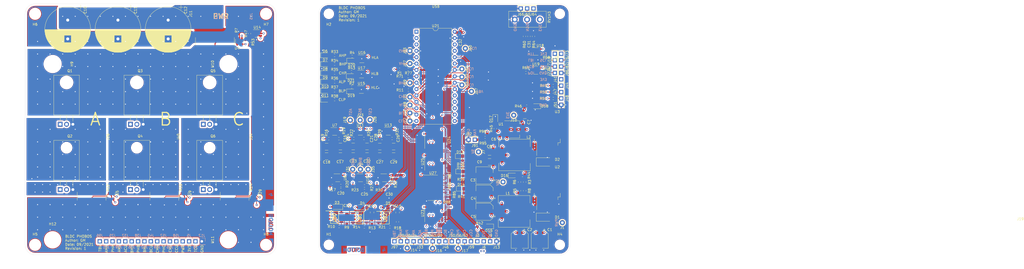
<source format=kicad_pcb>
(kicad_pcb (version 20171130) (host pcbnew "(5.1.5)-3")
  (title_block (title "BLDC PHOBOS 2021") (date 2021-09-12) (rev "3 Under Design") (comment 1 "Program Issues: I2C LCD") (comment 2 "Issues: Remove BEMF Start Circuit, Start Making STM32H7, Make bridge between battery+ and driver circuitary, UART RX to voltage read only (debug pin), UART TX for low voltage LED (debug pin), Power management (turn on fixes), Change all same big capacitors,  OPAMPS without heat pads, Add Main current pin, Add upper and lower fet temperature pins, Add motor temperature pins, Bigger shunt current pads, Use 4 pin Switch for other purposes, Add pullup resistors to I2C, Add power on led pins, Add power on switch pins / relay switch, ") (comment 3 "Done: "))
  (layers (0 F.Cu signal) (1 In1.Cu power) (2 In2.Cu signal) (31 B.Cu signal) (34 B.Paste user) (35 F.Paste user) (36 B.SilkS user) (37 F.SilkS user) (38 B.Mask user) (39 F.Mask user) (44 Edge.Cuts user))
  (net 0 "")
  (net 1 GND)
  (net 2 +15V)
  (net 3 +5V)
  (net 4 +3V3)
  (net 5 +48V)
  (net 6 Phase_A_ControlPCB)
  (net 7 "Net-(C13-Pad1)")
  (net 8 Phase_B_ControlPCB)
  (net 9 "Net-(C14-Pad1)")
  (net 10 Phase_C_ControlPCB)
  (net 11 Start_Phase_A_Filtered)
  (net 12 Normal_Phase_A_Filtered)
  (net 13 Start_Phase_B_Filtered)
  (net 14 Normal_Phase_B_Filtered)
  (net 15 Start_Phase_C_Filtered)
  (net 16 Normal_Phase_C_Filtered)
  (net 17 Throttle_ADC)
  (net 18 "Net-(D1-Pad1)")
  (net 19 "Net-(D2-Pad1)")
  (net 20 "Net-(D6-Pad2)")
  (net 21 "Net-(D7-Pad2)")
  (net 22 "Net-(D8-Pad2)")
  (net 23 "Net-(D9-Pad2)")
  (net 24 "Net-(D10-Pad2)")
  (net 25 "Net-(D11-Pad2)")
  (net 26 "Net-(D12-Pad2)")
  (net 27 "Net-(D13-Pad2)")
  (net 28 "Net-(D14-Pad2)")
  (net 29 "Net-(D15-Pad2)")
  (net 30 "Net-(D16-Pad2)")
  (net 31 "Net-(D17-Pad2)")
  (net 32 "Net-(D18-Pad2)")
  (net 33 "Net-(D19-Pad2)")
  (net 34 "Net-(D20-Pad2)")
  (net 35 "Net-(D21-Pad2)")
  (net 36 Low_Battery_Voltage_Indicator_Output)
  (net 37 Phase_A_Emf_Zero_Start)
  (net 38 A_MOS_HIGH_ControlPCB)
  (net 39 A_MOS_HIGH_PowerPCB)
  (net 40 Power_ON_Indicator_Output)
  (net 41 Phase_B_Emf_Zero_Start)
  (net 42 A_MOS_LOW_ControlPCB)
  (net 43 Phase_A_PowerPCB)
  (net 44 Program&Control_Button)
  (net 45 Phase_C_Emf_Zero_Start)
  (net 46 A_MOS_LOW_PowerPCB)
  (net 47 Phase_A_Emf_Zero_Normal)
  (net 48 A_Shunt+_PowerPCB)
  (net 49 Phase_B_Emf_Zero_Normal)
  (net 50 Phase_C_Emf_Zero_Normal)
  (net 51 B_MOS_HIGH_PowerPCB)
  (net 52 B_MOS_HIGH_ControlPCB)
  (net 53 Phase_B_PowerPCB)
  (net 54 B_MOS_LOW_ControlPCB)
  (net 55 B_MOS_LOW_PowerPCB)
  (net 56 B_Shunt+_PowerPCB)
  (net 57 C_MOS_HIGH_PowerPCB)
  (net 58 C_MOS_HIGH_ControlPCB)
  (net 59 Phase_C_PowerPCB)
  (net 60 C_MOS_LOW_ControlPCB)
  (net 61 C_MOS_LOW_PowerPCB)
  (net 62 C_Shunt+_PowerPCB)
  (net 63 A_Low_Side_Current_ADC)
  (net 64 B_Low_Side_Current_ADC)
  (net 65 C_Low_Side_Current_ADC)
  (net 66 A_HIGH_Side_PWM)
  (net 67 A_LOW_Side_PWM)
  (net 68 B_HIGH_Side_PWM)
  (net 69 B_LOW_Side_PWM)
  (net 70 C_HIGH_Side_PWM)
  (net 71 C_LOW_Side_PWM)
  (net 72 I2C_SCL)
  (net 73 Total_Battery_Current)
  (net 74 I2C_SDA)
  (net 75 Total_Battery_Voltage)
  (net 76 Hall_Bemf_B)
  (net 77 Hall_Bemf_C)
  (net 78 3V3_MCU_Output)
  (net 79 Power_ON_Indicator)
  (net 80 Motor_Temp)
  (net 81 FAN_PWR)
  (net 82 Hall_A)
  (net 83 Hall_B)
  (net 84 Hall_C)
  (net 85 "Net-(R69-Pad2)")
  (net 86 Hall_Data_Control)
  (net 87 Bemf_Start_Data_Control)
  (net 88 Bemf_Normal_Data_Control)
  (net 89 Hall_Bemf_A)
  (net 90 Low_Battery_Voltage_Indicator)
  (net 91 Hall_Mux_1_Digital_Write)
  (net 92 Hall_Mux_2_Digital_Write)
  (net 93 "Net-(J20-Pad1)")
  (net 94 "Net-(J24-Pad1)")
  (net 95 "Net-(J37-Pad1)")
  (net 96 "Net-(J39-Pad1)")
  (net 97 "Net-(J50-Pad1)")
  (net 98 "Net-(J53-Pad1)")
  (net 99 "Net-(C15-Pad1)")
  (net 100 "Net-(R3-Pad2)")
  (net 101 "Net-(R5-Pad1)")
  (net 102 "Net-(R47-Pad2)")
  (net 103 "Net-(R60-Pad2)")
  (net 104 "Net-(R65-Pad1)")
  (net 105 "Net-(R85-Pad1)")
  (net 106 Power_Main)
  (net 107 "Net-(C10-Pad1)")
  (net 108 +3V3PowerPCB)
  (net 109 "Net-(J8-Pad1)")
  (net 110 Total_Battery_Voltage_PowerPCB)
  (net 111 "Net-(J32-Pad1)")
  (net 112 "Net-(J45-Pad1)")
  (net 113 "Net-(J58-Pad1)")
  (net 114 "Net-(R2-Pad2)")
  (net 115 "Net-(R4-Pad2)")
  (net 116 "Net-(R43-Pad2)")
  (net 117 "Net-(R48-Pad2)")
  (module "" (layer F.Cu) (at 220.8545 67.864)
    (fp_text reference "" (at 290.3626 57.7642) (layer F.SilkS) (effects (font (size 1.27 1.27))))
    (fp_text value "" (at 290.3626 57.7642) (layer F.SilkS) (effects (font (size 1.27 1.27))))
    (fp_text user J19 (at 290.5531 57.8277) (layer F.SilkS))
  )
  (module TestPoint:TestPoint_THTPad_D2.0mm_Drill1.0mm (layer F.Cu) (at 290.3626 57.7642 270)
    (fp_text reference J60 (at 0 -1.998 90) (layer F.SilkS))
    (fp_text value Total_Battery_Current)
    (pad 1 thru_hole circle (at 0 0 270) (size 2 2) (drill 1) (layers *.Cu *.Mask) (net 73 Total_Battery_Current))
  )
  (module Connector_PinHeader_2.54mm:PinHeader_1x01_P2.54mm_Vertical (layer F.Cu) (at 314.9615 41.8925 180)
    (fp_text reference J65 (at 0 -2.33 180) (layer F.SilkS))
    (fp_text value "Throttle Signal")
    (pad 1 thru_hole rect (at 0 0 180) (size 1.7 1.7) (drill 1) (layers *.Cu *.Mask) (net 17 Throttle_ADC))
  )
  (module Connector_PinHeader_2.54mm:PinHeader_1x01_P2.54mm_Vertical (layer F.Cu) (at 317.5015 41.8925 180)
    (fp_text reference J64 (at 0 -2.33 180) (layer F.SilkS))
    (fp_text value "Throttle 3V3")
    (pad 1 thru_hole rect (at 0 0 180) (size 1.7 1.7) (drill 1) (layers *.Cu *.Mask) (net 4 +3V3))
  )
  (module LED_SMD:LED_0805_2012Metric_Pad1.15x1.40mm_HandSolder (layer F.Cu) (at 288.4185 106.7895)
    (fp_text reference D12 (at 0 -1.65 180) (layer F.SilkS))
    (fp_text value HALL_DATA_CONTROL)
    (pad 1 smd roundrect (at -1.025 0) (size 1.15 1.4) (layers F.Cu F.Paste F.Mask) (roundrect_rratio 0.217391) (net 1 GND))
    (pad 2 smd roundrect (at 1.025 0) (size 1.15 1.4) (layers F.Cu F.Paste F.Mask) (roundrect_rratio 0.217391) (net 26 "Net-(D12-Pad2)"))
  )
  (module LED_SMD:LED_0805_2012Metric_Pad1.15x1.40mm_HandSolder (layer F.Cu) (at 288.2696 100.6789)
    (fp_text reference D13 (at 0 -1.65 180) (layer F.SilkS))
    (fp_text value BEMF_START_DATA_CONTROL)
    (pad 2 smd roundrect (at 1.025 0) (size 1.15 1.4) (layers F.Cu F.Paste F.Mask) (roundrect_rratio 0.217391) (net 27 "Net-(D13-Pad2)"))
    (pad 1 smd roundrect (at -1.025 0) (size 1.15 1.4) (layers F.Cu F.Paste F.Mask) (roundrect_rratio 0.217391) (net 1 GND))
  )
  (module LED_SMD:LED_0805_2012Metric_Pad1.15x1.40mm_HandSolder (layer F.Cu) (at 288.6635 113.6475)
    (fp_text reference D14 (at 0 -1.65 180) (layer F.SilkS))
    (fp_text value BEMF_NORMAL_DATA_CONTROL)
    (pad 2 smd roundrect (at 1.025 0) (size 1.15 1.4) (layers F.Cu F.Paste F.Mask) (roundrect_rratio 0.217391) (net 28 "Net-(D14-Pad2)"))
    (pad 1 smd roundrect (at -1.025 0) (size 1.15 1.4) (layers F.Cu F.Paste F.Mask) (roundrect_rratio 0.217391) (net 1 GND))
  )
  (module LED_SMD:LED_0805_2012Metric_Pad1.15x1.40mm_HandSolder (layer F.Cu) (at 234.5486 67.5904)
    (fp_text reference D8 (at 0 -1.65 180) (layer F.SilkS))
    (fp_text value LED_C_HIGH)
    (pad 2 smd roundrect (at 1.025 0) (size 1.15 1.4) (layers F.Cu F.Paste F.Mask) (roundrect_rratio 0.217391) (net 22 "Net-(D8-Pad2)"))
    (pad 1 smd roundrect (at -1.025 0) (size 1.15 1.4) (layers F.Cu F.Paste F.Mask) (roundrect_rratio 0.217391) (net 1 GND))
  )
  (module LED_SMD:LED_0805_2012Metric_Pad1.15x1.40mm_HandSolder (layer F.Cu) (at 234.5486 74.6404)
    (fp_text reference D10 (at 0 -1.65 180) (layer F.SilkS))
    (fp_text value LED_B_LOW)
    (pad 2 smd roundrect (at 1.025 0) (size 1.15 1.4) (layers F.Cu F.Paste F.Mask) (roundrect_rratio 0.217391) (net 24 "Net-(D10-Pad2)"))
    (pad 1 smd roundrect (at -1.025 0) (size 1.15 1.4) (layers F.Cu F.Paste F.Mask) (roundrect_rratio 0.217391) (net 1 GND))
  )
  (module LED_SMD:LED_0805_2012Metric_Pad1.15x1.40mm_HandSolder (layer F.Cu) (at 234.5486 60.5404)
    (fp_text reference D6 (at 0 -1.65 180) (layer F.SilkS))
    (fp_text value LED_A_HIGH)
    (pad 2 smd roundrect (at 1.025 0) (size 1.15 1.4) (layers F.Cu F.Paste F.Mask) (roundrect_rratio 0.217391) (net 20 "Net-(D6-Pad2)"))
    (pad 1 smd roundrect (at -1.025 0) (size 1.15 1.4) (layers F.Cu F.Paste F.Mask) (roundrect_rratio 0.217391) (net 1 GND))
  )
  (module LED_SMD:LED_0805_2012Metric_Pad1.15x1.40mm_HandSolder (layer F.Cu) (at 234.5486 64.0404)
    (fp_text reference D7 (at 0 -1.65 180) (layer F.SilkS))
    (fp_text value LED_B_HIGH)
    (pad 2 smd roundrect (at 1.025 0) (size 1.15 1.4) (layers F.Cu F.Paste F.Mask) (roundrect_rratio 0.217391) (net 21 "Net-(D7-Pad2)"))
    (pad 1 smd roundrect (at -1.025 0) (size 1.15 1.4) (layers F.Cu F.Paste F.Mask) (roundrect_rratio 0.217391) (net 1 GND))
  )
  (module LED_SMD:LED_0805_2012Metric_Pad1.15x1.40mm_HandSolder (layer F.Cu) (at 234.5486 71.0904)
    (fp_text reference D9 (at 0 -1.65 180) (layer F.SilkS))
    (fp_text value LED_A_LOW)
    (pad 2 smd roundrect (at 1.025 0) (size 1.15 1.4) (layers F.Cu F.Paste F.Mask) (roundrect_rratio 0.217391) (net 23 "Net-(D9-Pad2)"))
    (pad 1 smd roundrect (at -1.025 0) (size 1.15 1.4) (layers F.Cu F.Paste F.Mask) (roundrect_rratio 0.217391) (net 1 GND))
  )
  (module LED_SMD:LED_0805_2012Metric_Pad1.15x1.40mm_HandSolder (layer F.Cu) (at 234.5486 78.1904)
    (fp_text reference D11 (at 0 -1.65 180) (layer F.SilkS))
    (fp_text value LED_C_LOW)
    (pad 2 smd roundrect (at 1.025 0) (size 1.15 1.4) (layers F.Cu F.Paste F.Mask) (roundrect_rratio 0.217391) (net 25 "Net-(D11-Pad2)"))
    (pad 1 smd roundrect (at -1.025 0) (size 1.15 1.4) (layers F.Cu F.Paste F.Mask) (roundrect_rratio 0.217391) (net 1 GND))
  )
  (module Resistor_SMD:R_0603_1608Metric_Pad1.05x0.95mm_HandSolder (layer F.Cu) (at 288.5595 108.5675 180)
    (fp_text reference R39 (at 0 -1.43 180) (layer F.SilkS))
    (fp_text value 1k)
    (pad 1 smd roundrect (at -0.875 0 180) (size 1.05 0.95) (layers F.Cu F.Paste F.Mask) (net 26 "Net-(D12-Pad2)"))
    (pad 2 smd roundrect (at 0.875 0 180) (size 1.05 0.95) (layers F.Cu F.Paste F.Mask) (net 86 Hall_Data_Control))
  )
  (module Resistor_SMD:R_0603_1608Metric_Pad1.05x0.95mm_HandSolder (layer F.Cu) (at 238.2986 71.0904)
    (fp_text reference R36 (at 0 -1.43 180) (layer F.SilkS))
    (fp_text value 1k)
    (pad 2 smd roundrect (at 0.875 0) (size 1.05 0.95) (layers F.Cu F.Paste F.Mask) (net 67 A_LOW_Side_PWM))
    (pad 1 smd roundrect (at -0.875 0) (size 1.05 0.95) (layers F.Cu F.Paste F.Mask) (net 23 "Net-(D9-Pad2)"))
  )
  (module Resistor_SMD:R_0603_1608Metric_Pad1.05x0.95mm_HandSolder (layer F.Cu) (at 238.2986 60.5404)
    (fp_text reference R33 (at 0 -1.43 180) (layer F.SilkS))
    (fp_text value 1k)
    (pad 2 smd roundrect (at 0.875 0) (size 1.05 0.95) (layers F.Cu F.Paste F.Mask) (net 66 A_HIGH_Side_PWM))
    (pad 1 smd roundrect (at -0.875 0) (size 1.05 0.95) (layers F.Cu F.Paste F.Mask) (net 20 "Net-(D6-Pad2)"))
  )
  (module Resistor_SMD:R_0603_1608Metric_Pad1.05x0.95mm_HandSolder (layer F.Cu) (at 288.4325 102.4715 180)
    (fp_text reference R40 (at 0 -1.43 180) (layer F.SilkS))
    (fp_text value 1k)
    (pad 2 smd roundrect (at 0.875 0 180) (size 1.05 0.95) (layers F.Cu F.Paste F.Mask) (net 87 Bemf_Start_Data_Control))
    (pad 1 smd roundrect (at -0.875 0 180) (size 1.05 0.95) (layers F.Cu F.Paste F.Mask) (net 27 "Net-(D13-Pad2)"))
  )
  (module Resistor_SMD:R_0603_1608Metric_Pad1.05x0.95mm_HandSolder (layer F.Cu) (at 238.2986 67.5904)
    (fp_text reference R35 (at 0 -1.43 180) (layer F.SilkS))
    (fp_text value 1k)
    (pad 2 smd roundrect (at 0.875 0) (size 1.05 0.95) (layers F.Cu F.Paste F.Mask) (net 70 C_HIGH_Side_PWM))
    (pad 1 smd roundrect (at -0.875 0) (size 1.05 0.95) (layers F.Cu F.Paste F.Mask) (net 22 "Net-(D8-Pad2)"))
  )
  (module Resistor_SMD:R_0603_1608Metric_Pad1.05x0.95mm_HandSolder (layer F.Cu) (at 238.2986 74.6404)
    (fp_text reference R37 (at 0 -1.43 180) (layer F.SilkS))
    (fp_text value 1k)
    (pad 2 smd roundrect (at 0.875 0) (size 1.05 0.95) (layers F.Cu F.Paste F.Mask) (net 69 B_LOW_Side_PWM))
    (pad 1 smd roundrect (at -0.875 0) (size 1.05 0.95) (layers F.Cu F.Paste F.Mask) (net 24 "Net-(D10-Pad2)"))
  )
  (module Resistor_SMD:R_0603_1608Metric_Pad1.05x0.95mm_HandSolder (layer F.Cu) (at 238.2986 78.1904)
    (fp_text reference R38 (at 0 -1.43 180) (layer F.SilkS))
    (fp_text value 1k)
    (pad 2 smd roundrect (at 0.875 0) (size 1.05 0.95) (layers F.Cu F.Paste F.Mask) (net 71 C_LOW_Side_PWM))
    (pad 1 smd roundrect (at -0.875 0) (size 1.05 0.95) (layers F.Cu F.Paste F.Mask) (net 25 "Net-(D11-Pad2)"))
  )
  (module Resistor_SMD:R_0603_1608Metric_Pad1.05x0.95mm_HandSolder (layer F.Cu) (at 288.8135 115.4255 180)
    (fp_text reference R41 (at 0 -1.43 180) (layer F.SilkS))
    (fp_text value 1k)
    (pad 2 smd roundrect (at 0.875 0 180) (size 1.05 0.95) (layers F.Cu F.Paste F.Mask) (net 88 Bemf_Normal_Data_Control))
    (pad 1 smd roundrect (at -0.875 0 180) (size 1.05 0.95) (layers F.Cu F.Paste F.Mask) (net 28 "Net-(D14-Pad2)"))
  )
  (module Resistor_SMD:R_0603_1608Metric_Pad1.05x0.95mm_HandSolder (layer F.Cu) (at 238.2986 64.0404)
    (fp_text reference R34 (at 0 -1.43 180) (layer F.SilkS))
    (fp_text value 1k)
    (pad 2 smd roundrect (at 0.875 0) (size 1.05 0.95) (layers F.Cu F.Paste F.Mask) (net 68 B_HIGH_Side_PWM))
    (pad 1 smd roundrect (at -0.875 0) (size 1.05 0.95) (layers F.Cu F.Paste F.Mask) (net 21 "Net-(D7-Pad2)"))
  )
  (module Package_TO_SOT_SMD:TSOT-23-6 (layer F.Cu) (at 249.152 61.8925)
    (fp_text reference U16 (at 0 -2.45) (layer F.SilkS))
    (fp_text value LMH6618)
    (pad 6 smd rect (at 1.31 -0.95) (size 1.22 0.65) (layers F.Cu F.Paste F.Mask) (net 4 +3V3))
    (pad 5 smd rect (at 1.31 0) (size 1.22 0.65) (layers F.Cu F.Paste F.Mask) (net 4 +3V3))
    (pad 4 smd rect (at 1.31 0.95) (size 1.22 0.65) (layers F.Cu F.Paste F.Mask) (net 115 "Net-(R4-Pad2)"))
    (pad 3 smd rect (at -1.31 0.95) (size 1.22 0.65) (layers F.Cu F.Paste F.Mask) (net 89 Hall_Bemf_A))
    (pad 2 smd rect (at -1.31 0) (size 1.22 0.65) (layers F.Cu F.Paste F.Mask) (net 1 GND))
    (pad 1 smd rect (at -1.31 -0.95) (size 1.22 0.65) (layers F.Cu F.Paste F.Mask) (net 115 "Net-(R4-Pad2)"))
  )
  (module Package_TO_SOT_SMD:TSOT-23-6 (layer F.Cu) (at 248.9615 74.148)
    (fp_text reference U15 (at 0 -2.45) (layer F.SilkS))
    (fp_text value LMH6618)
    (pad 6 smd rect (at 1.31 -0.95) (size 1.22 0.65) (layers F.Cu F.Paste F.Mask) (net 4 +3V3))
    (pad 5 smd rect (at 1.31 0) (size 1.22 0.65) (layers F.Cu F.Paste F.Mask) (net 4 +3V3))
    (pad 4 smd rect (at 1.31 0.95) (size 1.22 0.65) (layers F.Cu F.Paste F.Mask) (net 114 "Net-(R2-Pad2)"))
    (pad 3 smd rect (at -1.31 0.95) (size 1.22 0.65) (layers F.Cu F.Paste F.Mask) (net 77 Hall_Bemf_C))
    (pad 2 smd rect (at -1.31 0) (size 1.22 0.65) (layers F.Cu F.Paste F.Mask) (net 1 GND))
    (pad 1 smd rect (at -1.31 -0.95) (size 1.22 0.65) (layers F.Cu F.Paste F.Mask) (net 114 "Net-(R2-Pad2)"))
  )
  (module Package_TO_SOT_SMD:TSOT-23-6 (layer F.Cu) (at 249.025 67.9885)
    (fp_text reference U17 (at 0 -2.45) (layer F.SilkS))
    (fp_text value LMH6618)
    (pad 6 smd rect (at 1.31 -0.95) (size 1.22 0.65) (layers F.Cu F.Paste F.Mask) (net 4 +3V3))
    (pad 5 smd rect (at 1.31 0) (size 1.22 0.65) (layers F.Cu F.Paste F.Mask) (net 4 +3V3))
    (pad 4 smd rect (at 1.31 0.95) (size 1.22 0.65) (layers F.Cu F.Paste F.Mask) (net 116 "Net-(R43-Pad2)"))
    (pad 3 smd rect (at -1.31 0.95) (size 1.22 0.65) (layers F.Cu F.Paste F.Mask) (net 76 Hall_Bemf_B))
    (pad 2 smd rect (at -1.31 0) (size 1.22 0.65) (layers F.Cu F.Paste F.Mask) (net 1 GND))
    (pad 1 smd rect (at -1.31 -0.95) (size 1.22 0.65) (layers F.Cu F.Paste F.Mask) (net 116 "Net-(R43-Pad2)"))
  )
  (module LED_SMD:LED_0805_2012Metric_Pad1.15x1.40mm_HandSolder (layer F.Cu) (at 244.912 74.9125)
    (fp_text reference D19 (at 0 1.7145) (layer F.SilkS))
    (fp_text value LED_HALL_BEMF)
    (pad 2 smd roundrect (at 1.025 0) (size 1.15 1.4) (layers F.Cu F.Paste F.Mask) (roundrect_rratio 0.217391) (net 33 "Net-(D19-Pad2)"))
    (pad 1 smd roundrect (at -1.025 0) (size 1.15 1.4) (layers F.Cu F.Paste F.Mask) (roundrect_rratio 0.217391) (net 1 GND))
  )
  (module LED_SMD:LED_0805_2012Metric_Pad1.15x1.40mm_HandSolder (layer F.Cu) (at 244.8485 68.8165)
    (fp_text reference D21 (at 0.009 1.7145 180) (layer F.SilkS))
    (fp_text value LED_HALL_BEMF)
    (pad 2 smd roundrect (at 1.025 0) (size 1.15 1.4) (layers F.Cu F.Paste F.Mask) (roundrect_rratio 0.217391) (net 35 "Net-(D21-Pad2)"))
    (pad 1 smd roundrect (at -1.025 0) (size 1.15 1.4) (layers F.Cu F.Paste F.Mask) (roundrect_rratio 0.217391) (net 1 GND))
  )
  (module Resistor_SMD:R_0603_1608Metric_Pad1.05x0.95mm_HandSolder (layer F.Cu) (at 245.0975 73.198)
    (fp_text reference R2 (at 0 -1.43) (layer F.SilkS))
    (fp_text value 4.7k)
    (pad 1 smd roundrect (at -0.875 0) (size 1.05 0.95) (layers F.Cu F.Paste F.Mask) (net 33 "Net-(D19-Pad2)"))
    (pad 2 smd roundrect (at 0.875 0) (size 1.05 0.95) (layers F.Cu F.Paste F.Mask) (net 114 "Net-(R2-Pad2)"))
  )
  (module Resistor_SMD:R_0603_1608Metric_Pad1.05x0.95mm_HandSolder (layer F.Cu) (at 245.288 60.9425)
    (fp_text reference R4 (at 0 -1.43) (layer F.SilkS))
    (fp_text value 4.7k)
    (pad 2 smd roundrect (at 0.875 0) (size 1.05 0.95) (layers F.Cu F.Paste F.Mask) (net 115 "Net-(R4-Pad2)"))
    (pad 1 smd roundrect (at -0.875 0) (size 1.05 0.95) (layers F.Cu F.Paste F.Mask) (net 34 "Net-(D20-Pad2)"))
  )
  (module Resistor_SMD:R_0603_1608Metric_Pad1.05x0.95mm_HandSolder (layer F.Cu) (at 245.034 67.0385)
    (fp_text reference R43 (at 0 -1.43) (layer F.SilkS))
    (fp_text value 4.7k)
    (pad 2 smd roundrect (at 0.875 0) (size 1.05 0.95) (layers F.Cu F.Paste F.Mask) (net 116 "Net-(R43-Pad2)"))
    (pad 1 smd roundrect (at -0.875 0) (size 1.05 0.95) (layers F.Cu F.Paste F.Mask) (net 35 "Net-(D21-Pad2)"))
  )
  (module LED_SMD:LED_0805_2012Metric_Pad1.15x1.40mm_HandSolder (layer F.Cu) (at 245.039 62.657)
    (fp_text reference D20 (at 0 1.7145) (layer F.SilkS))
    (fp_text value LED_HALL_BEMF)
    (pad 2 smd roundrect (at 1.025 0) (size 1.15 1.4) (layers F.Cu F.Paste F.Mask) (roundrect_rratio 0.217391) (net 34 "Net-(D20-Pad2)"))
    (pad 1 smd roundrect (at -1.025 0) (size 1.15 1.4) (layers F.Cu F.Paste F.Mask) (roundrect_rratio 0.217391) (net 1 GND))
  )
  (module Package_TO_SOT_SMD:SOT-23-5 (layer F.Cu) (at 200.429 54.997 270)
    (fp_text reference U4 (at 2.707 0.974 180) (layer F.SilkS))
    (fp_text value INA195)
    (pad 1 smd rect (at -1.1 -0.95 270) (size 1.06 0.65) (layers F.Cu F.Paste F.Mask) (net 109 "Net-(J8-Pad1)"))
    (pad 2 smd rect (at -1.1 0 270) (size 1.06 0.65) (layers F.Cu F.Paste F.Mask) (net 1 GND))
    (pad 3 smd rect (at -1.1 0.95 270) (size 1.06 0.65) (layers F.Cu F.Paste F.Mask) (net 107 "Net-(C10-Pad1)"))
    (pad 4 smd rect (at 1.1 0.95 270) (size 1.06 0.65) (layers F.Cu F.Paste F.Mask) (net 5 +48V))
    (pad 5 smd rect (at 1.1 -0.95 270) (size 1.06 0.65) (layers F.Cu F.Paste F.Mask) (net 108 +3V3PowerPCB))
  )
  (module Package_TO_SOT_SMD:SOT-23-5 (layer F.Cu) (at 206.239 116.637 270)
    (fp_text reference U29 (at -1.3385 -2.487 90) (layer F.SilkS))
    (fp_text value INA195)
    (pad 1 smd rect (at -1.1 -0.95 270) (size 1.06 0.65) (layers F.Cu F.Paste F.Mask) (net 113 "Net-(J58-Pad1)"))
    (pad 2 smd rect (at -1.1 0 270) (size 1.06 0.65) (layers F.Cu F.Paste F.Mask) (net 1 GND))
    (pad 3 smd rect (at -1.1 0.95 270) (size 1.06 0.65) (layers F.Cu F.Paste F.Mask) (net 62 C_Shunt+_PowerPCB))
    (pad 4 smd rect (at 1.1 0.95 270) (size 1.06 0.65) (layers F.Cu F.Paste F.Mask) (net 1 GND))
    (pad 5 smd rect (at 1.1 -0.95 270) (size 1.06 0.65) (layers F.Cu F.Paste F.Mask) (net 108 +3V3PowerPCB))
  )
  (module Package_TO_SOT_SMD:SOT-23-5 (layer F.Cu) (at 178.289 116.637 270)
    (fp_text reference U9 (at -1.275 -2.4335 90) (layer F.SilkS))
    (fp_text value INA195)
    (pad 1 smd rect (at -1.1 -0.95 270) (size 1.06 0.65) (layers F.Cu F.Paste F.Mask) (net 112 "Net-(J45-Pad1)"))
    (pad 2 smd rect (at -1.1 0 270) (size 1.06 0.65) (layers F.Cu F.Paste F.Mask) (net 1 GND))
    (pad 3 smd rect (at -1.1 0.95 270) (size 1.06 0.65) (layers F.Cu F.Paste F.Mask) (net 56 B_Shunt+_PowerPCB))
    (pad 4 smd rect (at 1.1 0.95 270) (size 1.06 0.65) (layers F.Cu F.Paste F.Mask) (net 1 GND))
    (pad 5 smd rect (at 1.1 -0.95 270) (size 1.06 0.65) (layers F.Cu F.Paste F.Mask) (net 108 +3V3PowerPCB))
  )
  (module MY_FOOTPRINTS:DIP-30_W15.24mm (layer F.Cu) (at 270.8935 51.1221)
    (fp_text reference U21 (at 7.62 -2.33 180) (layer F.SilkS))
    (fp_text value STM32F303K8Tx_NUCLEO-F303K8)
    (pad 16 thru_hole oval (at 15.24 35.56) (size 1.6 1.6) (drill 0.8) (layers *.Cu *.Mask) (net 79 Power_ON_Indicator))
    (pad 15 thru_hole oval (at 0 35.56) (size 1.6 1.6) (drill 0.8) (layers *.Cu *.Mask) (net 71 C_LOW_Side_PWM))
    (pad 30 thru_hole oval (at 15.24 0) (size 1.6 1.6) (drill 0.8) (layers *.Cu *.Mask) (net 3 +5V))
    (pad 14 thru_hole oval (at 0 33.02) (size 1.6 1.6) (drill 0.8) (layers *.Cu *.Mask) (net 69 B_LOW_Side_PWM))
    (pad 29 thru_hole oval (at 15.24 2.54) (size 1.6 1.6) (drill 0.8) (layers *.Cu *.Mask) (net 1 GND))
    (pad 13 thru_hole oval (at 0 30.48) (size 1.6 1.6) (drill 0.8) (layers *.Cu *.Mask) (net 67 A_LOW_Side_PWM))
    (pad 28 thru_hole oval (at 15.24 5.08) (size 1.6 1.6) (drill 0.8) (layers *.Cu *.Mask))
    (pad 12 thru_hole oval (at 0 27.94) (size 1.6 1.6) (drill 0.8) (layers *.Cu *.Mask) (net 70 C_HIGH_Side_PWM))
    (pad 27 thru_hole oval (at 15.24 7.62) (size 1.6 1.6) (drill 0.8) (layers *.Cu *.Mask))
    (pad 11 thru_hole oval (at 0 25.4) (size 1.6 1.6) (drill 0.8) (layers *.Cu *.Mask) (net 44 Program&Control_Button))
    (pad 26 thru_hole oval (at 15.24 10.16) (size 1.6 1.6) (drill 0.8) (layers *.Cu *.Mask) (net 73 Total_Battery_Current))
    (pad 10 thru_hole oval (at 0 22.86) (size 1.6 1.6) (drill 0.8) (layers *.Cu *.Mask) (net 90 Low_Battery_Voltage_Indicator))
    (pad 25 thru_hole oval (at 15.24 12.7) (size 1.6 1.6) (drill 0.8) (layers *.Cu *.Mask) (net 17 Throttle_ADC))
    (pad 9 thru_hole oval (at 0 20.32) (size 1.6 1.6) (drill 0.8) (layers *.Cu *.Mask) (net 68 B_HIGH_Side_PWM))
    (pad 24 thru_hole oval (at 15.24 15.24) (size 1.6 1.6) (drill 0.8) (layers *.Cu *.Mask) (net 63 A_Low_Side_Current_ADC))
    (pad 8 thru_hole oval (at 0 17.78) (size 1.6 1.6) (drill 0.8) (layers *.Cu *.Mask) (net 72 I2C_SCL))
    (pad 23 thru_hole oval (at 15.24 17.78) (size 1.6 1.6) (drill 0.8) (layers *.Cu *.Mask) (net 64 B_Low_Side_Current_ADC))
    (pad 7 thru_hole oval (at 0 15.24) (size 1.6 1.6) (drill 0.8) (layers *.Cu *.Mask) (net 74 I2C_SDA))
    (pad 22 thru_hole oval (at 15.24 20.32) (size 1.6 1.6) (drill 0.8) (layers *.Cu *.Mask) (net 65 C_Low_Side_Current_ADC))
    (pad 6 thru_hole oval (at 0 12.7) (size 1.6 1.6) (drill 0.8) (layers *.Cu *.Mask) (net 66 A_HIGH_Side_PWM))
    (pad 21 thru_hole oval (at 15.24 22.86) (size 1.6 1.6) (drill 0.8) (layers *.Cu *.Mask) (net 75 Total_Battery_Voltage))
    (pad 5 thru_hole oval (at 0 10.16) (size 1.6 1.6) (drill 0.8) (layers *.Cu *.Mask) (net 89 Hall_Bemf_A))
    (pad 20 thru_hole oval (at 15.24 25.4) (size 1.6 1.6) (drill 0.8) (layers *.Cu *.Mask) (net 76 Hall_Bemf_B))
    (pad 4 thru_hole oval (at 0 7.62) (size 1.6 1.6) (drill 0.8) (layers *.Cu *.Mask) (net 1 GND))
    (pad 19 thru_hole oval (at 15.24 27.94) (size 1.6 1.6) (drill 0.8) (layers *.Cu *.Mask) (net 77 Hall_Bemf_C))
    (pad 3 thru_hole oval (at 0 5.08) (size 1.6 1.6) (drill 0.8) (layers *.Cu *.Mask))
    (pad 18 thru_hole oval (at 15.24 30.48) (size 1.6 1.6) (drill 0.8) (layers *.Cu *.Mask))
    (pad 2 thru_hole oval (at 0 2.54) (size 1.6 1.6) (drill 0.8) (layers *.Cu *.Mask) (net 92 Hall_Mux_2_Digital_Write))
    (pad 17 thru_hole oval (at 15.24 33.02) (size 1.6 1.6) (drill 0.8) (layers *.Cu *.Mask) (net 78 3V3_MCU_Output))
    (pad 1 thru_hole rect (at 0 0) (size 1.6 1.6) (drill 0.8) (layers *.Cu *.Mask) (net 91 Hall_Mux_1_Digital_Write))
  )
  (module MY_FOOTPRINTS:SOIC127P600X175-8N (layer F.Cu) (at 258.486 125.2694)
    (fp_text reference U82 (at 0 -0.1016 90) (layer F.SilkS) (effects (font (size 1.27 1.27) (thickness 0.254))))
    (fp_text value L6395D hide)
    (pad 8 smd rect (at 2.712 -1.905 90) (size 0.65 1.525) (layers F.Cu F.Paste F.Mask) (net 99 "Net-(C15-Pad1)"))
    (pad 7 smd rect (at 2.712 -0.635 90) (size 0.65 1.525) (layers F.Cu F.Paste F.Mask) (net 58 C_MOS_HIGH_ControlPCB))
    (pad 6 smd rect (at 2.712 0.635 90) (size 0.65 1.525) (layers F.Cu F.Paste F.Mask) (net 10 Phase_C_ControlPCB))
    (pad 5 smd rect (at 2.712 1.905 90) (size 0.65 1.525) (layers F.Cu F.Paste F.Mask) (net 60 C_MOS_LOW_ControlPCB))
    (pad 4 smd rect (at -2.712 1.905 90) (size 0.65 1.525) (layers F.Cu F.Paste F.Mask) (net 1 GND))
    (pad 3 smd rect (at -2.712 0.635 90) (size 0.65 1.525) (layers F.Cu F.Paste F.Mask) (net 2 +15V))
    (pad 2 smd rect (at -2.712 -0.635 90) (size 0.65 1.525) (layers F.Cu F.Paste F.Mask) (net 70 C_HIGH_Side_PWM))
    (pad 1 smd rect (at -2.712 -1.905 90) (size 0.65 1.525) (layers F.Cu F.Paste F.Mask) (net 71 C_LOW_Side_PWM))
  )
  (module Resistor_SMD:R_0603_1608Metric_Pad1.05x0.95mm_HandSolder (layer F.Cu) (at 263.3628 126.8556 90)
    (fp_text reference R18 (at -2.427 0) (layer F.SilkS))
    (fp_text value 100)
    (pad 2 smd roundrect (at 0.875 0 90) (size 1.05 0.95) (layers F.Cu F.Paste F.Mask) (net 58 C_MOS_HIGH_ControlPCB))
    (pad 1 smd roundrect (at -0.875 0 90) (size 1.05 0.95) (layers F.Cu F.Paste F.Mask) (net 97 "Net-(J50-Pad1)"))
  )
  (module Resistor_SMD:R_0603_1608Metric_Pad1.05x0.95mm_HandSolder (layer F.Cu) (at 260.3034 128.927)
    (fp_text reference R21 (at -3.0874 0.0508) (layer F.SilkS))
    (fp_text value 100)
    (pad 2 smd roundrect (at 0.875 0) (size 1.05 0.95) (layers F.Cu F.Paste F.Mask) (net 60 C_MOS_LOW_ControlPCB))
    (pad 1 smd roundrect (at -0.875 0) (size 1.05 0.95) (layers F.Cu F.Paste F.Mask) (net 98 "Net-(J53-Pad1)"))
  )
  (module Capacitor_SMD:C_0805_2012Metric_Pad1.15x1.40mm_HandSolder (layer F.Cu) (at 263.4136 123.1268 270)
    (fp_text reference C15 (at -2.531 -0.0508 180) (layer F.SilkS))
    (fp_text value 1uF)
    (pad 2 smd roundrect (at 1.025 0 270) (size 1.15 1.4) (layers F.Cu F.Paste F.Mask) (roundrect_rratio 0.217391) (net 10 Phase_C_ControlPCB))
    (pad 1 smd roundrect (at -1.025 0 270) (size 1.15 1.4) (layers F.Cu F.Paste F.Mask) (roundrect_rratio 0.217391) (net 99 "Net-(C15-Pad1)"))
  )
  (module MY_FOOTPRINTS:SOIC127P600X175-8N (layer F.Cu) (at 248.326 125.244)
    (fp_text reference U81 (at 0 0.0508 90) (layer F.SilkS) (effects (font (size 1.27 1.27) (thickness 0.254))))
    (fp_text value L6395D hide)
    (pad 8 smd rect (at 2.712 -1.905 90) (size 0.65 1.525) (layers F.Cu F.Paste F.Mask) (net 9 "Net-(C14-Pad1)"))
    (pad 7 smd rect (at 2.712 -0.635 90) (size 0.65 1.525) (layers F.Cu F.Paste F.Mask) (net 52 B_MOS_HIGH_ControlPCB))
    (pad 6 smd rect (at 2.712 0.635 90) (size 0.65 1.525) (layers F.Cu F.Paste F.Mask) (net 8 Phase_B_ControlPCB))
    (pad 5 smd rect (at 2.712 1.905 90) (size 0.65 1.525) (layers F.Cu F.Paste F.Mask) (net 54 B_MOS_LOW_ControlPCB))
    (pad 4 smd rect (at -2.712 1.905 90) (size 0.65 1.525) (layers F.Cu F.Paste F.Mask) (net 1 GND))
    (pad 3 smd rect (at -2.712 0.635 90) (size 0.65 1.525) (layers F.Cu F.Paste F.Mask) (net 2 +15V))
    (pad 2 smd rect (at -2.712 -0.635 90) (size 0.65 1.525) (layers F.Cu F.Paste F.Mask) (net 68 B_HIGH_Side_PWM))
    (pad 1 smd rect (at -2.712 -1.905 90) (size 0.65 1.525) (layers F.Cu F.Paste F.Mask) (net 69 B_LOW_Side_PWM))
  )
  (module Resistor_SMD:R_0603_1608Metric_Pad1.05x0.95mm_HandSolder (layer F.Cu) (at 253.2028 126.8302 90)
    (fp_text reference R13 (at -2.427 0) (layer F.SilkS))
    (fp_text value 100)
    (pad 2 smd roundrect (at 0.875 0 90) (size 1.05 0.95) (layers F.Cu F.Paste F.Mask) (net 52 B_MOS_HIGH_ControlPCB))
    (pad 1 smd roundrect (at -0.875 0 90) (size 1.05 0.95) (layers F.Cu F.Paste F.Mask) (net 95 "Net-(J37-Pad1)"))
  )
  (module Resistor_SMD:R_0603_1608Metric_Pad1.05x0.95mm_HandSolder (layer F.Cu) (at 250.1434 128.9016)
    (fp_text reference R14 (at -3.0874 0.0508) (layer F.SilkS))
    (fp_text value 100)
    (pad 2 smd roundrect (at 0.875 0) (size 1.05 0.95) (layers F.Cu F.Paste F.Mask) (net 54 B_MOS_LOW_ControlPCB))
    (pad 1 smd roundrect (at -0.875 0) (size 1.05 0.95) (layers F.Cu F.Paste F.Mask) (net 96 "Net-(J39-Pad1)"))
  )
  (module Diode_SMD:D_SOD-123 (layer F.Cu) (at 249.3928 121.0784 180)
    (fp_text reference D4 (at 0.0268 1.7159) (layer F.SilkS))
    (fp_text value D_ALT)
    (pad 2 smd rect (at 1.65 0 180) (size 0.9 1.2) (layers F.Cu F.Paste F.Mask) (net 2 +15V))
    (pad 1 smd rect (at -1.65 0 180) (size 0.9 1.2) (layers F.Cu F.Paste F.Mask) (net 9 "Net-(C14-Pad1)"))
  )
  (module Capacitor_SMD:C_0805_2012Metric_Pad1.15x1.40mm_HandSolder (layer F.Cu) (at 253.2536 123.1014 270)
    (fp_text reference C14 (at -2.531 -0.0508 180) (layer F.SilkS))
    (fp_text value 1uF)
    (pad 2 smd roundrect (at 1.025 0 270) (size 1.15 1.4) (layers F.Cu F.Paste F.Mask) (roundrect_rratio 0.217391) (net 8 Phase_B_ControlPCB))
    (pad 1 smd roundrect (at -1.025 0 270) (size 1.15 1.4) (layers F.Cu F.Paste F.Mask) (roundrect_rratio 0.217391) (net 9 "Net-(C14-Pad1)"))
  )
  (module Connector_PinHeader_2.54mm:PinHeader_1x01_P2.54mm_Vertical (layer B.Cu) (at 149.86 134.62 180)
    (fp_text reference J25 (at 0 2.33) (layer B.SilkS) (effects (justify mirror)))
    (fp_text value Phase_A_PowerPCB)
    (pad 1 thru_hole rect (at 0 0 180) (size 1.7 1.7) (drill 1) (layers *.Cu *.Mask) (net 43 Phase_A_PowerPCB))
  )
  (module Connector_PinHeader_2.54mm:PinHeader_1x01_P2.54mm_Vertical (layer B.Cu) (at 182.88 134.62)
    (fp_text reference J8 (at 0 2.33) (layer B.SilkS) (effects (justify mirror)))
    (fp_text value Total_Current_Differential_PowerPCB)
    (pad 1 thru_hole rect (at 0 0) (size 1.7 1.7) (drill 1) (layers *.Cu *.Mask) (net 109 "Net-(J8-Pad1)"))
  )
  (module MY_FOOTPRINTS:Power_Pad_6x6mm (layer F.Cu) (at 143 93 90)
    (fp_text reference J26 (at 0 5.08 90) (layer F.SilkS))
    (fp_text value Connector_A)
    (pad 1 smd rect (at 0 0 90) (size 6 6) (layers F.Cu F.Paste F.Mask) (net 43 Phase_A_PowerPCB))
  )
  (module Connector_PinHeader_2.54mm:PinHeader_1x01_P2.54mm_Vertical (layer B.Cu) (at 185.42 134.62 180)
    (fp_text reference J12 (at 0 2.33) (layer B.SilkS) (effects (justify mirror)))
    (fp_text value CommonGND_PowerPCB)
    (pad 1 thru_hole rect (at 0 0 180) (size 1.7 1.7) (drill 1) (layers *.Cu *.Mask) (net 1 GND))
  )
  (module Connector_PinHeader_2.54mm:PinHeader_1x01_P2.54mm_Vertical (layer B.Cu) (at 180.34 134.62 180)
    (fp_text reference J5 (at 0 2.33) (layer B.SilkS) (effects (justify mirror)))
    (fp_text value +3V3PowerPCB)
    (pad 1 thru_hole rect (at 0 0 180) (size 1.7 1.7) (drill 1) (layers *.Cu *.Mask) (net 108 +3V3PowerPCB))
  )
  (module Connector_PinHeader_2.54mm:PinHeader_1x01_P2.54mm_Vertical (layer B.Cu) (at 177.8 134.62)
    (fp_text reference J2 (at 0 2.33) (layer B.SilkS) (effects (justify mirror)))
    (fp_text value 48V_From_PowerPCB)
    (pad 1 thru_hole rect (at 0 0) (size 1.7 1.7) (drill 1) (layers *.Cu *.Mask) (net 5 +48V))
  )
  (module MY_FOOTPRINTS:Power_Pad_6x6mm (layer F.Cu) (at 186 45 90)
    (fp_text reference J11 (at 1 -5 270) (layer F.SilkS))
    (fp_text value Con_POWER_B+)
    (pad 1 smd rect (at 0 0 90) (size 6 6) (layers F.Cu F.Paste F.Mask) (net 107 "Net-(C10-Pad1)"))
  )
  (module MY_FOOTPRINTS:Power_Pad_6x6mm (layer B.Cu) (at 200 45 270)
    (fp_text reference J15 (at 0 -5.08 90) (layer B.SilkS) (effects (justify mirror)))
    (fp_text value Con_POWER_GND)
    (pad 1 smd rect (at 0 0 270) (size 6 6) (layers B.Cu B.Paste B.Mask) (net 1 GND))
  )
  (module Connector_PinHeader_2.54mm:PinHeader_1x01_P2.54mm_Vertical (layer B.Cu) (at 147.32 134.62)
    (fp_text reference J21 (at 0 2.33) (layer B.SilkS) (effects (justify mirror)))
    (fp_text value A_MOS_HIGH_PowerPCB)
    (pad 1 thru_hole rect (at 0 0) (size 1.7 1.7) (drill 1) (layers *.Cu *.Mask) (net 39 A_MOS_HIGH_PowerPCB))
  )
  (module MountingHole:MountingHole_3.2mm_M3 (layer F.Cu) (at 211 136)
    (fp_text reference H8 (at 0 -4.2) (layer F.SilkS))
    (fp_text value MountingHole)
    (pad 1 np_thru_hole circle (at 0 0) (size 3.2 3.2) (drill 3.2) (layers *.Cu *.Mask))
  )
  (module Connector_PinHeader_2.54mm:PinHeader_1x01_P2.54mm_Vertical (layer B.Cu) (at 165.1 134.62 180)
    (fp_text reference J45 (at 0 2.33) (layer B.SilkS) (effects (justify mirror)))
    (fp_text value B_Shunt+_PowerPCB)
    (pad 1 thru_hole rect (at 0 0 180) (size 1.7 1.7) (drill 1) (layers *.Cu *.Mask) (net 112 "Net-(J45-Pad1)"))
  )
  (module Connector_PinHeader_2.54mm:PinHeader_1x01_P2.54mm_Vertical (layer B.Cu) (at 162.56 134.62)
    (fp_text reference J42 (at 0 2.33) (layer B.SilkS) (effects (justify mirror)))
    (fp_text value B_MOS_LOW_PowerPCB)
    (pad 1 thru_hole rect (at 0 0) (size 1.7 1.7) (drill 1) (layers *.Cu *.Mask) (net 55 B_MOS_LOW_PowerPCB))
  )
  (module Connector_PinHeader_2.54mm:PinHeader_1x01_P2.54mm_Vertical (layer B.Cu) (at 152.4 134.62)
    (fp_text reference J29 (at 0 2.33) (layer B.SilkS) (effects (justify mirror)))
    (fp_text value A_MOS_LOW_PowerPCB)
    (pad 1 thru_hole rect (at 0 0) (size 1.7 1.7) (drill 1) (layers *.Cu *.Mask) (net 46 A_MOS_LOW_PowerPCB))
  )
  (module Connector_PinHeader_2.54mm:PinHeader_1x01_P2.54mm_Vertical (layer B.Cu) (at 154.94 134.62 180)
    (fp_text reference J32 (at 0 2.33) (layer B.SilkS) (effects (justify mirror)))
    (fp_text value A_Shunt+_PowerPCB)
    (pad 1 thru_hole rect (at 0 0 180) (size 1.7 1.7) (drill 1) (layers *.Cu *.Mask) (net 111 "Net-(J32-Pad1)"))
  )
  (module Connector_PinHeader_2.54mm:PinHeader_1x01_P2.54mm_Vertical (layer B.Cu) (at 160.02 134.62 180)
    (fp_text reference J38 (at 0 2.33) (layer B.SilkS) (effects (justify mirror)))
    (fp_text value Phase_B_PowerPCB)
    (pad 1 thru_hole rect (at 0 0 180) (size 1.7 1.7) (drill 1) (layers *.Cu *.Mask) (net 53 Phase_B_PowerPCB))
  )
  (module Connector_PinHeader_2.54mm:PinHeader_1x01_P2.54mm_Vertical (layer B.Cu) (at 157.48 134.62)
    (fp_text reference J36 (at 0 2.33) (layer B.SilkS) (effects (justify mirror)))
    (fp_text value B_MOS_HIGH_PowerPCB)
    (pad 1 thru_hole rect (at 0 0) (size 1.7 1.7) (drill 1) (layers *.Cu *.Mask) (net 51 B_MOS_HIGH_PowerPCB))
  )
  (module MY_FOOTPRINTS:Power_Pad_6x6mm (layer F.Cu) (at 171 93 90)
    (fp_text reference J40 (at 0 5.08 90) (layer F.SilkS))
    (fp_text value Connector_B)
    (pad 1 smd rect (at 0 0 90) (size 6 6) (layers F.Cu F.Paste F.Mask) (net 53 Phase_B_PowerPCB))
  )
  (module MY_FOOTPRINTS:Power_Pad_6x6mm (layer F.Cu) (at 200 93 90)
    (fp_text reference J54 (at 0 5.08 90) (layer F.SilkS))
    (fp_text value Connector_C)
    (pad 1 smd rect (at 0 0 90) (size 6 6) (layers F.Cu F.Paste F.Mask) (net 59 Phase_C_PowerPCB))
  )
  (module Connector_PinHeader_2.54mm:PinHeader_1x01_P2.54mm_Vertical (layer B.Cu) (at 172.72 134.62)
    (fp_text reference J55 (at 0 2.33) (layer B.SilkS) (effects (justify mirror)))
    (fp_text value C_MOS_LOW_PowerPCB)
    (pad 1 thru_hole rect (at 0 0) (size 1.7 1.7) (drill 1) (layers *.Cu *.Mask) (net 61 C_MOS_LOW_PowerPCB))
  )
  (module Connector_PinHeader_2.54mm:PinHeader_1x01_P2.54mm_Vertical (layer B.Cu) (at 167.64 134.62)
    (fp_text reference J49 (at 0 2.33) (layer B.SilkS) (effects (justify mirror)))
    (fp_text value C_MOS_HIGH_PowerPCB)
    (pad 1 thru_hole rect (at 0 0) (size 1.7 1.7) (drill 1) (layers *.Cu *.Mask) (net 57 C_MOS_HIGH_PowerPCB))
  )
  (module Connector_PinHeader_2.54mm:PinHeader_1x01_P2.54mm_Vertical (layer B.Cu) (at 175.26 134.62 180)
    (fp_text reference J58 (at 0 2.33) (layer B.SilkS) (effects (justify mirror)))
    (fp_text value C_Shunt+_PowerPCB)
    (pad 1 thru_hole rect (at 0 0 180) (size 1.7 1.7) (drill 1) (layers *.Cu *.Mask) (net 113 "Net-(J58-Pad1)"))
  )
  (module Connector_PinHeader_2.54mm:PinHeader_1x01_P2.54mm_Vertical (layer B.Cu) (at 170.18 134.62 180)
    (fp_text reference J52 (at 0 2.33) (layer B.SilkS) (effects (justify mirror)))
    (fp_text value Phase_C_PowerPCB)
    (pad 1 thru_hole rect (at 0 0 180) (size 1.7 1.7) (drill 1) (layers *.Cu *.Mask) (net 59 Phase_C_PowerPCB))
  )
  (module MountingHole:MountingHole_5.3mm_M5 (layer F.Cu) (at 126 64 270)
    (fp_text reference H9 (at 0 -7.669 90) (layer F.SilkS))
    (fp_text value MountingHole)
    (pad 1 np_thru_hole circle (at 0 0 270) (size 5.3 5.3) (drill 5.3) (layers *.Cu *.Mask))
  )
  (module Capacitor_THT:CP_Radial_D18.0mm_P7.50mm (layer F.Cu) (at 152 46.5 270)
    (fp_text reference C11 (at -4 -7 90) (layer F.SilkS))
    (fp_text value 1000uF)
    (pad 2 thru_hole circle (at 7.5 0 270) (size 2.4 2.4) (drill 1.2) (layers *.Cu *.Mask) (net 1 GND))
    (pad 1 thru_hole rect (at 0 0 270) (size 2.4 2.4) (drill 1.2) (layers *.Cu *.Mask) (net 107 "Net-(C10-Pad1)"))
  )
  (module Capacitor_THT:CP_Radial_D18.0mm_P7.50mm (layer F.Cu) (at 172 46.5 270)
    (fp_text reference C12 (at -4 -7 90) (layer F.SilkS))
    (fp_text value 1000uF)
    (pad 2 thru_hole circle (at 7.5 0 270) (size 2.4 2.4) (drill 1.2) (layers *.Cu *.Mask) (net 1 GND))
    (pad 1 thru_hole rect (at 0 0 270) (size 2.4 2.4) (drill 1.2) (layers *.Cu *.Mask) (net 107 "Net-(C10-Pad1)"))
  )
  (module Capacitor_THT:CP_Radial_D18.0mm_P7.50mm (layer F.Cu) (at 132 46.5 270)
    (fp_text reference C10 (at -4 -7 90) (layer F.SilkS))
    (fp_text value 1000uF)
    (pad 2 thru_hole circle (at 7.5 0 270) (size 2.4 2.4) (drill 1.2) (layers *.Cu *.Mask) (net 1 GND))
    (pad 1 thru_hole rect (at 0 0 270) (size 2.4 2.4) (drill 1.2) (layers *.Cu *.Mask) (net 107 "Net-(C10-Pad1)"))
  )
  (module "MY_FOOTPRINTS:Triple_R_2816_7142Metric_Pad3.20x4.45mm_Handsoldered - Copy" (layer F.Cu) (at 190.692 54.875 270)
    (fp_text reference R7 (at -4.275 -8.508 270) (layer F.SilkS))
    (fp_text value 1m)
    (pad 2 smd roundrect (at 3.6 0 270) (size 3.2 15) (layers F.Cu F.Paste F.Mask) (roundrect_rratio 0.078) (net 5 +48V))
    (pad 1 smd roundrect (at -3.25 0 270) (size 3.2 15) (layers F.Cu F.Paste F.Mask) (roundrect_rratio 0.078) (net 107 "Net-(C10-Pad1)"))
  )
  (module MountingHole:MountingHole_3.2mm_M3 (layer F.Cu) (at 119 136)
    (fp_text reference H5 (at 0 -4.2) (layer F.SilkS))
    (fp_text value MountingHole)
    (pad 1 np_thru_hole circle (at 0 0) (size 3.2 3.2) (drill 3.2) (layers *.Cu *.Mask))
  )
  (module MountingHole:MountingHole_3.2mm_M3 (layer F.Cu) (at 119 44 180)
    (fp_text reference H6 (at 0 -4.2) (layer F.SilkS))
    (fp_text value MountingHole)
    (pad 1 np_thru_hole circle (at 0 0 180) (size 3.2 3.2) (drill 3.2) (layers *.Cu *.Mask))
  )
  (module MountingHole:MountingHole_3.2mm_M3 (layer F.Cu) (at 211 44 180)
    (fp_text reference H7 (at 0 -4.2) (layer F.SilkS))
    (fp_text value MountingHole)
    (pad 1 np_thru_hole circle (at 0 0 180) (size 3.2 3.2) (drill 3.2) (layers *.Cu *.Mask))
  )
  (module MountingHole:MountingHole_5.3mm_M5 (layer F.Cu) (at 126 134)
    (fp_text reference H12 (at 0 -6.3) (layer F.SilkS))
    (fp_text value MountingHole)
    (pad 1 np_thru_hole circle (at 0 0) (size 5.3 5.3) (drill 5.3) (layers *.Cu *.Mask))
  )
  (module MY_FOOTPRINTS:Parallel_R_2816_7142Metric_Pad3.20x4.45mm_Handsoldered (layer F.Cu) (at 142.051 116.565 270)
    (fp_text reference R12 (at -3.235 -6.0325 270) (layer F.SilkS))
    (fp_text value 1m)
    (pad 2 smd roundrect (at 3.55 0.55 270) (size 3.2 11.25) (layers F.Cu F.Paste F.Mask) (roundrect_rratio 0.078) (net 1 GND))
    (pad 1 smd roundrect (at -3.35 0.55 270) (size 3.2 11.25) (layers F.Cu F.Paste F.Mask) (roundrect_rratio 0.078) (net 48 A_Shunt+_PowerPCB))
  )
  (module MY_FOOTPRINTS:Parallel_R_2816_7142Metric_Pad3.20x4.45mm_Handsoldered (layer F.Cu) (at 171.05 116.565 270)
    (fp_text reference R15 (at -3.4255 -5.9895 90) (layer F.SilkS))
    (fp_text value 1m)
    (pad 2 smd roundrect (at 3.55 0.55 270) (size 3.2 11.25) (layers F.Cu F.Paste F.Mask) (roundrect_rratio 0.078) (net 1 GND))
    (pad 1 smd roundrect (at -3.35 0.55 270) (size 3.2 11.25) (layers F.Cu F.Paste F.Mask) (roundrect_rratio 0.078) (net 56 B_Shunt+_PowerPCB))
  )
  (module MountingHole:MountingHole_5.3mm_M5 (layer F.Cu) (at 196 64 90)
    (fp_text reference H10 (at 0 -6.3 90) (layer F.SilkS))
    (fp_text value MountingHole)
    (pad 1 np_thru_hole circle (at 0 0 90) (size 5.3 5.3) (drill 5.3) (layers *.Cu *.Mask))
  )
  (module MY_FOOTPRINTS:Parallel_R_2816_7142Metric_Pad3.20x4.45mm_Handsoldered (layer F.Cu) (at 199 116.565 270)
    (fp_text reference R24 (at -3.489 -6.043 90) (layer F.SilkS))
    (fp_text value 1m)
    (pad 2 smd roundrect (at 3.55 0.55 270) (size 3.2 11.25) (layers F.Cu F.Paste F.Mask) (roundrect_rratio 0.078) (net 1 GND))
    (pad 1 smd roundrect (at -3.35 0.55 270) (size 3.2 11.25) (layers F.Cu F.Paste F.Mask) (roundrect_rratio 0.078) (net 62 C_Shunt+_PowerPCB))
  )
  (module MountingHole:MountingHole_5.3mm_M5 (layer F.Cu) (at 196 134 90)
    (fp_text reference H11 (at 0 -6.3 90) (layer F.SilkS))
    (fp_text value MountingHole)
    (pad 1 np_thru_hole circle (at 0 0 90) (size 5.3 5.3) (drill 5.3) (layers *.Cu *.Mask))
  )
  (module Package_TO_SOT_THT:TO-220-3_Horizontal_TabDown (layer F.Cu) (at 157 88)
    (fp_text reference Q3 (at 3.8735 -21.2785) (layer F.SilkS))
    (fp_text value IRFB3006)
    (pad 3 thru_hole oval (at 5.08 0) (size 1.905 2) (drill 1.1) (layers *.Cu *.Mask) (net 53 Phase_B_PowerPCB))
    (pad 2 thru_hole oval (at 2.54 0) (size 1.905 2) (drill 1.1) (layers *.Cu *.Mask) (net 5 +48V))
    (pad 1 thru_hole rect (at 0 0) (size 1.905 2) (drill 1.1) (layers *.Cu *.Mask) (net 51 B_MOS_HIGH_PowerPCB))
    (pad "" np_thru_hole oval (at 2.54 -16.66) (size 3.5 3.5) (drill 3.5) (layers *.Cu *.Mask))
  )
  (module Package_TO_SOT_THT:TO-220-3_Horizontal_TabDown (layer F.Cu) (at 129 88)
    (fp_text reference Q1 (at 3.8735 -21.2785) (layer F.SilkS))
    (fp_text value IRFB3006)
    (pad 3 thru_hole oval (at 5.08 0) (size 1.905 2) (drill 1.1) (layers *.Cu *.Mask) (net 43 Phase_A_PowerPCB))
    (pad 2 thru_hole oval (at 2.54 0) (size 1.905 2) (drill 1.1) (layers *.Cu *.Mask) (net 5 +48V))
    (pad 1 thru_hole rect (at 0 0) (size 1.905 2) (drill 1.1) (layers *.Cu *.Mask) (net 39 A_MOS_HIGH_PowerPCB))
    (pad "" np_thru_hole oval (at 2.54 -16.66) (size 3.5 3.5) (drill 3.5) (layers *.Cu *.Mask))
  )
  (module Package_TO_SOT_THT:TO-220-3_Horizontal_TabDown (layer F.Cu) (at 157 114)
    (fp_text reference Q4 (at 3.8735 -21.2785) (layer F.SilkS))
    (fp_text value IRFB3006)
    (pad 3 thru_hole oval (at 5.08 0) (size 1.905 2) (drill 1.1) (layers *.Cu *.Mask) (net 56 B_Shunt+_PowerPCB))
    (pad 2 thru_hole oval (at 2.54 0) (size 1.905 2) (drill 1.1) (layers *.Cu *.Mask) (net 53 Phase_B_PowerPCB))
    (pad 1 thru_hole rect (at 0 0) (size 1.905 2) (drill 1.1) (layers *.Cu *.Mask) (net 55 B_MOS_LOW_PowerPCB))
    (pad "" np_thru_hole oval (at 2.54 -16.66) (size 3.5 3.5) (drill 3.5) (layers *.Cu *.Mask))
  )
  (module Package_TO_SOT_THT:TO-220-3_Horizontal_TabDown (layer F.Cu) (at 129 114)
    (fp_text reference Q2 (at 3.8735 -21.2785) (layer F.SilkS))
    (fp_text value IRFB3006)
    (pad 3 thru_hole oval (at 5.08 0) (size 1.905 2) (drill 1.1) (layers *.Cu *.Mask) (net 48 A_Shunt+_PowerPCB))
    (pad 2 thru_hole oval (at 2.54 0) (size 1.905 2) (drill 1.1) (layers *.Cu *.Mask) (net 43 Phase_A_PowerPCB))
    (pad 1 thru_hole rect (at 0 0) (size 1.905 2) (drill 1.1) (layers *.Cu *.Mask) (net 46 A_MOS_LOW_PowerPCB))
    (pad "" np_thru_hole oval (at 2.54 -16.66) (size 3.5 3.5) (drill 3.5) (layers *.Cu *.Mask))
  )
  (module Package_TO_SOT_THT:TO-220-3_Horizontal_TabDown (layer F.Cu) (at 186 114)
    (fp_text reference Q6 (at 3.8735 -21.2785) (layer F.SilkS))
    (fp_text value IRFB3006)
    (pad 3 thru_hole oval (at 5.08 0) (size 1.905 2) (drill 1.1) (layers *.Cu *.Mask) (net 62 C_Shunt+_PowerPCB))
    (pad 2 thru_hole oval (at 2.54 0) (size 1.905 2) (drill 1.1) (layers *.Cu *.Mask) (net 59 Phase_C_PowerPCB))
    (pad 1 thru_hole rect (at 0 0) (size 1.905 2) (drill 1.1) (layers *.Cu *.Mask) (net 61 C_MOS_LOW_PowerPCB))
    (pad "" np_thru_hole oval (at 2.54 -16.66) (size 3.5 3.5) (drill 3.5) (layers *.Cu *.Mask))
  )
  (module Package_TO_SOT_THT:TO-220-3_Horizontal_TabDown (layer F.Cu) (at 186 88)
    (fp_text reference Q5 (at 3.8735 -21.2785) (layer F.SilkS))
    (fp_text value IRFB3006)
    (pad 3 thru_hole oval (at 5.08 0) (size 1.905 2) (drill 1.1) (layers *.Cu *.Mask) (net 59 Phase_C_PowerPCB))
    (pad 2 thru_hole oval (at 2.54 0) (size 1.905 2) (drill 1.1) (layers *.Cu *.Mask) (net 5 +48V))
    (pad 1 thru_hole rect (at 0 0) (size 1.905 2) (drill 1.1) (layers *.Cu *.Mask) (net 57 C_MOS_HIGH_PowerPCB))
    (pad "" np_thru_hole oval (at 2.54 -16.66) (size 3.5 3.5) (drill 3.5) (layers *.Cu *.Mask))
  )
  (module TestPoint:TestPoint_THTPad_D2.0mm_Drill1.0mm (layer F.Cu) (at 248.477 86.3425)
    (fp_text reference J23 (at 0 -1.998 180) (layer F.SilkS))
    (fp_text value Phase_B_Zero_Filtered_Start)
    (pad 1 thru_hole circle (at 0 0) (size 2 2) (drill 1) (layers *.Cu *.Mask) (net 41 Phase_B_Emf_Zero_Start))
  )
  (module TestPoint:TestPoint_THTPad_D2.0mm_Drill1.0mm (layer F.Cu) (at 244.5555 86.3641 90)
    (fp_text reference J19 (at 0.0851 -2.1745 90) (layer F.SilkS))
    (fp_text value Phase_A_Zero_Filtered_Start)
    (pad 1 thru_hole circle (at 0 0 90) (size 2 2) (drill 1) (layers *.Cu *.Mask) (net 37 Phase_A_Emf_Zero_Start))
  )
  (module Capacitor_SMD:CP_Elec_6.3x5.3 (layer F.Cu) (at 320 134 270)
    (fp_text reference C1 (at -4 -4 180) (layer F.SilkS))
    (fp_text value 100uF)
    (pad 2 smd roundrect (at 2.8 0 270) (size 3.5 1.6) (layers F.Cu F.Paste F.Mask) (roundrect_rratio 0.15625) (net 1 GND))
    (pad 1 smd roundrect (at -2.8 0 270) (size 3.5 1.6) (layers F.Cu F.Paste F.Mask) (roundrect_rratio 0.15625) (net 106 Power_Main))
  )
  (module Capacitor_SMD:CP_Elec_6.3x5.3 (layer F.Cu) (at 312 134 270)
    (fp_text reference C2 (at -4 -4 180) (layer F.SilkS))
    (fp_text value 100uF)
    (pad 2 smd roundrect (at 2.8 0 270) (size 3.5 1.6) (layers F.Cu F.Paste F.Mask) (roundrect_rratio 0.15625) (net 1 GND))
    (pad 1 smd roundrect (at -2.8 0 270) (size 3.5 1.6) (layers F.Cu F.Paste F.Mask) (roundrect_rratio 0.15625) (net 106 Power_Main))
  )
  (module Capacitor_SMD:CP_Elec_6.3x5.3 (layer F.Cu) (at 298.007 108.377 180)
    (fp_text reference C3 (at 4.6412 -1.8474) (layer F.SilkS))
    (fp_text value 100uF)
    (pad 2 smd roundrect (at 2.8 0 180) (size 3.5 1.6) (layers F.Cu F.Paste F.Mask) (roundrect_rratio 0.15625) (net 1 GND))
    (pad 1 smd roundrect (at -2.8 0 180) (size 3.5 1.6) (layers F.Cu F.Paste F.Mask) (roundrect_rratio 0.15625) (net 2 +15V))
  )
  (module Capacitor_SMD:CP_Elec_6.3x5.3 (layer F.Cu) (at 298.007 115.616 180)
    (fp_text reference C4 (at 4.5142 -1.8992) (layer F.SilkS))
    (fp_text value 100uF)
    (pad 2 smd roundrect (at 2.8 0 180) (size 3.5 1.6) (layers F.Cu F.Paste F.Mask) (roundrect_rratio 0.15625) (net 1 GND))
    (pad 1 smd roundrect (at -2.8 0 180) (size 3.5 1.6) (layers F.Cu F.Paste F.Mask) (roundrect_rratio 0.15625) (net 2 +15V))
  )
  (module Capacitor_SMD:CP_Elec_6.3x5.3 (layer F.Cu) (at 298 122.855 180)
    (fp_text reference C5 (at 4.5142 -1.8748) (layer F.SilkS))
    (fp_text value 100uF)
    (pad 2 smd roundrect (at 2.8 0 180) (size 3.5 1.6) (layers F.Cu F.Paste F.Mask) (roundrect_rratio 0.15625) (net 1 GND))
    (pad 1 smd roundrect (at -2.8 0 180) (size 3.5 1.6) (layers F.Cu F.Paste F.Mask) (roundrect_rratio 0.15625) (net 2 +15V))
  )
  (module Capacitor_SMD:C_0603_1608Metric_Pad1.05x0.95mm_HandSolder (layer F.Cu) (at 303.1885 92.349)
    (fp_text reference C6 (at -1.562 1.6135) (layer F.SilkS))
    (fp_text value 100nF)
    (pad 2 smd roundrect (at 0.875 0) (size 1.05 0.95) (layers F.Cu F.Paste F.Mask) (net 3 +5V))
    (pad 1 smd roundrect (at -0.875 0) (size 1.05 0.95) (layers F.Cu F.Paste F.Mask) (net 1 GND))
  )
  (module Capacitor_SMD:C_1210_3225Metric_Pad1.42x2.65mm_HandSolder (layer F.Cu) (at 314.0635 84.349 180)
    (fp_text reference C7 (at -1.6092 -2.7682 90) (layer F.SilkS))
    (fp_text value 47uF)
    (pad 2 smd roundrect (at 1.4875 0 180) (size 1.425 2.65) (layers F.Cu F.Paste F.Mask) (roundrect_rratio 0.175439) (net 4 +3V3))
    (pad 1 smd roundrect (at -1.4875 0 180) (size 1.425 2.65) (layers F.Cu F.Paste F.Mask) (roundrect_rratio 0.175439) (net 1 GND))
  )
  (module Capacitor_SMD:C_1210_3225Metric_Pad1.42x2.65mm_HandSolder (layer F.Cu) (at 300 99)
    (fp_text reference C8 (at -0.088 -2.18) (layer F.SilkS))
    (fp_text value 47uF)
    (pad 2 smd roundrect (at 1.4875 0) (size 1.425 2.65) (layers F.Cu F.Paste F.Mask) (roundrect_rratio 0.175439) (net 3 +5V))
    (pad 1 smd roundrect (at -1.4875 0) (size 1.425 2.65) (layers F.Cu F.Paste F.Mask) (roundrect_rratio 0.175439) (net 1 GND))
  )
  (module Capacitor_SMD:C_0805_2012Metric_Pad1.15x1.40mm_HandSolder (layer F.Cu) (at 243.1952 122.9236 270)
    (fp_text reference C13 (at -2.531 -0.0508 180) (layer F.SilkS))
    (fp_text value 1uF)
    (pad 2 smd roundrect (at 1.025 0 270) (size 1.15 1.4) (layers F.Cu F.Paste F.Mask) (roundrect_rratio 0.217391) (net 6 Phase_A_ControlPCB))
    (pad 1 smd roundrect (at -1.025 0 270) (size 1.15 1.4) (layers F.Cu F.Paste F.Mask) (roundrect_rratio 0.217391) (net 7 "Net-(C13-Pad1)"))
  )
  (module Capacitor_SMD:C_1210_3225Metric_Pad1.42x2.65mm_HandSolder (layer F.Cu) (at 240.6173 96.8445 180)
    (fp_text reference C16 (at -1.8145 3.1464 270) (layer F.SilkS))
    (fp_text value 47uF)
    (pad 2 smd roundrect (at 1.4875 0 180) (size 1.425 2.65) (layers F.Cu F.Paste F.Mask) (roundrect_rratio 0.175439) (net 11 Start_Phase_A_Filtered))
    (pad 1 smd roundrect (at -1.4875 0 180) (size 1.425 2.65) (layers F.Cu F.Paste F.Mask) (roundrect_rratio 0.175439) (net 1 GND))
  )
  (module Capacitor_SMD:C_1210_3225Metric_Pad1.42x2.65mm_HandSolder (layer F.Cu) (at 240.6173 100.7339 180)
    (fp_text reference C17 (at 0.1159 -2.2098 180) (layer F.SilkS))
    (fp_text value 47uF)
    (pad 2 smd roundrect (at 1.4875 0 180) (size 1.425 2.65) (layers F.Cu F.Paste F.Mask) (roundrect_rratio 0.175439) (net 11 Start_Phase_A_Filtered))
    (pad 1 smd roundrect (at -1.4875 0 180) (size 1.425 2.65) (layers F.Cu F.Paste F.Mask) (roundrect_rratio 0.175439) (net 1 GND))
  )
  (module Capacitor_SMD:C_1210_3225Metric_Pad1.42x2.65mm_HandSolder (layer F.Cu) (at 235.1023 100.7339)
    (fp_text reference C18 (at 0.0143 2.3368 180) (layer F.SilkS))
    (fp_text value 47uF)
    (pad 2 smd roundrect (at 1.4875 0) (size 1.425 2.65) (layers F.Cu F.Paste F.Mask) (roundrect_rratio 0.175439) (net 11 Start_Phase_A_Filtered))
    (pad 1 smd roundrect (at -1.4875 0) (size 1.425 2.65) (layers F.Cu F.Paste F.Mask) (roundrect_rratio 0.175439) (net 1 GND))
  )
  (module Capacitor_SMD:C_1210_3225Metric_Pad1.42x2.65mm_HandSolder (layer F.Cu) (at 235.1023 96.9239)
    (fp_text reference C19 (at -1.6113 -3.6576 -90) (layer F.SilkS))
    (fp_text value 47uF)
    (pad 2 smd roundrect (at 1.4875 0) (size 1.425 2.65) (layers F.Cu F.Paste F.Mask) (roundrect_rratio 0.175439) (net 11 Start_Phase_A_Filtered))
    (pad 1 smd roundrect (at -1.4875 0) (size 1.425 2.65) (layers F.Cu F.Paste F.Mask) (roundrect_rratio 0.175439) (net 1 GND))
  )
  (module Capacitor_SMD:C_0603_1608Metric_Pad1.05x0.95mm_HandSolder (layer F.Cu) (at 240.7776 114.0487 180)
    (fp_text reference C20 (at 0 -1.43) (layer F.SilkS))
    (fp_text value 100nF)
    (pad 1 smd roundrect (at -0.875 0 180) (size 1.05 0.95) (layers F.Cu F.Paste F.Mask) (net 1 GND))
    (pad 2 smd roundrect (at 0.875 0 180) (size 1.05 0.95) (layers F.Cu F.Paste F.Mask) (net 12 Normal_Phase_A_Filtered))
  )
  (module Capacitor_SMD:C_1210_3225Metric_Pad1.42x2.65mm_HandSolder (layer F.Cu) (at 251.2091 96.835 180)
    (fp_text reference C21 (at -1.8399 3.0988 270) (layer F.SilkS))
    (fp_text value 47uF)
    (pad 2 smd roundrect (at 1.4875 0 180) (size 1.425 2.65) (layers F.Cu F.Paste F.Mask) (roundrect_rratio 0.175439) (net 13 Start_Phase_B_Filtered))
    (pad 1 smd roundrect (at -1.4875 0 180) (size 1.425 2.65) (layers F.Cu F.Paste F.Mask) (roundrect_rratio 0.175439) (net 1 GND))
  )
  (module Capacitor_SMD:C_1210_3225Metric_Pad1.42x2.65mm_HandSolder (layer F.Cu) (at 251.2091 100.645 180)
    (fp_text reference C22 (at 0.0016 -2.0805 180) (layer F.SilkS))
    (fp_text value 47uF)
    (pad 2 smd roundrect (at 1.4875 0 180) (size 1.425 2.65) (layers F.Cu F.Paste F.Mask) (roundrect_rratio 0.175439) (net 13 Start_Phase_B_Filtered))
    (pad 1 smd roundrect (at -1.4875 0 180) (size 1.425 2.65) (layers F.Cu F.Paste F.Mask) (roundrect_rratio 0.175439) (net 1 GND))
  )
  (module Capacitor_SMD:C_1210_3225Metric_Pad1.42x2.65mm_HandSolder (layer F.Cu) (at 245.6941 100.645)
    (fp_text reference C23 (at -0.0111 2.017 180) (layer F.SilkS))
    (fp_text value 47uF)
    (pad 2 smd roundrect (at 1.4875 0) (size 1.425 2.65) (layers F.Cu F.Paste F.Mask) (roundrect_rratio 0.175439) (net 13 Start_Phase_B_Filtered))
    (pad 1 smd roundrect (at -1.4875 0) (size 1.425 2.65) (layers F.Cu F.Paste F.Mask) (roundrect_rratio 0.175439) (net 1 GND))
  )
  (module Capacitor_SMD:C_1210_3225Metric_Pad1.42x2.65mm_HandSolder (layer F.Cu) (at 245.6941 96.835)
    (fp_text reference C24 (at -2.0939 -3.6576 -90) (layer F.SilkS))
    (fp_text value 47uF)
    (pad 2 smd roundrect (at 1.4875 0) (size 1.425 2.65) (layers F.Cu F.Paste F.Mask) (roundrect_rratio 0.175439) (net 13 Start_Phase_B_Filtered))
    (pad 1 smd roundrect (at -1.4875 0) (size 1.425 2.65) (layers F.Cu F.Paste F.Mask) (roundrect_rratio 0.175439) (net 1 GND))
  )
  (module Capacitor_SMD:C_0603_1608Metric_Pad1.05x0.95mm_HandSolder (layer F.Cu) (at 250.201 114.4297 180)
    (fp_text reference C25 (at 0 -1.43) (layer F.SilkS))
    (fp_text value 100nF)
    (pad 1 smd roundrect (at -0.875 0 180) (size 1.05 0.95) (layers F.Cu F.Paste F.Mask) (net 1 GND))
    (pad 2 smd roundrect (at 0.875 0 180) (size 1.05 0.95) (layers F.Cu F.Paste F.Mask) (net 14 Normal_Phase_B_Filtered))
  )
  (module Capacitor_SMD:C_1210_3225Metric_Pad1.42x2.65mm_HandSolder (layer F.Cu) (at 261.8009 96.8604 180)
    (fp_text reference C26 (at -1.8145 3.175 270) (layer F.SilkS))
    (fp_text value 47uF)
    (pad 2 smd roundrect (at 1.4875 0 180) (size 1.425 2.65) (layers F.Cu F.Paste F.Mask) (roundrect_rratio 0.175439) (net 15 Start_Phase_C_Filtered))
    (pad 1 smd roundrect (at -1.4875 0 180) (size 1.425 2.65) (layers F.Cu F.Paste F.Mask) (roundrect_rratio 0.175439) (net 1 GND))
  )
  (module Capacitor_SMD:C_1210_3225Metric_Pad1.42x2.65mm_HandSolder (layer F.Cu) (at 256.2859 100.6704)
    (fp_text reference C27 (at -0.0111 2.3622 180) (layer F.SilkS))
    (fp_text value 47uF)
    (pad 2 smd roundrect (at 1.4875 0) (size 1.425 2.65) (layers F.Cu F.Paste F.Mask) (roundrect_rratio 0.175439) (net 15 Start_Phase_C_Filtered))
    (pad 1 smd roundrect (at -1.4875 0) (size 1.425 2.65) (layers F.Cu F.Paste F.Mask) (roundrect_rratio 0.175439) (net 1 GND))
  )
  (module Capacitor_SMD:C_1210_3225Metric_Pad1.42x2.65mm_HandSolder (layer F.Cu) (at 256.2859 96.8604)
    (fp_text reference C28 (at -1.5605 -3.7084 -90) (layer F.SilkS))
    (fp_text value 47uF)
    (pad 2 smd roundrect (at 1.4875 0) (size 1.425 2.65) (layers F.Cu F.Paste F.Mask) (roundrect_rratio 0.175439) (net 15 Start_Phase_C_Filtered))
    (pad 1 smd roundrect (at -1.4875 0) (size 1.425 2.65) (layers F.Cu F.Paste F.Mask) (roundrect_rratio 0.175439) (net 1 GND))
  )
  (module Capacitor_SMD:C_1210_3225Metric_Pad1.42x2.65mm_HandSolder (layer F.Cu) (at 261.8009 100.6704 180)
    (fp_text reference C29 (at -0.0111 -2.3622 180) (layer F.SilkS))
    (fp_text value 47uF)
    (pad 2 smd roundrect (at 1.4875 0 180) (size 1.425 2.65) (layers F.Cu F.Paste F.Mask) (roundrect_rratio 0.175439) (net 15 Start_Phase_C_Filtered))
    (pad 1 smd roundrect (at -1.4875 0 180) (size 1.425 2.65) (layers F.Cu F.Paste F.Mask) (roundrect_rratio 0.175439) (net 1 GND))
  )
  (module Capacitor_SMD:C_0603_1608Metric_Pad1.05x0.95mm_HandSolder (layer F.Cu) (at 260.0562 114.4551 180)
    (fp_text reference C30 (at 0 -1.43) (layer F.SilkS))
    (fp_text value 100nF)
    (pad 1 smd roundrect (at -0.875 0 180) (size 1.05 0.95) (layers F.Cu F.Paste F.Mask) (net 1 GND))
    (pad 2 smd roundrect (at 0.875 0 180) (size 1.05 0.95) (layers F.Cu F.Paste F.Mask) (net 16 Normal_Phase_C_Filtered))
  )
  (module Capacitor_SMD:C_0603_1608Metric_Pad1.05x0.95mm_HandSolder (layer F.Cu) (at 315.7235 52.991 270)
    (fp_text reference C31 (at 3.0972 -0.0044 270) (layer F.SilkS))
    (fp_text value 100nF)
    (pad 2 smd roundrect (at 0.875 0 270) (size 1.05 0.95) (layers F.Cu F.Paste F.Mask) (net 17 Throttle_ADC))
    (pad 1 smd roundrect (at -0.875 0 270) (size 1.05 0.95) (layers F.Cu F.Paste F.Mask) (net 1 GND))
  )
  (module Diode_SMD:D_SMA (layer F.Cu) (at 322 125)
    (fp_text reference D1 (at 5 0) (layer F.SilkS))
    (fp_text value 1A)
    (pad 2 smd rect (at 2 0) (size 2.5 1.8) (layers F.Cu F.Paste F.Mask) (net 1 GND))
    (pad 1 smd rect (at -2 0) (size 2.5 1.8) (layers F.Cu F.Paste F.Mask) (net 18 "Net-(D1-Pad1)"))
  )
  (module Diode_SMD:D_SMA (layer F.Cu) (at 322 103)
    (fp_text reference D2 (at 5 -1) (layer F.SilkS))
    (fp_text value 1A)
    (pad 2 smd rect (at 2 0) (size 2.5 1.8) (layers F.Cu F.Paste F.Mask) (net 1 GND))
    (pad 1 smd rect (at -2 0) (size 2.5 1.8) (layers F.Cu F.Paste F.Mask) (net 19 "Net-(D2-Pad1)"))
  )
  (module Diode_SMD:D_SOD-123 (layer F.Cu) (at 239.3344 120.9006 180)
    (fp_text reference D3 (at 0.0649 1.7286) (layer F.SilkS))
    (fp_text value D_ALT)
    (pad 2 smd rect (at 1.65 0 180) (size 0.9 1.2) (layers F.Cu F.Paste F.Mask) (net 2 +15V))
    (pad 1 smd rect (at -1.65 0 180) (size 0.9 1.2) (layers F.Cu F.Paste F.Mask) (net 7 "Net-(C13-Pad1)"))
  )
  (module LED_SMD:LED_0805_2012Metric_Pad1.15x1.40mm_HandSolder (layer F.Cu) (at 299.7404 128.6826 180)
    (fp_text reference D15 (at 0 -1.65 180) (layer F.SilkS))
    (fp_text value "+48V LED")
    (pad 2 smd roundrect (at 1.025 0 180) (size 1.15 1.4) (layers F.Cu F.Paste F.Mask) (roundrect_rratio 0.217391) (net 29 "Net-(D15-Pad2)"))
    (pad 1 smd roundrect (at -1.025 0 180) (size 1.15 1.4) (layers F.Cu F.Paste F.Mask) (roundrect_rratio 0.217391) (net 1 GND))
  )
  (module LED_SMD:LED_0805_2012Metric_Pad1.15x1.40mm_HandSolder (layer F.Cu) (at 309.3284 108.3914)
    (fp_text reference D16 (at -3.3712 0.0364 180) (layer F.SilkS))
    (fp_text value "+12V LED")
    (pad 2 smd roundrect (at 1.025 0) (size 1.15 1.4) (layers F.Cu F.Paste F.Mask) (roundrect_rratio 0.217391) (net 30 "Net-(D16-Pad2)"))
    (pad 1 smd roundrect (at -1.025 0) (size 1.15 1.4) (layers F.Cu F.Paste F.Mask) (roundrect_rratio 0.217391) (net 1 GND))
  )
  (module LED_SMD:LED_0805_2012Metric_Pad1.15x1.40mm_HandSolder (layer F.Cu) (at 302.2869 85.9996 270)
    (fp_text reference D17 (at -0.0508 1.7526 90) (layer F.SilkS))
    (fp_text value "+5V LED")
    (pad 2 smd roundrect (at 1.025 0 270) (size 1.15 1.4) (layers F.Cu F.Paste F.Mask) (roundrect_rratio 0.217391) (net 31 "Net-(D17-Pad2)"))
    (pad 1 smd roundrect (at -1.025 0 270) (size 1.15 1.4) (layers F.Cu F.Paste F.Mask) (roundrect_rratio 0.217391) (net 1 GND))
  )
  (module LED_SMD:LED_0805_2012Metric_Pad1.15x1.40mm_HandSolder (layer F.Cu) (at 318.5364 80.8127 180)
    (fp_text reference D18 (at -3.4736 0.0074 180) (layer F.SilkS))
    (fp_text value "+3V3 LED")
    (pad 2 smd roundrect (at 1.025 0 180) (size 1.15 1.4) (layers F.Cu F.Paste F.Mask) (roundrect_rratio 0.217391) (net 32 "Net-(D18-Pad2)"))
    (pad 1 smd roundrect (at -1.025 0 180) (size 1.15 1.4) (layers F.Cu F.Paste F.Mask) (roundrect_rratio 0.217391) (net 1 GND))
  )
  (module MountingHole:MountingHole_3.2mm_M3 (layer F.Cu) (at 236 136)
    (fp_text reference H1 (at 0 -4.2) (layer F.SilkS))
    (fp_text value MountingHole)
    (pad 1 np_thru_hole circle (at 0 0) (size 3.2 3.2) (drill 3.2) (layers *.Cu *.Mask))
  )
  (module MountingHole:MountingHole_3.2mm_M3 (layer F.Cu) (at 236 44 180)
    (fp_text reference H2 (at 0 -4.2) (layer F.SilkS))
    (fp_text value MountingHole)
    (pad 1 np_thru_hole circle (at 0 0 180) (size 3.2 3.2) (drill 3.2) (layers *.Cu *.Mask))
  )
  (module MountingHole:MountingHole_3.2mm_M3 (layer F.Cu) (at 328 44 90)
    (fp_text reference H3 (at 0 -4.2 90) (layer F.SilkS))
    (fp_text value MountingHole)
    (pad 1 np_thru_hole circle (at 0 0 90) (size 3.2 3.2) (drill 3.2) (layers *.Cu *.Mask))
  )
  (module MountingHole:MountingHole_3.2mm_M3 (layer F.Cu) (at 328 136)
    (fp_text reference H4 (at 0 -4.2) (layer F.SilkS))
    (fp_text value MountingHole)
    (pad 1 np_thru_hole circle (at 0 0) (size 3.2 3.2) (drill 3.2) (layers *.Cu *.Mask))
  )
  (module Connector_PinHeader_2.54mm:PinHeader_1x01_P2.54mm_Vertical (layer F.Cu) (at 295.148 134.62)
    (fp_text reference J3 (at 0 -2.33) (layer F.SilkS))
    (fp_text value 48V_to_Control_PCB)
    (pad 1 thru_hole rect (at 0 0) (size 1.7 1.7) (drill 1) (layers *.Cu *.Mask) (net 106 Power_Main))
  )
  (module Connector_PinHeader_2.54mm:PinHeader_1x01_P2.54mm_Vertical (layer F.Cu) (at 297.688 134.62 180)
    (fp_text reference J6 (at 0 -2.33) (layer F.SilkS))
    (fp_text value +3V3ControlPCB)
    (pad 1 thru_hole rect (at 0 0 180) (size 1.7 1.7) (drill 1) (layers *.Cu *.Mask) (net 4 +3V3))
  )
  (module Connector_PinHeader_2.54mm:PinHeader_1x01_P2.54mm_Vertical (layer F.Cu) (at 300.228 134.62)
    (fp_text reference J9 (at 0 -2.33) (layer F.SilkS))
    (fp_text value Total_Current_Differential_ControlPCB)
    (pad 1 thru_hole rect (at 0 0) (size 1.7 1.7) (drill 1) (layers *.Cu *.Mask) (net 73 Total_Battery_Current))
  )
  (module Connector_PinHeader_2.54mm:PinHeader_1x01_P2.54mm_Vertical (layer F.Cu) (at 302.768 134.62 180)
    (fp_text reference J13 (at 0 -2.33) (layer F.SilkS))
    (fp_text value CommonGND_ControlPCB)
    (pad 1 thru_hole rect (at 0 0 180) (size 1.7 1.7) (drill 1) (layers *.Cu *.Mask) (net 1 GND))
  )
  (module Connector_PinHeader_2.54mm:PinHeader_1x01_P2.54mm_Vertical (layer F.Cu) (at 326.0105 62.4665 270)
    (fp_text reference J18 (at -0.127 2.286 90) (layer F.SilkS))
    (fp_text value Low_Battery_Voltage_Indicator_Output)
    (pad 1 thru_hole rect (at 0 0 270) (size 1.7 1.7) (drill 1) (layers *.Cu *.Mask) (net 36 Low_Battery_Voltage_Indicator_Output))
  )
  (module Connector_PinHeader_2.54mm:PinHeader_1x01_P2.54mm_Vertical (layer F.Cu) (at 264.668 134.62)
    (fp_text reference J20 (at 0 -2.33) (layer F.SilkS))
    (fp_text value A_MOS_HIGH_ControlPCB)
    (pad 1 thru_hole rect (at 0 0) (size 1.7 1.7) (drill 1) (layers *.Cu *.Mask) (net 93 "Net-(J20-Pad1)"))
  )
  (module Connector_PinHeader_2.54mm:PinHeader_1x01_P2.54mm_Vertical (layer F.Cu) (at 326.0105 67.5465 90)
    (fp_text reference J22 (at 0 -2.33 90) (layer F.SilkS))
    (fp_text value Power_ON_Indicator_Output)
    (pad 1 thru_hole rect (at 0 0 90) (size 1.7 1.7) (drill 1) (layers *.Cu *.Mask) (net 40 Power_ON_Indicator_Output))
  )
  (module Connector_PinHeader_2.54mm:PinHeader_1x01_P2.54mm_Vertical (layer F.Cu) (at 269.748 134.62)
    (fp_text reference J24 (at 0 -2.33) (layer F.SilkS))
    (fp_text value A_MOS_LOW_ControlPCB)
    (pad 1 thru_hole rect (at 0 0) (size 1.7 1.7) (drill 1) (layers *.Cu *.Mask) (net 94 "Net-(J24-Pad1)"))
  )
  (module Connector_PinHeader_2.54mm:PinHeader_1x01_P2.54mm_Vertical (layer F.Cu) (at 326.0105 65.0065 90)
    (fp_text reference J27 (at 0 -2.33 90) (layer F.SilkS))
    (fp_text value Program&Control_Button)
    (pad 1 thru_hole rect (at 0 0 90) (size 1.7 1.7) (drill 1) (layers *.Cu *.Mask) (net 44 Program&Control_Button))
  )
  (module Connector_PinHeader_2.54mm:PinHeader_1x01_P2.54mm_Vertical (layer F.Cu) (at 267.208 134.62)
    (fp_text reference J30 (at 0 -2.33) (layer F.SilkS))
    (fp_text value Phase_A_ControlPCB)
    (pad 1 thru_hole rect (at 0 0) (size 1.7 1.7) (drill 1) (layers *.Cu *.Mask) (net 6 Phase_A_ControlPCB))
  )
  (module Connector_PinHeader_2.54mm:PinHeader_1x01_P2.54mm_Vertical (layer F.Cu) (at 272.288 134.62 180)
    (fp_text reference J33 (at 0 -2.33) (layer F.SilkS))
    (fp_text value A_Shunt+_ControlPCB)
    (pad 1 thru_hole rect (at 0 0 180) (size 1.7 1.7) (drill 1) (layers *.Cu *.Mask) (net 63 A_Low_Side_Current_ADC))
  )
  (module Connector_PinHeader_2.54mm:PinHeader_1x01_P2.54mm_Vertical (layer F.Cu) (at 274.828 134.62)
    (fp_text reference J37 (at 0 -2.33) (layer F.SilkS))
    (fp_text value B_MOS_HIGH_ControlPCB)
    (pad 1 thru_hole rect (at 0 0) (size 1.7 1.7) (drill 1) (layers *.Cu *.Mask) (net 95 "Net-(J37-Pad1)"))
  )
  (module Connector_PinHeader_2.54mm:PinHeader_1x01_P2.54mm_Vertical (layer F.Cu) (at 279.908 134.62)
    (fp_text reference J39 (at 0 -2.33) (layer F.SilkS))
    (fp_text value B_MOS_LOW_ControlPCB)
    (pad 1 thru_hole rect (at 0 0) (size 1.7 1.7) (drill 1) (layers *.Cu *.Mask) (net 96 "Net-(J39-Pad1)"))
  )
  (module Connector_PinHeader_2.54mm:PinHeader_1x01_P2.54mm_Vertical (layer F.Cu) (at 328.5505 70.0865 90)
    (fp_text reference J41 (at 0 -2.33 90) (layer F.SilkS))
    (fp_text value "Hall +3V3")
    (pad 1 thru_hole rect (at 0 0 90) (size 1.7 1.7) (drill 1) (layers *.Cu *.Mask) (net 4 +3V3))
  )
  (module Connector_PinHeader_2.54mm:PinHeader_1x01_P2.54mm_Vertical (layer F.Cu) (at 277.368 134.62)
    (fp_text reference J43 (at 0 -2.33) (layer F.SilkS))
    (fp_text value Phase_B_ControlPCB)
    (pad 1 thru_hole rect (at 0 0) (size 1.7 1.7) (drill 1) (layers *.Cu *.Mask) (net 8 Phase_B_ControlPCB))
  )
  (module Connector_PinHeader_2.54mm:PinHeader_1x01_P2.54mm_Vertical (layer F.Cu) (at 328.5505 72.6265 270)
    (fp_text reference J44 (at 0 -2.33 90) (layer F.SilkS))
    (fp_text value Con_HALL_A)
    (pad 1 thru_hole rect (at 0 0 270) (size 1.7 1.7) (drill 1) (layers *.Cu *.Mask) (net 82 Hall_A))
  )
  (module Connector_PinHeader_2.54mm:PinHeader_1x01_P2.54mm_Vertical (layer F.Cu) (at 282.448 134.62 180)
    (fp_text reference J46 (at 0 -2.33) (layer F.SilkS))
    (fp_text value B_Shunt+_ControlPCB)
    (pad 1 thru_hole rect (at 0 0 180) (size 1.7 1.7) (drill 1) (layers *.Cu *.Mask) (net 64 B_Low_Side_Current_ADC))
  )
  (module Connector_PinHeader_2.54mm:PinHeader_1x01_P2.54mm_Vertical (layer F.Cu) (at 328.5505 75.1665 90)
    (fp_text reference J47 (at 0 -2.33 90) (layer F.SilkS))
    (fp_text value Con_HALL_B)
    (pad 1 thru_hole rect (at 0 0 90) (size 1.7 1.7) (drill 1) (layers *.Cu *.Mask) (net 83 Hall_B))
  )
  (module Connector_PinHeader_2.54mm:PinHeader_1x01_P2.54mm_Vertical (layer F.Cu) (at 328.5505 77.7065 270)
    (fp_text reference J48 (at 0 -2.33 90) (layer F.SilkS))
    (fp_text value Con_HALL_C)
    (pad 1 thru_hole rect (at 0 0 270) (size 1.7 1.7) (drill 1) (layers *.Cu *.Mask) (net 84 Hall_C))
  )
  (module Connector_PinHeader_2.54mm:PinHeader_1x01_P2.54mm_Vertical (layer F.Cu) (at 284.988 134.62)
    (fp_text reference J50 (at 0 -2.33) (layer F.SilkS))
    (fp_text value C_MOS_HIGH_ControlPCB)
    (pad 1 thru_hole rect (at 0 0) (size 1.7 1.7) (drill 1) (layers *.Cu *.Mask) (net 97 "Net-(J50-Pad1)"))
  )
  (module Connector_PinHeader_2.54mm:PinHeader_1x01_P2.54mm_Vertical (layer F.Cu) (at 328.5505 80.2465 90)
    (fp_text reference J51 (at 0 -2.33 90) (layer F.SilkS))
    (fp_text value "Hall GND")
    (pad 1 thru_hole rect (at 0 0 90) (size 1.7 1.7) (drill 1) (layers *.Cu *.Mask) (net 1 GND))
  )
  (module Connector_PinHeader_2.54mm:PinHeader_1x01_P2.54mm_Vertical (layer F.Cu) (at 290.068 134.62)
    (fp_text reference J53 (at 0 -2.33) (layer F.SilkS))
    (fp_text value C_MOS_LOW_ControlPCB)
    (pad 1 thru_hole rect (at 0 0) (size 1.7 1.7) (drill 1) (layers *.Cu *.Mask) (net 98 "Net-(J53-Pad1)"))
  )
  (module Connector_PinHeader_2.54mm:PinHeader_1x01_P2.54mm_Vertical (layer F.Cu) (at 287.528 134.62)
    (fp_text reference J56 (at 0 -2.33) (layer F.SilkS))
    (fp_text value Phase_C_ControlPCB)
    (pad 1 thru_hole rect (at 0 0) (size 1.7 1.7) (drill 1) (layers *.Cu *.Mask) (net 10 Phase_C_ControlPCB))
  )
  (module Connector_PinHeader_2.54mm:PinHeader_1x01_P2.54mm_Vertical (layer F.Cu) (at 292.608 134.62 180)
    (fp_text reference J59 (at 0 -2.33) (layer F.SilkS))
    (fp_text value C_Shunt+_ControlPCB)
    (pad 1 thru_hole rect (at 0 0 180) (size 1.7 1.7) (drill 1) (layers *.Cu *.Mask) (net 65 C_Low_Side_Current_ADC))
  )
  (module Connector_PinHeader_2.54mm:PinHeader_1x01_P2.54mm_Vertical (layer F.Cu) (at 312.4215 41.8925 180)
    (fp_text reference J66 (at 0 -2.33 180) (layer F.SilkS))
    (fp_text value "Throttle GND")
    (pad 1 thru_hole rect (at 0 0 180) (size 1.7 1.7) (drill 1) (layers *.Cu *.Mask) (net 1 GND))
  )
  (module Connector_PinHeader_2.54mm:PinHeader_1x01_P2.54mm_Vertical (layer F.Cu) (at 328.5505 59.9265 270)
    (fp_text reference J73 (at 0 -2.33 90) (layer F.SilkS))
    (fp_text value "I2C 3V3")
    (pad 1 thru_hole rect (at 0 0 270) (size 1.7 1.7) (drill 1) (layers *.Cu *.Mask) (net 4 +3V3))
  )
  (module Connector_PinHeader_2.54mm:PinHeader_1x01_P2.54mm_Vertical (layer F.Cu) (at 328.5505 62.4665 270)
    (fp_text reference J76 (at 0 -2.33 90) (layer F.SilkS))
    (fp_text value I2C_SCL)
    (pad 1 thru_hole rect (at 0 0 270) (size 1.7 1.7) (drill 1) (layers *.Cu *.Mask) (net 72 I2C_SCL))
  )
  (module Connector_PinHeader_2.54mm:PinHeader_1x01_P2.54mm_Vertical (layer F.Cu) (at 328.5505 65.0065 270)
    (fp_text reference J82 (at 0 -2.33 90) (layer F.SilkS))
    (fp_text value I2C_SDA)
    (pad 1 thru_hole rect (at 0 0 270) (size 1.7 1.7) (drill 1) (layers *.Cu *.Mask) (net 74 I2C_SDA))
  )
  (module Connector_PinHeader_2.54mm:PinHeader_1x01_P2.54mm_Vertical (layer F.Cu) (at 328.5505 67.5465 270)
    (fp_text reference J86 (at 0 -2.33 90) (layer F.SilkS))
    (fp_text value "I2C GND")
    (pad 1 thru_hole rect (at 0 0 270) (size 1.7 1.7) (drill 1) (layers *.Cu *.Mask) (net 1 GND))
  )
  (module Connector_PinHeader_2.54mm:PinHeader_1x01_P2.54mm_Vertical (layer F.Cu) (at 294.1716 94.153 180)
    (fp_text reference J91 (at 0 -2.33) (layer F.SilkS))
    (fp_text value FAN_PWR)
    (pad 1 thru_hole rect (at 0 0 180) (size 1.7 1.7) (drill 1) (layers *.Cu *.Mask) (net 81 FAN_PWR))
  )
  (module Connector_PinHeader_2.54mm:PinHeader_1x01_P2.54mm_Vertical (layer F.Cu) (at 291.6316 94.153)
    (fp_text reference J92 (at 0 -2.33) (layer F.SilkS))
    (fp_text value FAN_GND)
    (pad 1 thru_hole rect (at 0 0) (size 1.7 1.7) (drill 1) (layers *.Cu *.Mask) (net 1 GND))
  )
  (module Resistor_SMD:R_0603_1608Metric_Pad1.05x0.95mm_HandSolder (layer F.Cu) (at 264.1892 66.0954 180)
    (fp_text reference R1 (at -0.0114 -1.4986) (layer F.SilkS))
    (fp_text value 0R)
    (pad 2 smd roundrect (at 0.875 0 180) (size 1.05 0.95) (layers F.Cu F.Paste F.Mask) (net 4 +3V3))
    (pad 1 smd roundrect (at -0.875 0 180) (size 1.05 0.95) (layers F.Cu F.Paste F.Mask) (net 78 3V3_MCU_Output))
  )
  (module Resistor_SMD:R_0603_1608Metric_Pad1.05x0.95mm_HandSolder (layer F.Cu) (at 314.009 111 270)
    (fp_text reference R3 (at 0 -2 90) (layer F.SilkS))
    (fp_text value 10k)
    (pad 2 smd roundrect (at 0.875 0 270) (size 1.05 0.95) (layers F.Cu F.Paste F.Mask) (net 100 "Net-(R3-Pad2)"))
    (pad 1 smd roundrect (at -0.875 0 270) (size 1.05 0.95) (layers F.Cu F.Paste F.Mask) (net 2 +15V))
  )
  (module Resistor_SMD:R_0603_1608Metric_Pad1.05x0.95mm_HandSolder (layer F.Cu) (at 311.977 111 270)
    (fp_text reference R6 (at 0 2 90) (layer F.SilkS))
    (fp_text value 1k)
    (pad 2 smd roundrect (at 0.875 0 270) (size 1.05 0.95) (layers F.Cu F.Paste F.Mask) (net 101 "Net-(R5-Pad1)"))
    (pad 1 smd roundrect (at -0.875 0 270) (size 1.05 0.95) (layers F.Cu F.Paste F.Mask) (net 100 "Net-(R3-Pad2)"))
  )
  (module Resistor_SMD:R_0603_1608Metric_Pad1.05x0.95mm_HandSolder (layer F.Cu) (at 243.1444 126.6524 90)
    (fp_text reference R9 (at -2.427 0) (layer F.SilkS))
    (fp_text value 100)
    (pad 2 smd roundrect (at 0.875 0 90) (size 1.05 0.95) (layers F.Cu F.Paste F.Mask) (net 38 A_MOS_HIGH_ControlPCB))
    (pad 1 smd roundrect (at -0.875 0 90) (size 1.05 0.95) (layers F.Cu F.Paste F.Mask) (net 93 "Net-(J20-Pad1)"))
  )
  (module Resistor_SMD:R_0603_1608Metric_Pad1.05x0.95mm_HandSolder (layer F.Cu) (at 237.3766 112.4485)
    (fp_text reference R17 (at -0.014 1.651 180) (layer F.SilkS))
    (fp_text value 100k)
    (pad 1 smd roundrect (at -0.875 0) (size 1.05 0.95) (layers F.Cu F.Paste F.Mask) (net 6 Phase_A_ControlPCB))
    (pad 2 smd roundrect (at 0.875 0) (size 1.05 0.95) (layers F.Cu F.Paste F.Mask) (net 12 Normal_Phase_A_Filtered))
  )
  (module Resistor_SMD:R_0603_1608Metric_Pad1.05x0.95mm_HandSolder (layer F.Cu) (at 240.7776 112.4485)
    (fp_text reference R20 (at 2.554 -0.635 270) (layer F.SilkS))
    (fp_text value 10k)
    (pad 1 smd roundrect (at -0.875 0) (size 1.05 0.95) (layers F.Cu F.Paste F.Mask) (net 12 Normal_Phase_A_Filtered))
    (pad 2 smd roundrect (at 0.875 0) (size 1.05 0.95) (layers F.Cu F.Paste F.Mask) (net 1 GND))
  )
  (module Resistor_SMD:R_0603_1608Metric_Pad1.05x0.95mm_HandSolder (layer F.Cu) (at 246.419 112.5247)
    (fp_text reference R23 (at -0.014 1.651) (layer F.SilkS))
    (fp_text value 100k)
    (pad 1 smd roundrect (at -0.875 0) (size 1.05 0.95) (layers F.Cu F.Paste F.Mask) (net 8 Phase_B_ControlPCB))
    (pad 2 smd roundrect (at 0.875 0) (size 1.05 0.95) (layers F.Cu F.Paste F.Mask) (net 14 Normal_Phase_B_Filtered))
  )
  (module Resistor_SMD:R_0603_1608Metric_Pad1.05x0.95mm_HandSolder (layer F.Cu) (at 249.9616 93.66)
    (fp_text reference R26 (at 1.9698 -2.3114 -90) (layer F.SilkS))
    (fp_text value 10k)
    (pad 2 smd roundrect (at 0.875 0) (size 1.05 0.95) (layers F.Cu F.Paste F.Mask) (net 1 GND))
    (pad 1 smd roundrect (at -0.875 0) (size 1.05 0.95) (layers F.Cu F.Paste F.Mask) (net 13 Start_Phase_B_Filtered))
  )
  (module Resistor_SMD:R_0603_1608Metric_Pad1.05x0.95mm_HandSolder (layer F.Cu) (at 250.201 112.5247)
    (fp_text reference R27 (at 2.935 0.635 270) (layer F.SilkS))
    (fp_text value 10k)
    (pad 1 smd roundrect (at -0.875 0) (size 1.05 0.95) (layers F.Cu F.Paste F.Mask) (net 14 Normal_Phase_B_Filtered))
    (pad 2 smd roundrect (at 0.875 0) (size 1.05 0.95) (layers F.Cu F.Paste F.Mask) (net 1 GND))
  )
  (module Resistor_SMD:R_0603_1608Metric_Pad1.05x0.95mm_HandSolder (layer F.Cu) (at 257.1524 93.6854)
    (fp_text reference R29 (at -0.903 -2.3114 -90) (layer F.SilkS))
    (fp_text value 100k)
    (pad 2 smd roundrect (at 0.875 0) (size 1.05 0.95) (layers F.Cu F.Paste F.Mask) (net 15 Start_Phase_C_Filtered))
    (pad 1 smd roundrect (at -0.875 0) (size 1.05 0.95) (layers F.Cu F.Paste F.Mask) (net 10 Phase_C_ControlPCB))
  )
  (module Resistor_SMD:R_0603_1608Metric_Pad1.05x0.95mm_HandSolder (layer F.Cu) (at 256.0202 112.5501)
    (fp_text reference R30 (at -0.014 1.651) (layer F.SilkS))
    (fp_text value 100k)
    (pad 1 smd roundrect (at -0.875 0) (size 1.05 0.95) (layers F.Cu F.Paste F.Mask) (net 10 Phase_C_ControlPCB))
    (pad 2 smd roundrect (at 0.875 0) (size 1.05 0.95) (layers F.Cu F.Paste F.Mask) (net 16 Normal_Phase_C_Filtered))
  )
  (module Resistor_SMD:R_0603_1608Metric_Pad1.05x0.95mm_HandSolder (layer F.Cu) (at 261.1884 93.6854)
    (fp_text reference R31 (at 2.0206 -2.7432 -90) (layer F.SilkS))
    (fp_text value 10k)
    (pad 2 smd roundrect (at 0.875 0) (size 1.05 0.95) (layers F.Cu F.Paste F.Mask) (net 1 GND))
    (pad 1 smd roundrect (at -0.875 0) (size 1.05 0.95) (layers F.Cu F.Paste F.Mask) (net 15 Start_Phase_C_Filtered))
  )
  (module Resistor_SMD:R_0603_1608Metric_Pad1.05x0.95mm_HandSolder (layer F.Cu) (at 260.0562 112.5501)
    (fp_text reference R32 (at 2.54 -0.635 270) (layer F.SilkS))
    (fp_text value 10k)
    (pad 1 smd roundrect (at -0.875 0) (size 1.05 0.95) (layers F.Cu F.Paste F.Mask) (net 16 Normal_Phase_C_Filtered))
    (pad 2 smd roundrect (at 0.875 0) (size 1.05 0.95) (layers F.Cu F.Paste F.Mask) (net 1 GND))
  )
  (module Resistor_SMD:R_0603_1608Metric_Pad1.05x0.95mm_HandSolder (layer F.Cu) (at 296.0404 128.6826 180)
    (fp_text reference R42 (at 0.0146 1.3572 180) (layer F.SilkS))
    (fp_text value 4.7k)
    (pad 2 smd roundrect (at 0.875 0 180) (size 1.05 0.95) (layers F.Cu F.Paste F.Mask) (net 106 Power_Main))
    (pad 1 smd roundrect (at -0.875 0 180) (size 1.05 0.95) (layers F.Cu F.Paste F.Mask) (net 29 "Net-(D15-Pad2)"))
  )
  (module Resistor_SMD:R_0603_1608Metric_Pad1.05x0.95mm_HandSolder (layer F.Cu) (at 313.1284 108.3914)
    (fp_text reference R44 (at 2.5951 -0.0779 90) (layer F.SilkS))
    (fp_text value 1k)
    (pad 2 smd roundrect (at 0.875 0) (size 1.05 0.95) (layers F.Cu F.Paste F.Mask) (net 2 +15V))
    (pad 1 smd roundrect (at -0.875 0) (size 1.05 0.95) (layers F.Cu F.Paste F.Mask) (net 30 "Net-(D16-Pad2)"))
  )
  (module Resistor_SMD:R_0603_1608Metric_Pad1.05x0.95mm_HandSolder (layer F.Cu) (at 302.2869 89.7334 270)
    (fp_text reference R45 (at 0 1.5748 90) (layer F.SilkS))
    (fp_text value 1k)
    (pad 2 smd roundrect (at 0.875 0 270) (size 1.05 0.95) (layers F.Cu F.Paste F.Mask) (net 3 +5V))
    (pad 1 smd roundrect (at -0.875 0 270) (size 1.05 0.95) (layers F.Cu F.Paste F.Mask) (net 31 "Net-(D17-Pad2)"))
  )
  (module Resistor_SMD:R_0603_1608Metric_Pad1.05x0.95mm_HandSolder (layer F.Cu) (at 314.7864 80.8127 180)
    (fp_text reference R46 (at 3.3174 0.0074 180) (layer F.SilkS))
    (fp_text value 1k)
    (pad 2 smd roundrect (at 0.875 0 180) (size 1.05 0.95) (layers F.Cu F.Paste F.Mask) (net 4 +3V3))
    (pad 1 smd roundrect (at -0.875 0 180) (size 1.05 0.95) (layers F.Cu F.Paste F.Mask) (net 32 "Net-(D18-Pad2)"))
  )
  (module Resistor_SMD:R_0603_1608Metric_Pad1.05x0.95mm_HandSolder (layer F.Cu) (at 204.408 51.8843 270)
    (fp_text reference R47 (at 0.0368 1.397 90) (layer F.SilkS))
    (fp_text value 20k)
    (pad 2 smd roundrect (at 0.875 0 270) (size 1.05 0.95) (layers F.Cu F.Paste F.Mask) (net 102 "Net-(R47-Pad2)"))
    (pad 1 smd roundrect (at -0.875 0 270) (size 1.05 0.95) (layers F.Cu F.Paste F.Mask) (net 107 "Net-(C10-Pad1)"))
  )
  (module Resistor_SMD:R_0603_1608Metric_Pad1.05x0.95mm_HandSolder (layer F.Cu) (at 325.3615 72.6265 180)
    (fp_text reference R49 (at 3.8595 0) (layer F.SilkS))
    (fp_text value 10k)
    (pad 2 smd roundrect (at 0.875 0 180) (size 1.05 0.95) (layers F.Cu F.Paste F.Mask) (net 4 +3V3))
    (pad 1 smd roundrect (at -0.875 0 180) (size 1.05 0.95) (layers F.Cu F.Paste F.Mask) (net 82 Hall_A))
  )
  (module Resistor_SMD:R_0603_1608Metric_Pad1.05x0.95mm_HandSolder (layer F.Cu) (at 325.3615 75.1665 180)
    (fp_text reference R50 (at 3.8595 0) (layer F.SilkS))
    (fp_text value 10k)
    (pad 2 smd roundrect (at 0.875 0 180) (size 1.05 0.95) (layers F.Cu F.Paste F.Mask) (net 4 +3V3))
    (pad 1 smd roundrect (at -0.875 0 180) (size 1.05 0.95) (layers F.Cu F.Paste F.Mask) (net 83 Hall_B))
  )
  (module Resistor_SMD:R_0603_1608Metric_Pad1.05x0.95mm_HandSolder (layer F.Cu) (at 325.3755 77.7065 180)
    (fp_text reference R51 (at 4.0005 0) (layer F.SilkS))
    (fp_text value 10k)
    (pad 2 smd roundrect (at 0.875 0 180) (size 1.05 0.95) (layers F.Cu F.Paste F.Mask) (net 4 +3V3))
    (pad 1 smd roundrect (at -0.875 0 180) (size 1.05 0.95) (layers F.Cu F.Paste F.Mask) (net 84 Hall_C))
  )
  (module Resistor_SMD:R_0603_1608Metric_Pad1.05x0.95mm_HandSolder (layer F.Cu) (at 313.9455 52.991 270)
    (fp_text reference R60 (at 3.225 0.05 90) (layer F.SilkS))
    (fp_text value 10k)
    (pad 2 smd roundrect (at 0.875 0 270) (size 1.05 0.95) (layers F.Cu F.Paste F.Mask) (net 103 "Net-(R60-Pad2)"))
    (pad 1 smd roundrect (at -0.875 0 270) (size 1.05 0.95) (layers F.Cu F.Paste F.Mask) (net 17 Throttle_ADC))
  )
  (module Resistor_SMD:R_0603_1608Metric_Pad1.05x0.95mm_HandSolder (layer F.Cu) (at 317.5015 52.991 90)
    (fp_text reference R64 (at -3.1115 0.127 270) (layer F.SilkS))
    (fp_text value 200k)
    (pad 2 smd roundrect (at 0.875 0 90) (size 1.05 0.95) (layers F.Cu F.Paste F.Mask) (net 1 GND))
    (pad 1 smd roundrect (at -0.875 0 90) (size 1.05 0.95) (layers F.Cu F.Paste F.Mask) (net 103 "Net-(R60-Pad2)"))
  )
  (module Resistor_SMD:R_0603_1608Metric_Pad1.05x0.95mm_HandSolder (layer F.Cu) (at 314.4675 67.4195 180)
    (fp_text reference R65 (at 0 1.905) (layer F.SilkS))
    (fp_text value 0R)
    (pad 2 smd roundrect (at 0.875 0 180) (size 1.05 0.95) (layers F.Cu F.Paste F.Mask) (net 79 Power_ON_Indicator))
    (pad 1 smd roundrect (at -0.875 0 180) (size 1.05 0.95) (layers F.Cu F.Paste F.Mask) (net 104 "Net-(R65-Pad1)"))
  )
  (module Resistor_SMD:R_0603_1608Metric_Pad1.05x0.95mm_HandSolder (layer F.Cu) (at 322.5815 59.9265 180)
    (fp_text reference R69 (at -0.0368 -1.4478) (layer F.SilkS))
    (fp_text value 4.7k)
    (pad 2 smd roundrect (at 0.875 0 180) (size 1.05 0.95) (layers F.Cu F.Paste F.Mask) (net 85 "Net-(R69-Pad2)"))
    (pad 1 smd roundrect (at -0.875 0 180) (size 1.05 0.95) (layers F.Cu F.Paste F.Mask) (net 36 Low_Battery_Voltage_Indicator_Output))
  )
  (module Resistor_SMD:R_0603_1608Metric_Pad1.05x0.95mm_HandSolder (layer F.Cu) (at 267.5534 68.9148)
    (fp_text reference R71 (at -3.2779 -0.0127) (layer F.SilkS))
    (fp_text value 10k)
    (pad 2 smd roundrect (at 0.875 0) (size 1.05 0.95) (layers F.Cu F.Paste F.Mask) (net 72 I2C_SCL))
    (pad 1 smd roundrect (at -0.875 0) (size 1.05 0.95) (layers F.Cu F.Paste F.Mask) (net 78 3V3_MCU_Output))
  )
  (module Resistor_SMD:R_0603_1608Metric_Pad1.05x0.95mm_HandSolder (layer F.Cu) (at 267.5801 66.1081)
    (fp_text reference R77 (at 0.1257 1.5113) (layer F.SilkS))
    (fp_text value 10k)
    (pad 2 smd roundrect (at 0.875 0) (size 1.05 0.95) (layers F.Cu F.Paste F.Mask) (net 74 I2C_SDA))
    (pad 1 smd roundrect (at -0.875 0) (size 1.05 0.95) (layers F.Cu F.Paste F.Mask) (net 78 3V3_MCU_Output))
  )
  (module Resistor_SMD:R_0603_1608Metric_Pad1.05x0.95mm_HandSolder (layer F.Cu) (at 284.376 116.0574 270)
    (fp_text reference R85 (at -0.0574 -1.624 270) (layer F.SilkS))
    (fp_text value 10k)
    (pad 2 smd roundrect (at 0.875 0 270) (size 1.05 0.95) (layers F.Cu F.Paste F.Mask) (net 1 GND))
    (pad 1 smd roundrect (at -0.875 0 270) (size 1.05 0.95) (layers F.Cu F.Paste F.Mask) (net 105 "Net-(R85-Pad1)"))
  )
  (module Resistor_SMD:R_0603_1608Metric_Pad1.05x0.95mm_HandSolder (layer F.Cu) (at 282.476 112.2574 270)
    (fp_text reference R86 (at 0.125 -1.6 270) (layer F.SilkS))
    (fp_text value 10k)
    (pad 2 smd roundrect (at 0.875 0 270) (size 1.05 0.95) (layers F.Cu F.Paste F.Mask) (net 1 GND))
    (pad 1 smd roundrect (at -0.875 0 270) (size 1.05 0.95) (layers F.Cu F.Paste F.Mask) (net 86 Hall_Data_Control))
  )
  (module Resistor_SMD:R_0603_1608Metric_Pad1.05x0.95mm_HandSolder (layer F.Cu) (at 282.476 108.5074 90)
    (fp_text reference R87 (at 0.125 1.7 270) (layer F.SilkS))
    (fp_text value 10k)
    (pad 2 smd roundrect (at 0.875 0 90) (size 1.05 0.95) (layers F.Cu F.Paste F.Mask) (net 1 GND))
    (pad 1 smd roundrect (at -0.875 0 90) (size 1.05 0.95) (layers F.Cu F.Paste F.Mask) (net 87 Bemf_Start_Data_Control))
  )
  (module Resistor_SMD:R_0603_1608Metric_Pad1.05x0.95mm_HandSolder (layer F.Cu) (at 282.476 116.0574 270)
    (fp_text reference R88 (at 2.9426 -0.524) (layer F.SilkS))
    (fp_text value 10k)
    (pad 2 smd roundrect (at 0.875 0 270) (size 1.05 0.95) (layers F.Cu F.Paste F.Mask) (net 1 GND))
    (pad 1 smd roundrect (at -0.875 0 270) (size 1.05 0.95) (layers F.Cu F.Paste F.Mask) (net 88 Bemf_Normal_Data_Control))
  )
  (module MY_FOOTPRINTS:Potentiometer_PUMLINPartco (layer F.Cu) (at 320.0415 46.274 270)
    (fp_text reference RV1 (at 0 -3.75 270) (layer F.SilkS))
    (fp_text value R_POT)
    (pad 1 thru_hole circle (at 0 0 270) (size 2.34 2.34) (drill 1.3) (layers *.Cu *.Mask) (net 4 +3V3))
    (pad 2 thru_hole circle (at 0 5.08 270) (size 2.34 2.34) (drill 1.3) (layers *.Cu *.Mask) (net 103 "Net-(R60-Pad2)"))
    (pad 3 thru_hole circle (at 0 10 270) (size 2.34 2.34) (drill 1.3) (layers *.Cu *.Mask) (net 1 GND))
  )
  (module Package_TO_SOT_SMD:SOT-223-3_TabPin2 (layer F.Cu) (at 310.0635 90.049)
    (fp_text reference U1 (at -5.516 -2.119) (layer F.SilkS))
    (fp_text value LD1117S33TR_SOT223)
    (pad 1 smd rect (at -3.15 -2.3) (size 2 1.5) (layers F.Cu F.Paste F.Mask) (net 1 GND))
    (pad 3 smd rect (at -3.15 2.3) (size 2 1.5) (layers F.Cu F.Paste F.Mask) (net 3 +5V))
    (pad 2 smd rect (at -3.15 0) (size 2 1.5) (layers F.Cu F.Paste F.Mask) (net 4 +3V3))
    (pad 2 smd rect (at 3.15 0) (size 2 3.8) (layers F.Cu F.Paste F.Mask) (net 4 +3V3))
  )
  (module Package_TO_SOT_SMD:TO-263-5_TabPin3 (layer F.Cu) (at 323 114 90)
    (fp_text reference U2 (at 9 4 180) (layer F.SilkS))
    (fp_text value LM2576HVS-ADJ_NOPB_NOPB_TO_263_TAB3GND)
    (pad 3 smd rect (at 3.375 0 90) (size 9.4 10.8) (layers F.Cu F.Mask) (net 1 GND))
    (pad 5 smd rect (at -5.775 3.4 90) (size 4.6 1.1) (layers F.Cu F.Paste F.Mask) (net 1 GND))
    (pad 4 smd rect (at -5.775 1.7 90) (size 4.6 1.1) (layers F.Cu F.Paste F.Mask) (net 101 "Net-(R5-Pad1)"))
    (pad 3 smd rect (at -5.775 0 90) (size 4.6 1.1) (layers F.Cu F.Paste F.Mask) (net 1 GND))
    (pad 2 smd rect (at -5.775 -1.7 90) (size 4.6 1.1) (layers F.Cu F.Paste F.Mask) (net 18 "Net-(D1-Pad1)"))
    (pad 1 smd rect (at -5.775 -3.4 90) (size 4.6 1.1) (layers F.Cu F.Paste F.Mask) (net 106 Power_Main))
  )
  (module Package_TO_SOT_SMD:TO-263-5_TabPin3 (layer F.Cu) (at 323 92.375 90)
    (fp_text reference U3 (at 9.375 4 180) (layer F.SilkS))
    (fp_text value LM2596SX-5.0_NOPB)
    (pad 3 smd rect (at 3.375 0 90) (size 9.4 10.8) (layers F.Cu F.Mask) (net 1 GND))
    (pad 5 smd rect (at -5.775 3.4 90) (size 4.6 1.1) (layers F.Cu F.Paste F.Mask) (net 1 GND))
    (pad 4 smd rect (at -5.775 1.7 90) (size 4.6 1.1) (layers F.Cu F.Paste F.Mask) (net 3 +5V))
    (pad 3 smd rect (at -5.775 0 90) (size 4.6 1.1) (layers F.Cu F.Paste F.Mask) (net 1 GND))
    (pad 2 smd rect (at -5.775 -1.7 90) (size 4.6 1.1) (layers F.Cu F.Paste F.Mask) (net 19 "Net-(D2-Pad1)"))
    (pad 1 smd rect (at -5.775 -3.4 90) (size 4.6 1.1) (layers F.Cu F.Paste F.Mask) (net 2 +15V))
  )
  (module Package_SO:SOIC-14_3.9x8.7mm_P1.27mm (layer F.Cu) (at 278.6268 123.4538 90)
    (fp_text reference U23 (at 0 -5.28 90) (layer F.SilkS))
    (fp_text value 4066)
    (pad 14 smd roundrect (at 2.475 -3.81 90) (size 1.95 0.6) (layers F.Cu F.Paste F.Mask) (net 4 +3V3))
    (pad 13 smd roundrect (at 2.475 -2.54 90) (size 1.95 0.6) (layers F.Cu F.Paste F.Mask) (net 88 Bemf_Normal_Data_Control))
    (pad 12 smd roundrect (at 2.475 -1.27 90) (size 1.95 0.6) (layers F.Cu F.Paste F.Mask))
    (pad 11 smd roundrect (at 2.475 0 90) (size 1.95 0.6) (layers F.Cu F.Paste F.Mask))
    (pad 10 smd roundrect (at 2.475 1.27 90) (size 1.95 0.6) (layers F.Cu F.Paste F.Mask))
    (pad 9 smd roundrect (at 2.475 2.54 90) (size 1.95 0.6) (layers F.Cu F.Paste F.Mask) (net 77 Hall_Bemf_C))
    (pad 8 smd roundrect (at 2.475 3.81 90) (size 1.95 0.6) (layers F.Cu F.Paste F.Mask) (net 50 Phase_C_Emf_Zero_Normal))
    (pad 7 smd roundrect (at -2.475 3.81 90) (size 1.95 0.6) (layers F.Cu F.Paste F.Mask) (net 1 GND))
    (pad 6 smd roundrect (at -2.475 2.54 90) (size 1.95 0.6) (layers F.Cu F.Paste F.Mask) (net 88 Bemf_Normal_Data_Control))
    (pad 5 smd roundrect (at -2.475 1.27 90) (size 1.95 0.6) (layers F.Cu F.Paste F.Mask) (net 88 Bemf_Normal_Data_Control))
    (pad 4 smd roundrect (at -2.475 0 90) (size 1.95 0.6) (layers F.Cu F.Paste F.Mask) (net 49 Phase_B_Emf_Zero_Normal))
    (pad 3 smd roundrect (at -2.475 -1.27 90) (size 1.95 0.6) (layers F.Cu F.Paste F.Mask) (net 76 Hall_Bemf_B))
    (pad 2 smd roundrect (at -2.475 -2.54 90) (size 1.95 0.6) (layers F.Cu F.Paste F.Mask) (net 89 Hall_Bemf_A))
    (pad 1 smd roundrect (at -2.475 -3.81 90) (size 1.95 0.6) (layers F.Cu F.Paste F.Mask) (net 47 Phase_A_Emf_Zero_Normal))
  )
  (module Package_SO:SOIC-14_3.9x8.7mm_P1.27mm (layer F.Cu) (at 278.6268 94.2165 90)
    (fp_text reference U24 (at -0.0366 5.3644 90) (layer F.SilkS))
    (fp_text value 4066)
    (pad 14 smd roundrect (at 2.475 -3.81 90) (size 1.95 0.6) (layers F.Cu F.Paste F.Mask) (net 4 +3V3))
    (pad 13 smd roundrect (at 2.475 -2.54 90) (size 1.95 0.6) (layers F.Cu F.Paste F.Mask) (net 87 Bemf_Start_Data_Control))
    (pad 12 smd roundrect (at 2.475 -1.27 90) (size 1.95 0.6) (layers F.Cu F.Paste F.Mask))
    (pad 11 smd roundrect (at 2.475 0 90) (size 1.95 0.6) (layers F.Cu F.Paste F.Mask))
    (pad 10 smd roundrect (at 2.475 1.27 90) (size 1.95 0.6) (layers F.Cu F.Paste F.Mask))
    (pad 9 smd roundrect (at 2.475 2.54 90) (size 1.95 0.6) (layers F.Cu F.Paste F.Mask) (net 77 Hall_Bemf_C))
    (pad 8 smd roundrect (at 2.475 3.81 90) (size 1.95 0.6) (layers F.Cu F.Paste F.Mask) (net 45 Phase_C_Emf_Zero_Start))
    (pad 7 smd roundrect (at -2.475 3.81 90) (size 1.95 0.6) (layers F.Cu F.Paste F.Mask) (net 1 GND))
    (pad 6 smd roundrect (at -2.475 2.54 90) (size 1.95 0.6) (layers F.Cu F.Paste F.Mask) (net 87 Bemf_Start_Data_Control))
    (pad 5 smd roundrect (at -2.475 1.27 90) (size 1.95 0.6) (layers F.Cu F.Paste F.Mask) (net 87 Bemf_Start_Data_Control))
    (pad 4 smd roundrect (at -2.475 0 90) (size 1.95 0.6) (layers F.Cu F.Paste F.Mask) (net 41 Phase_B_Emf_Zero_Start))
    (pad 3 smd roundrect (at -2.475 -1.27 90) (size 1.95 0.6) (layers F.Cu F.Paste F.Mask) (net 76 Hall_Bemf_B))
    (pad 2 smd roundrect (at -2.475 -2.54 90) (size 1.95 0.6) (layers F.Cu F.Paste F.Mask) (net 89 Hall_Bemf_A))
    (pad 1 smd roundrect (at -2.475 -3.81 90) (size 1.95 0.6) (layers F.Cu F.Paste F.Mask) (net 37 Phase_A_Emf_Zero_Start))
  )
  (module Package_SO:SOIC-14_3.9x8.7mm_P1.27mm (layer F.Cu) (at 278.6268 102.91 90)
    (fp_text reference U25 (at 0 -5.28 90) (layer F.SilkS))
    (fp_text value 4066)
    (pad 14 smd roundrect (at 2.475 -3.81 90) (size 1.95 0.6) (layers F.Cu F.Paste F.Mask) (net 4 +3V3))
    (pad 13 smd roundrect (at 2.475 -2.54 90) (size 1.95 0.6) (layers F.Cu F.Paste F.Mask) (net 86 Hall_Data_Control))
    (pad 12 smd roundrect (at 2.475 -1.27 90) (size 1.95 0.6) (layers F.Cu F.Paste F.Mask))
    (pad 11 smd roundrect (at 2.475 0 90) (size 1.95 0.6) (layers F.Cu F.Paste F.Mask))
    (pad 10 smd roundrect (at 2.475 1.27 90) (size 1.95 0.6) (layers F.Cu F.Paste F.Mask))
    (pad 9 smd roundrect (at 2.475 2.54 90) (size 1.95 0.6) (layers F.Cu F.Paste F.Mask) (net 77 Hall_Bemf_C))
    (pad 8 smd roundrect (at 2.475 3.81 90) (size 1.95 0.6) (layers F.Cu F.Paste F.Mask) (net 84 Hall_C))
    (pad 7 smd roundrect (at -2.475 3.81 90) (size 1.95 0.6) (layers F.Cu F.Paste F.Mask) (net 1 GND))
    (pad 6 smd roundrect (at -2.475 2.54 90) (size 1.95 0.6) (layers F.Cu F.Paste F.Mask) (net 86 Hall_Data_Control))
    (pad 5 smd roundrect (at -2.475 1.27 90) (size 1.95 0.6) (layers F.Cu F.Paste F.Mask) (net 86 Hall_Data_Control))
    (pad 4 smd roundrect (at -2.475 0 90) (size 1.95 0.6) (layers F.Cu F.Paste F.Mask) (net 83 Hall_B))
    (pad 3 smd roundrect (at -2.475 -1.27 90) (size 1.95 0.6) (layers F.Cu F.Paste F.Mask) (net 76 Hall_Bemf_B))
    (pad 2 smd roundrect (at -2.475 -2.54 90) (size 1.95 0.6) (layers F.Cu F.Paste F.Mask) (net 89 Hall_Bemf_A))
    (pad 1 smd roundrect (at -2.475 -3.81 90) (size 1.95 0.6) (layers F.Cu F.Paste F.Mask) (net 82 Hall_A))
  )
  (module Package_SO:SOIC-16_3.9x9.9mm_P1.27mm (layer F.Cu) (at 277.401 113.2824)
    (fp_text reference U27 (at 0 -5.9 180) (layer F.SilkS))
    (fp_text value 4052)
    (pad 16 smd roundrect (at 2.475 -4.445) (size 1.95 0.6) (layers F.Cu F.Paste F.Mask) (net 4 +3V3))
    (pad 15 smd roundrect (at 2.475 -3.175) (size 1.95 0.6) (layers F.Cu F.Paste F.Mask) (net 87 Bemf_Start_Data_Control))
    (pad 14 smd roundrect (at 2.475 -1.905) (size 1.95 0.6) (layers F.Cu F.Paste F.Mask) (net 86 Hall_Data_Control))
    (pad 13 smd roundrect (at 2.475 -0.635) (size 1.95 0.6) (layers F.Cu F.Paste F.Mask) (net 4 +3V3))
    (pad 12 smd roundrect (at 2.475 0.635) (size 1.95 0.6) (layers F.Cu F.Paste F.Mask) (net 105 "Net-(R85-Pad1)"))
    (pad 11 smd roundrect (at 2.475 1.905) (size 1.95 0.6) (layers F.Cu F.Paste F.Mask) (net 88 Bemf_Normal_Data_Control))
    (pad 10 smd roundrect (at 2.475 3.175) (size 1.95 0.6) (layers F.Cu F.Paste F.Mask) (net 91 Hall_Mux_1_Digital_Write))
    (pad 9 smd roundrect (at 2.475 4.445) (size 1.95 0.6) (layers F.Cu F.Paste F.Mask) (net 92 Hall_Mux_2_Digital_Write))
    (pad 8 smd roundrect (at -2.475 4.445) (size 1.95 0.6) (layers F.Cu F.Paste F.Mask) (net 1 GND))
    (pad 7 smd roundrect (at -2.475 3.175) (size 1.95 0.6) (layers F.Cu F.Paste F.Mask) (net 1 GND))
    (pad 6 smd roundrect (at -2.475 1.905) (size 1.95 0.6) (layers F.Cu F.Paste F.Mask) (net 1 GND))
    (pad 5 smd roundrect (at -2.475 0.635) (size 1.95 0.6) (layers F.Cu F.Paste F.Mask))
    (pad 4 smd roundrect (at -2.475 -0.635) (size 1.95 0.6) (layers F.Cu F.Paste F.Mask))
    (pad 3 smd roundrect (at -2.475 -1.905) (size 1.95 0.6) (layers F.Cu F.Paste F.Mask))
    (pad 2 smd roundrect (at -2.475 -3.175) (size 1.95 0.6) (layers F.Cu F.Paste F.Mask))
    (pad 1 smd roundrect (at -2.475 -4.445) (size 1.95 0.6) (layers F.Cu F.Paste F.Mask))
  )
  (module Capacitor_SMD:C_1210_3225Metric_Pad1.42x2.65mm_HandSolder (layer F.Cu) (at 300 103)
    (fp_text reference C9 (at -4 0) (layer F.SilkS))
    (fp_text value 47uF)
    (pad 2 smd roundrect (at 1.4875 0) (size 1.425 2.65) (layers F.Cu F.Paste F.Mask) (roundrect_rratio 0.175439) (net 3 +5V))
    (pad 1 smd roundrect (at -1.4875 0) (size 1.425 2.65) (layers F.Cu F.Paste F.Mask) (roundrect_rratio 0.175439) (net 1 GND))
  )
  (module Resistor_SMD:R_0603_1608Metric_Pad1.05x0.95mm_HandSolder (layer F.Cu) (at 314.009 114.459 270)
    (fp_text reference R8 (at 0.014 -1.905 90) (layer F.SilkS))
    (fp_text value 1k)
    (pad 2 smd roundrect (at 0.875 0 270) (size 1.05 0.95) (layers F.Cu F.Paste F.Mask) (net 1 GND))
    (pad 1 smd roundrect (at -0.875 0 270) (size 1.05 0.95) (layers F.Cu F.Paste F.Mask) (net 101 "Net-(R5-Pad1)"))
  )
  (module Resistor_SMD:R_0603_1608Metric_Pad1.05x0.95mm_HandSolder (layer F.Cu) (at 267.655 74.3758 180)
    (fp_text reference R11 (at 3.316 0) (layer F.SilkS))
    (fp_text value 10k)
    (pad 2 smd roundrect (at 0.875 0 180) (size 1.05 0.95) (layers F.Cu F.Paste F.Mask) (net 1 GND))
    (pad 1 smd roundrect (at -0.875 0 180) (size 1.05 0.95) (layers F.Cu F.Paste F.Mask) (net 44 Program&Control_Button))
  )
  (module Resistor_SMD:R_0603_1608Metric_Pad1.05x0.95mm_HandSolder (layer F.Cu) (at 235.9688 93.7489)
    (fp_text reference R16 (at -0.9538 -2.3368 -90) (layer F.SilkS))
    (fp_text value 100k)
    (pad 2 smd roundrect (at 0.875 0) (size 1.05 0.95) (layers F.Cu F.Paste F.Mask) (net 11 Start_Phase_A_Filtered))
    (pad 1 smd roundrect (at -0.875 0) (size 1.05 0.95) (layers F.Cu F.Paste F.Mask) (net 6 Phase_A_ControlPCB))
  )
  (module Resistor_SMD:R_0603_1608Metric_Pad1.05x0.95mm_HandSolder (layer F.Cu) (at 240.0048 93.7489)
    (fp_text reference R19 (at 1.9698 -3.1496 -90) (layer F.SilkS))
    (fp_text value 10k)
    (pad 2 smd roundrect (at 0.875 0) (size 1.05 0.95) (layers F.Cu F.Paste F.Mask) (net 1 GND))
    (pad 1 smd roundrect (at -0.875 0) (size 1.05 0.95) (layers F.Cu F.Paste F.Mask) (net 11 Start_Phase_A_Filtered))
  )
  (module TestPoint:TestPoint_THTPad_D2.0mm_Drill1.0mm (layer F.Cu) (at 328.995 127.173 180)
    (fp_text reference J1 (at 0 -1.998) (layer F.SilkS))
    (fp_text value POWER+)
    (pad 1 thru_hole circle (at 0 0 180) (size 2 2) (drill 1) (layers *.Cu *.Mask) (net 106 Power_Main))
  )
  (module TestPoint:TestPoint_THTPad_D2.0mm_Drill1.0mm (layer F.Cu) (at 305.373 110.9678 90)
    (fp_text reference J4 (at 0 -1.998 270) (layer F.SilkS))
    (fp_text value "+15V External")
    (pad 1 thru_hole circle (at 0 0 90) (size 2 2) (drill 1) (layers *.Cu *.Mask) (net 2 +15V))
  )
  (module TestPoint:TestPoint_THTPad_D2.0mm_Drill1.0mm (layer F.Cu) (at 295.594 98.979 270)
    (fp_text reference J7 (at 0 -1.998 270) (layer F.SilkS))
    (fp_text value "+5V External")
    (pad 1 thru_hole circle (at 0 0 270) (size 2 2) (drill 1) (layers *.Cu *.Mask) (net 3 +5V))
  )
  (module TestPoint:TestPoint_THTPad_D2.0mm_Drill1.0mm (layer F.Cu) (at 309.6275 84.374 180)
    (fp_text reference J10 (at 0 -1.998) (layer F.SilkS))
    (fp_text value "+3V3 External")
    (pad 1 thru_hole circle (at 0 0 180) (size 2 2) (drill 1) (layers *.Cu *.Mask) (net 4 +3V3))
  )
  (module TestPoint:TestPoint_THTPad_D2.0mm_Drill1.0mm (layer F.Cu) (at 267.1968 137.2695)
    (fp_text reference J14 (at 2.6797 0.8255) (layer F.SilkS))
    (fp_text value Phase_A_RAW)
    (pad 1 thru_hole circle (at 0 0) (size 2 2) (drill 1) (layers *.Cu *.Mask) (net 6 Phase_A_ControlPCB))
  )
  (module TestPoint:TestPoint_THTPad_D2.0mm_Drill1.0mm (layer F.Cu) (at 277.306 137.3965 180)
    (fp_text reference J16 (at -2.4765 -0.9525) (layer F.SilkS))
    (fp_text value Phase_B_RAW)
    (pad 1 thru_hole circle (at 0 0 180) (size 2 2) (drill 1) (layers *.Cu *.Mask) (net 8 Phase_B_ControlPCB))
  )
  (module TestPoint:TestPoint_THTPad_D2.0mm_Drill1.0mm (layer F.Cu) (at 287.5295 137.46 180)
    (fp_text reference J17 (at -2.667 -0.889) (layer F.SilkS))
    (fp_text value Phase_C_RAW)
    (pad 1 thru_hole circle (at 0 0 180) (size 2 2) (drill 1) (layers *.Cu *.Mask) (net 10 Phase_C_ControlPCB))
  )
  (module TestPoint:TestPoint_THTPad_D2.0mm_Drill1.0mm (layer F.Cu) (at 252.414 86.2155 270)
    (fp_text reference J28 (at 0 -1.998 270) (layer F.SilkS))
    (fp_text value Phase_C_Zero_Filtered_Start)
    (pad 1 thru_hole circle (at 0 0 270) (size 2 2) (drill 1) (layers *.Cu *.Mask) (net 45 Phase_C_Emf_Zero_Start))
  )
  (module TestPoint:TestPoint_THTPad_D2.0mm_Drill1.0mm (layer F.Cu) (at 245.5033 105.9268 90)
    (fp_text reference J31 (at 0 -1.998 270) (layer F.SilkS))
    (fp_text value Phase_A_Zero_Filtered_Normal)
    (pad 1 thru_hole circle (at 0 0 90) (size 2 2) (drill 1) (layers *.Cu *.Mask) (net 47 Phase_A_Emf_Zero_Normal))
  )
  (module TestPoint:TestPoint_THTPad_D2.0mm_Drill1.0mm (layer F.Cu) (at 248.5767 105.9268)
    (fp_text reference J34 (at -0.0997 -2.0583) (layer F.SilkS))
    (fp_text value Phase_B_Zero_Filtered_Normal)
    (pad 1 thru_hole circle (at 0 0) (size 2 2) (drill 1) (layers *.Cu *.Mask) (net 49 Phase_B_Emf_Zero_Normal))
  )
  (module TestPoint:TestPoint_THTPad_D2.0mm_Drill1.0mm (layer F.Cu) (at 251.6501 105.9268 270)
    (fp_text reference J35 (at 0 -1.998 90) (layer F.SilkS))
    (fp_text value Phase_C_Zero_Filtered_Normal)
    (pad 1 thru_hole circle (at 0 0 270) (size 2 2) (drill 1) (layers *.Cu *.Mask) (net 50 Phase_C_Emf_Zero_Normal))
  )
  (module TestPoint:TestPoint_THTPad_D2.0mm_Drill1.0mm (layer F.Cu) (at 292.801 74.8838 270)
    (fp_text reference J57 (at 0 -1.998 90) (layer F.SilkS))
    (fp_text value "Voltage Sense SGN")
    (pad 1 thru_hole circle (at 0 0 270) (size 2 2) (drill 1) (layers *.Cu *.Mask) (net 75 Total_Battery_Voltage))
  )
  (module TestPoint:TestPoint_THTPad_D2.0mm_Drill1.0mm (layer F.Cu) (at 288.991 65.9811 270)
    (fp_text reference J61 (at 0 -1.998 90) (layer F.SilkS))
    (fp_text value A_Low_Side_Current_ADC)
    (pad 1 thru_hole circle (at 0 0 270) (size 2 2) (drill 1) (layers *.Cu *.Mask) (net 63 A_Low_Side_Current_ADC))
  )
  (module TestPoint:TestPoint_THTPad_D2.0mm_Drill1.0mm (layer F.Cu) (at 288.991 69.1561 270)
    (fp_text reference J62 (at 0 -1.998 90) (layer F.SilkS))
    (fp_text value B_Low_Side_Current_ADC)
    (pad 1 thru_hole circle (at 0 0 270) (size 2 2) (drill 1) (layers *.Cu *.Mask) (net 64 B_Low_Side_Current_ADC))
  )
  (module TestPoint:TestPoint_THTPad_D2.0mm_Drill1.0mm (layer F.Cu) (at 288.991 72.3311 270)
    (fp_text reference J63 (at 0 -1.998 90) (layer F.SilkS))
    (fp_text value C_Low_Side_Current_ADC)
    (pad 1 thru_hole circle (at 0 0 270) (size 2 2) (drill 1) (layers *.Cu *.Mask) (net 65 C_Low_Side_Current_ADC))
  )
  (module TestPoint:TestPoint_THTPad_D2.0mm_Drill1.0mm (layer F.Cu) (at 268.29 63.8221 90)
    (fp_text reference J67 (at 0 -1.998 90) (layer F.SilkS))
    (fp_text value A_HIGH_MCU)
    (pad 1 thru_hole circle (at 0 0 90) (size 2 2) (drill 1) (layers *.Cu *.Mask) (net 66 A_HIGH_Side_PWM))
  )
  (module TestPoint:TestPoint_THTPad_D2.0mm_Drill1.0mm (layer F.Cu) (at 268.29 80.3321 90)
    (fp_text reference J68 (at 0 -1.998 90) (layer F.SilkS))
    (fp_text value A_LOW_MCU)
    (pad 1 thru_hole circle (at 0 0 90) (size 2 2) (drill 1) (layers *.Cu *.Mask) (net 67 A_LOW_Side_PWM))
  )
  (module TestPoint:TestPoint_THTPad_D2.0mm_Drill1.0mm (layer F.Cu) (at 268.29 71.5056 90)
    (fp_text reference J69 (at 0 -1.998 90) (layer F.SilkS))
    (fp_text value B_HIGH_MCU)
    (pad 1 thru_hole circle (at 0 0 90) (size 2 2) (drill 1) (layers *.Cu *.Mask) (net 68 B_HIGH_Side_PWM))
  )
  (module TestPoint:TestPoint_THTPad_D2.0mm_Drill1.0mm (layer F.Cu) (at 268.29 83.5071 90)
    (fp_text reference J70 (at 0 -1.998 90) (layer F.SilkS))
    (fp_text value B_LOW_MCU)
    (pad 1 thru_hole circle (at 0 0 90) (size 2 2) (drill 1) (layers *.Cu *.Mask) (net 69 B_LOW_Side_PWM))
  )
  (module TestPoint:TestPoint_THTPad_D2.0mm_Drill1.0mm (layer F.Cu) (at 268.29 77.1571 90)
    (fp_text reference J71 (at 0 -1.998 90) (layer F.SilkS))
    (fp_text value C_HIGH_MCU)
    (pad 1 thru_hole circle (at 0 0 90) (size 2 2) (drill 1) (layers *.Cu *.Mask) (net 70 C_HIGH_Side_PWM))
  )
  (module TestPoint:TestPoint_THTPad_D2.0mm_Drill1.0mm (layer F.Cu) (at 268.29 86.6821 90)
    (fp_text reference J72 (at 0 -1.998 90) (layer F.SilkS))
    (fp_text value C_LOW_MCU)
    (pad 1 thru_hole circle (at 0 0 90) (size 2 2) (drill 1) (layers *.Cu *.Mask) (net 71 C_LOW_Side_PWM))
  )
  (module TestPoint:TestPoint_THTPad_D2.0mm_Drill1.0mm (layer F.Cu) (at 268.29 58.7421 90)
    (fp_text reference J93 (at 0 -1.998 90) (layer F.SilkS))
    (fp_text value GND_Extra)
    (pad 1 thru_hole circle (at 0 0 90) (size 2 2) (drill 1) (layers *.Cu *.Mask) (net 1 GND))
  )
  (module Resistor_SMD:R_0603_1608Metric_Pad1.05x0.95mm_HandSolder (layer F.Cu) (at 311.977 114.459 270)
    (fp_text reference R5 (at 0 1.905 90) (layer F.SilkS))
    (fp_text value 0R)
    (pad 2 smd roundrect (at 0.875 0 270) (size 1.05 0.95) (layers F.Cu F.Paste F.Mask) (net 2 +15V))
    (pad 1 smd roundrect (at -0.875 0 270) (size 1.05 0.95) (layers F.Cu F.Paste F.Mask) (net 101 "Net-(R5-Pad1)"))
  )
  (module Resistor_SMD:R_0603_1608Metric_Pad1.05x0.95mm_HandSolder (layer F.Cu) (at 240.085 128.7238)
    (fp_text reference R10 (at -3.0874 0.0508) (layer F.SilkS))
    (fp_text value 100)
    (pad 2 smd roundrect (at 0.875 0) (size 1.05 0.95) (layers F.Cu F.Paste F.Mask) (net 42 A_MOS_LOW_ControlPCB))
    (pad 1 smd roundrect (at -0.875 0) (size 1.05 0.95) (layers F.Cu F.Paste F.Mask) (net 94 "Net-(J24-Pad1)"))
  )
  (module Resistor_SMD:R_0603_1608Metric_Pad1.05x0.95mm_HandSolder (layer F.Cu) (at 245.9256 93.66)
    (fp_text reference R22 (at -0.8522 -2.2606 -270) (layer F.SilkS))
    (fp_text value 100k)
    (pad 2 smd roundrect (at 0.875 0) (size 1.05 0.95) (layers F.Cu F.Paste F.Mask) (net 13 Start_Phase_B_Filtered))
    (pad 1 smd roundrect (at -0.875 0) (size 1.05 0.95) (layers F.Cu F.Paste F.Mask) (net 8 Phase_B_ControlPCB))
  )
  (module Resistor_SMD:R_0603_1608Metric_Pad1.05x0.95mm_HandSolder (layer F.Cu) (at 298.2216 94.153 180)
    (fp_text reference R95 (at 0.8496 -1.43) (layer F.SilkS))
    (fp_text value 0R)
    (pad 2 smd roundrect (at 0.875 0 180) (size 1.05 0.95) (layers F.Cu F.Paste F.Mask) (net 81 FAN_PWR))
    (pad 1 smd roundrect (at -0.875 0 180) (size 1.05 0.95) (layers F.Cu F.Paste F.Mask) (net 2 +15V))
  )
  (module Resistor_SMD:R_0603_1608Metric_Pad1.05x0.95mm_HandSolder (layer F.Cu) (at 298.2216 92.248)
    (fp_text reference R96 (at -0.9766 -1.397) (layer F.SilkS))
    (fp_text value 0R)
    (pad 2 smd roundrect (at 0.875 0) (size 1.05 0.95) (layers F.Cu F.Paste F.Mask) (net 3 +5V))
    (pad 1 smd roundrect (at -0.875 0) (size 1.05 0.95) (layers F.Cu F.Paste F.Mask) (net 81 FAN_PWR))
  )
  (module Capacitor_SMD:C_0603_1608Metric_Pad1.05x0.95mm_HandSolder (layer F.Cu) (at 288.4322 52.3286 90)
    (fp_text reference C32 (at -3.0988 -0.0508 90) (layer F.SilkS))
    (fp_text value 100nF)
    (pad 2 smd roundrect (at 0.875 0 90) (size 1.05 0.95) (layers F.Cu F.Paste F.Mask) (net 3 +5V))
    (pad 1 smd roundrect (at -0.875 0 90) (size 1.05 0.95) (layers F.Cu F.Paste F.Mask) (net 1 GND))
  )
  (module Connector_PinHeader_2.54mm:PinHeader_1x01_P2.54mm_Vertical (layer F.Cu) (at 326.0105 59.9265 180)
    (fp_text reference J89 (at 0 -2.33) (layer F.SilkS))
    (fp_text value Motor_Temp)
    (pad 1 thru_hole rect (at 0 0 180) (size 1.7 1.7) (drill 1) (layers *.Cu *.Mask) (net 80 Motor_Temp))
  )
  (module MY_FOOTPRINTS:SOIC127P600X175-8N (layer F.Cu) (at 238.2676 125.0662)
    (fp_text reference U80 (at 0 0.1524 90) (layer F.SilkS) (effects (font (size 1.27 1.27) (thickness 0.254))))
    (fp_text value L6395D hide)
    (pad 8 smd rect (at 2.712 -1.905 90) (size 0.65 1.525) (layers F.Cu F.Paste F.Mask) (net 7 "Net-(C13-Pad1)"))
    (pad 7 smd rect (at 2.712 -0.635 90) (size 0.65 1.525) (layers F.Cu F.Paste F.Mask) (net 38 A_MOS_HIGH_ControlPCB))
    (pad 6 smd rect (at 2.712 0.635 90) (size 0.65 1.525) (layers F.Cu F.Paste F.Mask) (net 6 Phase_A_ControlPCB))
    (pad 5 smd rect (at 2.712 1.905 90) (size 0.65 1.525) (layers F.Cu F.Paste F.Mask) (net 42 A_MOS_LOW_ControlPCB))
    (pad 4 smd rect (at -2.712 1.905 90) (size 0.65 1.525) (layers F.Cu F.Paste F.Mask) (net 1 GND))
    (pad 3 smd rect (at -2.712 0.635 90) (size 0.65 1.525) (layers F.Cu F.Paste F.Mask) (net 2 +15V))
    (pad 2 smd rect (at -2.712 -0.635 90) (size 0.65 1.525) (layers F.Cu F.Paste F.Mask) (net 66 A_HIGH_Side_PWM))
    (pad 1 smd rect (at -2.712 -1.905 90) (size 0.65 1.525) (layers F.Cu F.Paste F.Mask) (net 67 A_LOW_Side_PWM))
  )
  (module Diode_SMD:D_SOD-123 (layer F.Cu) (at 259.5284 121.053 180)
    (fp_text reference D5 (at -0.0611 1.6905) (layer F.SilkS))
    (fp_text value D_ALT)
    (pad 2 smd rect (at 1.65 0 180) (size 0.9 1.2) (layers F.Cu F.Paste F.Mask) (net 2 +15V))
    (pad 1 smd rect (at -1.65 0 180) (size 0.9 1.2) (layers F.Cu F.Paste F.Mask) (net 99 "Net-(C15-Pad1)"))
  )
  (module Package_TO_SOT_SMD:SOT-23-5 (layer F.Cu) (at 149.29 116.632 270)
    (fp_text reference U5 (at -1.27 -2.4765 90) (layer F.SilkS))
    (fp_text value INA195)
    (pad 5 smd rect (at 1.1 -0.95 270) (size 1.06 0.65) (layers F.Cu F.Paste F.Mask) (net 108 +3V3PowerPCB))
    (pad 4 smd rect (at 1.1 0.95 270) (size 1.06 0.65) (layers F.Cu F.Paste F.Mask) (net 1 GND))
    (pad 3 smd rect (at -1.1 0.95 270) (size 1.06 0.65) (layers F.Cu F.Paste F.Mask) (net 48 A_Shunt+_PowerPCB))
    (pad 2 smd rect (at -1.1 0 270) (size 1.06 0.65) (layers F.Cu F.Paste F.Mask) (net 1 GND))
    (pad 1 smd rect (at -1.1 -0.95 270) (size 1.06 0.65) (layers F.Cu F.Paste F.Mask) (net 111 "Net-(J32-Pad1)"))
  )
  (module Resistor_SMD:R_0603_1608Metric_Pad1.05x0.95mm_HandSolder (layer F.Cu) (at 204.408 55.3545 270)
    (fp_text reference R53 (at -0.0635 -1.397 90) (layer F.SilkS))
    (fp_text value 1k)
    (pad 1 smd roundrect (at -0.875 0 270) (size 1.05 0.95) (layers F.Cu F.Paste F.Mask) (net 102 "Net-(R47-Pad2)"))
    (pad 2 smd roundrect (at 0.875 0 270) (size 1.05 0.95) (layers F.Cu F.Paste F.Mask) (net 1 GND))
  )
  (module Connector_PinHeader_2.54mm:PinHeader_1x01_P2.54mm_Vertical (layer B.Cu) (at 144.78 134.62 180)
    (fp_text reference J96 (at 0 2.33) (layer B.SilkS) (effects (justify mirror)))
    (fp_text value Total_Voltage_PowerPCB)
    (pad 1 thru_hole rect (at 0 0 180) (size 1.7 1.7) (drill 1) (layers *.Cu *.Mask) (net 110 Total_Battery_Voltage_PowerPCB))
  )
  (module Connector_PinHeader_2.54mm:PinHeader_1x01_P2.54mm_Vertical (layer F.Cu) (at 262.128 134.62 180)
    (fp_text reference J97 (at 0 -2.33) (layer F.SilkS))
    (fp_text value Total_Voltage_ControlPCB)
    (pad 1 thru_hole rect (at 0 0 180) (size 1.7 1.7) (drill 1) (layers *.Cu *.Mask) (net 75 Total_Battery_Voltage))
  )
  (module Resistor_SMD:R_0603_1608Metric_Pad1.05x0.95mm_HandSolder (layer F.Cu) (at 322.4545 67.4195 180)
    (fp_text reference R48 (at -0.381 1.4605) (layer F.SilkS))
    (fp_text value 4.7k)
    (pad 1 smd roundrect (at -0.875 0 180) (size 1.05 0.95) (layers F.Cu F.Paste F.Mask) (net 40 Power_ON_Indicator_Output))
    (pad 2 smd roundrect (at 0.875 0 180) (size 1.05 0.95) (layers F.Cu F.Paste F.Mask) (net 117 "Net-(R48-Pad2)"))
  )
  (module Package_TO_SOT_SMD:TSOT-23-6 (layer F.Cu) (at 238.317 90.8025)
    (fp_text reference U7 (at 0 -2.45) (layer F.SilkS))
    (fp_text value LMH6618)
    (pad 6 smd rect (at 1.31 -0.95) (size 1.22 0.65) (layers F.Cu F.Paste F.Mask) (net 4 +3V3))
    (pad 5 smd rect (at 1.31 0) (size 1.22 0.65) (layers F.Cu F.Paste F.Mask) (net 4 +3V3))
    (pad 4 smd rect (at 1.31 0.95) (size 1.22 0.65) (layers F.Cu F.Paste F.Mask) (net 13 Start_Phase_B_Filtered))
    (pad 3 smd rect (at -1.31 0.95) (size 1.22 0.65) (layers F.Cu F.Paste F.Mask) (net 11 Start_Phase_A_Filtered))
    (pad 2 smd rect (at -1.31 0) (size 1.22 0.65) (layers F.Cu F.Paste F.Mask) (net 1 GND))
    (pad 1 smd rect (at -1.31 -0.95) (size 1.22 0.65) (layers F.Cu F.Paste F.Mask) (net 37 Phase_A_Emf_Zero_Start))
  )
  (module Package_TO_SOT_SMD:TSOT-23-6 (layer F.Cu) (at 239.547 109.276)
    (fp_text reference U8 (at 2.953 0.1285 90) (layer F.SilkS))
    (fp_text value LMH6618)
    (pad 1 smd rect (at -1.31 -0.95) (size 1.22 0.65) (layers F.Cu F.Paste F.Mask) (net 47 Phase_A_Emf_Zero_Normal))
    (pad 2 smd rect (at -1.31 0) (size 1.22 0.65) (layers F.Cu F.Paste F.Mask) (net 1 GND))
    (pad 3 smd rect (at -1.31 0.95) (size 1.22 0.65) (layers F.Cu F.Paste F.Mask) (net 12 Normal_Phase_A_Filtered))
    (pad 4 smd rect (at 1.31 0.95) (size 1.22 0.65) (layers F.Cu F.Paste F.Mask) (net 14 Normal_Phase_B_Filtered))
    (pad 5 smd rect (at 1.31 0) (size 1.22 0.65) (layers F.Cu F.Paste F.Mask) (net 4 +3V3))
    (pad 6 smd rect (at 1.31 -0.95) (size 1.22 0.65) (layers F.Cu F.Paste F.Mask) (net 4 +3V3))
  )
  (module Package_TO_SOT_SMD:TSOT-23-6 (layer F.Cu) (at 248.6275 109.2735)
    (fp_text reference U10 (at 2.834 0.945 90) (layer F.SilkS))
    (fp_text value LMH6618)
    (pad 6 smd rect (at 1.31 -0.95) (size 1.22 0.65) (layers F.Cu F.Paste F.Mask) (net 4 +3V3))
    (pad 5 smd rect (at 1.31 0) (size 1.22 0.65) (layers F.Cu F.Paste F.Mask) (net 4 +3V3))
    (pad 4 smd rect (at 1.31 0.95) (size 1.22 0.65) (layers F.Cu F.Paste F.Mask) (net 16 Normal_Phase_C_Filtered))
    (pad 3 smd rect (at -1.31 0.95) (size 1.22 0.65) (layers F.Cu F.Paste F.Mask) (net 14 Normal_Phase_B_Filtered))
    (pad 2 smd rect (at -1.31 0) (size 1.22 0.65) (layers F.Cu F.Paste F.Mask) (net 1 GND))
    (pad 1 smd rect (at -1.31 -0.95) (size 1.22 0.65) (layers F.Cu F.Paste F.Mask) (net 49 Phase_B_Emf_Zero_Normal))
  )
  (module Package_TO_SOT_SMD:TSOT-23-6 (layer F.Cu) (at 248.5405 90.739)
    (fp_text reference U11 (at 0 -2.45) (layer F.SilkS))
    (fp_text value LMH6618)
    (pad 1 smd rect (at -1.31 -0.95) (size 1.22 0.65) (layers F.Cu F.Paste F.Mask) (net 41 Phase_B_Emf_Zero_Start))
    (pad 2 smd rect (at -1.31 0) (size 1.22 0.65) (layers F.Cu F.Paste F.Mask) (net 1 GND))
    (pad 3 smd rect (at -1.31 0.95) (size 1.22 0.65) (layers F.Cu F.Paste F.Mask) (net 13 Start_Phase_B_Filtered))
    (pad 4 smd rect (at 1.31 0.95) (size 1.22 0.65) (layers F.Cu F.Paste F.Mask) (net 15 Start_Phase_C_Filtered))
    (pad 5 smd rect (at 1.31 0) (size 1.22 0.65) (layers F.Cu F.Paste F.Mask) (net 4 +3V3))
    (pad 6 smd rect (at 1.31 -0.95) (size 1.22 0.65) (layers F.Cu F.Paste F.Mask) (net 4 +3V3))
  )
  (module Package_TO_SOT_SMD:TSOT-23-6 (layer F.Cu) (at 258.1925 109.276)
    (fp_text reference U12 (at 2.8575 1.0695 90) (layer F.SilkS))
    (fp_text value LMH6618)
    (pad 1 smd rect (at -1.31 -0.95) (size 1.22 0.65) (layers F.Cu F.Paste F.Mask) (net 50 Phase_C_Emf_Zero_Normal))
    (pad 2 smd rect (at -1.31 0) (size 1.22 0.65) (layers F.Cu F.Paste F.Mask) (net 1 GND))
    (pad 3 smd rect (at -1.31 0.95) (size 1.22 0.65) (layers F.Cu F.Paste F.Mask) (net 16 Normal_Phase_C_Filtered))
    (pad 4 smd rect (at 1.31 0.95) (size 1.22 0.65) (layers F.Cu F.Paste F.Mask) (net 12 Normal_Phase_A_Filtered))
    (pad 5 smd rect (at 1.31 0) (size 1.22 0.65) (layers F.Cu F.Paste F.Mask) (net 4 +3V3))
    (pad 6 smd rect (at 1.31 -0.95) (size 1.22 0.65) (layers F.Cu F.Paste F.Mask) (net 4 +3V3))
  )
  (module Package_TO_SOT_SMD:TSOT-23-6 (layer F.Cu) (at 259.653 90.739)
    (fp_text reference U13 (at 0 -2.45) (layer F.SilkS))
    (fp_text value LMH6618)
    (pad 6 smd rect (at 1.31 -0.95) (size 1.22 0.65) (layers F.Cu F.Paste F.Mask) (net 4 +3V3))
    (pad 5 smd rect (at 1.31 0) (size 1.22 0.65) (layers F.Cu F.Paste F.Mask) (net 4 +3V3))
    (pad 4 smd rect (at 1.31 0.95) (size 1.22 0.65) (layers F.Cu F.Paste F.Mask) (net 11 Start_Phase_A_Filtered))
    (pad 3 smd rect (at -1.31 0.95) (size 1.22 0.65) (layers F.Cu F.Paste F.Mask) (net 15 Start_Phase_C_Filtered))
    (pad 2 smd rect (at -1.31 0) (size 1.22 0.65) (layers F.Cu F.Paste F.Mask) (net 1 GND))
    (pad 1 smd rect (at -1.31 -0.95) (size 1.22 0.65) (layers F.Cu F.Paste F.Mask) (net 45 Phase_C_Emf_Zero_Start))
  )
  (module Package_TO_SOT_SMD:TSOT-23-6 (layer F.Cu) (at 207.456 51.7985)
    (fp_text reference U14 (at 0 -2.45) (layer F.SilkS))
    (fp_text value LMH6618)
    (pad 6 smd rect (at 1.31 -0.95) (size 1.22 0.65) (layers F.Cu F.Paste F.Mask) (net 108 +3V3PowerPCB))
    (pad 5 smd rect (at 1.31 0) (size 1.22 0.65) (layers F.Cu F.Paste F.Mask) (net 108 +3V3PowerPCB))
    (pad 4 smd rect (at 1.31 0.95) (size 1.22 0.65) (layers F.Cu F.Paste F.Mask) (net 110 Total_Battery_Voltage_PowerPCB))
    (pad 3 smd rect (at -1.31 0.95) (size 1.22 0.65) (layers F.Cu F.Paste F.Mask) (net 102 "Net-(R47-Pad2)"))
    (pad 2 smd rect (at -1.31 0) (size 1.22 0.65) (layers F.Cu F.Paste F.Mask) (net 1 GND))
    (pad 1 smd rect (at -1.31 -0.95) (size 1.22 0.65) (layers F.Cu F.Paste F.Mask) (net 110 Total_Battery_Voltage_PowerPCB))
  )
  (module Package_TO_SOT_SMD:TSOT-23-6 (layer F.Cu) (at 318.5175 58.974)
    (fp_text reference U18 (at 1.651 -2.3495) (layer F.SilkS))
    (fp_text value LMH6618)
    (pad 1 smd rect (at -1.31 -0.95) (size 1.22 0.65) (layers F.Cu F.Paste F.Mask) (net 85 "Net-(R69-Pad2)"))
    (pad 2 smd rect (at -1.31 0) (size 1.22 0.65) (layers F.Cu F.Paste F.Mask) (net 1 GND))
    (pad 3 smd rect (at -1.31 0.95) (size 1.22 0.65) (layers F.Cu F.Paste F.Mask) (net 90 Low_Battery_Voltage_Indicator))
    (pad 4 smd rect (at 1.31 0.95) (size 1.22 0.65) (layers F.Cu F.Paste F.Mask) (net 85 "Net-(R69-Pad2)"))
    (pad 5 smd rect (at 1.31 0) (size 1.22 0.65) (layers F.Cu F.Paste F.Mask) (net 3 +5V))
    (pad 6 smd rect (at 1.31 -0.95) (size 1.22 0.65) (layers F.Cu F.Paste F.Mask) (net 3 +5V))
  )
  (module Package_TO_SOT_SMD:TSOT-23-6 (layer F.Cu) (at 318.4305 66.4695)
    (fp_text reference U19 (at 0 -2.45) (layer F.SilkS))
    (fp_text value LMH6618)
    (pad 1 smd rect (at -1.31 -0.95) (size 1.22 0.65) (layers F.Cu F.Paste F.Mask) (net 117 "Net-(R48-Pad2)"))
    (pad 2 smd rect (at -1.31 0) (size 1.22 0.65) (layers F.Cu F.Paste F.Mask) (net 1 GND))
    (pad 3 smd rect (at -1.31 0.95) (size 1.22 0.65) (layers F.Cu F.Paste F.Mask) (net 104 "Net-(R65-Pad1)"))
    (pad 4 smd rect (at 1.31 0.95) (size 1.22 0.65) (layers F.Cu F.Paste F.Mask) (net 117 "Net-(R48-Pad2)"))
    (pad 5 smd rect (at 1.31 0) (size 1.22 0.65) (layers F.Cu F.Paste F.Mask) (net 3 +5V))
    (pad 6 smd rect (at 1.31 -0.95) (size 1.22 0.65) (layers F.Cu F.Paste F.Mask) (net 3 +5V))
  )
  (module MY_FOOTPRINTS:L_Wuerth_WE-PD-Typ-LS (layer F.Cu) (at 309.815 122.6645 180)
    (fp_text reference L1 (at 2.537 7.1755) (layer F.SilkS))
    (fp_text value "270uH 2.1A")
    (pad 2 smd rect (at 4.95 0 180) (size 2.9 5.4) (layers F.Cu F.Paste F.Mask) (net 2 +15V))
    (pad 1 smd rect (at -4.95 0 180) (size 2.9 5.4) (layers F.Cu F.Paste F.Mask) (net 18 "Net-(D1-Pad1)"))
  )
  (module MY_FOOTPRINTS:L_Wuerth_WE-PD-Typ-LS (layer F.Cu) (at 309.945 100.249 180)
    (fp_text reference L2 (at -5.6515 7.112) (layer F.SilkS))
    (fp_text value "33uH 3.6A")
    (pad 1 smd rect (at -4.95 0 180) (size 2.9 5.4) (layers F.Cu F.Paste F.Mask) (net 19 "Net-(D2-Pad1)"))
    (pad 2 smd rect (at 4.95 0 180) (size 2.9 5.4) (layers F.Cu F.Paste F.Mask) (net 3 +5V))
  )
  (gr_text CLP (at 239.7775 78.2145) (layer F.SilkS) (effects (font (size 1 1)) (justify left)))
  (gr_text BLP (at 239.7775 74.722) (layer F.SilkS) (effects (font (size 1 1)) (justify left)))
  (gr_text ALP (at 239.9045 71.1025) (layer F.SilkS) (effects (font (size 1 1)) (justify left)))
  (gr_text CHP (at 239.9045 67.61) (layer F.SilkS) (effects (font (size 1 1)) (justify left)))
  (gr_text BHP (at 239.968 64.054) (layer F.SilkS) (effects (font (size 1 1)) (justify left)))
  (gr_text AHP (at 239.968 60.625) (layer F.SilkS) (effects (font (size 1 1)) (justify left)))
  (gr_text HLC (at 252.7315 73.3885) (layer F.SilkS) (effects (font (size 1 1)) (justify left)))
  (gr_text HLB (at 252.795 67.864) (layer F.SilkS) (effects (font (size 1 1)) (justify left)))
  (gr_text HLA (at 252.922 61.4505) (layer F.SilkS) (effects (font (size 1 1)) (justify left)))
  (gr_text "BLDC PHOBOS\nAuthor: GM\nDate: 09/2021\nRevision: 1" (at 239.7775 44.0515) (layer F.SilkS) (effects (font (size 1 1)) (justify left)))
  (gr_text "BLDC PHOBOS\nAuthor: GM\nDate: 09/2021\nRevision: 1" (at 130.875 135.047) (layer F.SilkS) (effects (font (size 1 1)) (justify left)))
  (gr_text BOTTOM (at 245.9355 138.051) (layer B.Cu) (effects (font (size 1.5 1.5) (thickness 0.3)) (justify mirror)))
  (gr_text 1 (at 251.9355 138.051) (layer F.Cu) (effects (font (size 1.5 1.5) (thickness 0.3))))
  (gr_text TOP (at 245.9355 138.051) (layer F.Cu) (effects (font (size 1.5 1.5) (thickness 0.3))))
  (gr_text 4 (at 257.9355 138.051) (layer B.Cu) (effects (font (size 1.5 1.5) (thickness 0.3)) (justify mirror)))
  (gr_text POI (at 317.8825 67.5465 180) (layer B.SilkS) (effects (font (size 1 1)) (justify right mirror)))
  (gr_text PCB (at 317.8825 65.0065 180) (layer B.SilkS) (effects (font (size 1 1)) (justify right mirror)))
  (gr_text LBI (at 317.819 62.4665 180) (layer B.SilkS) (effects (font (size 1 1)) (justify right mirror)))
  (gr_text MTT (at 317.8825 59.9265 180) (layer B.SilkS) (effects (font (size 1 1)) (justify right mirror)))
  (gr_text GND (at 322.9625 80.2465 180) (layer B.SilkS) (effects (font (size 1 1)) (justify right mirror)))
  (gr_text HLC (at 322.9625 77.7065 180) (layer B.SilkS) (effects (font (size 1 1)) (justify right mirror)))
  (gr_text HLB (at 322.9625 75.1665 180) (layer B.SilkS) (effects (font (size 1 1)) (justify right mirror)))
  (gr_text HLA (at 322.9625 72.6265 180) (layer B.SilkS) (effects (font (size 1 1)) (justify right mirror)))
  (gr_text 3V3 (at 322.9625 70.0865 180) (layer B.SilkS) (effects (font (size 1 1)) (justify right mirror)))
  (gr_text GND (at 322.9625 67.5465 180) (layer B.SilkS) (effects (font (size 1 1)) (justify right mirror)))
  (gr_text SDA (at 322.9625 65.0065 180) (layer B.SilkS) (effects (font (size 1 1)) (justify right mirror)))
  (gr_text SCL (at 322.9625 62.4665 180) (layer B.SilkS) (effects (font (size 1 1)) (justify right mirror)))
  (gr_text 3V3 (at 322.9625 59.9265 180) (layer B.SilkS) (effects (font (size 1 1)) (justify right mirror)))
  (gr_text GND (at 266.9555 58.72 180) (layer B.SilkS) (effects (font (size 1 1)) (justify right mirror)))
  (gr_text AHP (at 266.9555 63.7365 180) (layer B.SilkS) (effects (font (size 1 1)) (justify right mirror)))
  (gr_text BHP (at 266.892 71.4835 180) (layer B.SilkS) (effects (font (size 1 1)) (justify right mirror)))
  (gr_text CHP (at 266.9555 76.881 180) (layer B.SilkS) (effects (font (size 1 1)) (justify right mirror)))
  (gr_text ALP (at 266.765 80.2465 180) (layer B.SilkS) (effects (font (size 1 1)) (justify right mirror)))
  (gr_text BLP (at 266.7015 83.5485 180) (layer B.SilkS) (effects (font (size 1 1)) (justify right mirror)))
  (gr_text CLP (at 266.638 86.66 180) (layer B.SilkS) (effects (font (size 1 1)) (justify right mirror)))
  (gr_text TBV (at 297.5625 74.9125 180) (layer B.SilkS) (effects (font (size 1 1)) (justify right mirror)))
  (gr_text CCU (at 293.816 72.309 180) (layer B.SilkS) (effects (font (size 1 1)) (justify right mirror)))
  (gr_text BCU (at 293.816 69.007 180) (layer B.SilkS) (effects (font (size 1 1)) (justify right mirror)))
  (gr_text ACU (at 293.816 65.8955 180) (layer B.SilkS) (effects (font (size 1 1)) (justify right mirror)))
  (gr_text TCU (at 295.0225 57.704 180) (layer B.SilkS) (effects (font (size 1 1)) (justify right mirror)))
  (gr_text ANO (at 245.6195 104.3765 90) (layer B.SilkS) (effects (font (size 1 1)) (justify right mirror)))
  (gr_text BNO (at 248.604 104.3765 90) (layer B.SilkS) (effects (font (size 1 1)) (justify right mirror)))
  (gr_text CNO (at 251.779 104.313 90) (layer B.SilkS) (effects (font (size 1 1)) (justify right mirror)))
  (gr_text AST (at 244.667 84.4375 90) (layer B.SilkS) (effects (font (size 1 1)) (justify right mirror)))
  (gr_text BST (at 248.477 84.374 90) (layer B.SilkS) (effects (font (size 1 1)) (justify right mirror)))
  (gr_text CST (at 252.541 84.374 90) (layer B.SilkS) (effects (font (size 1 1)) (justify right mirror)))
  (gr_text 3V3 (at 320.232 51.1 90) (layer B.SilkS) (effects (font (size 1 1)) (justify right mirror)))
  (gr_text SGN (at 315.152 51.1 90) (layer B.SilkS) (effects (font (size 1 1)) (justify right mirror)))
  (gr_text GND (at 310.2625 51.1 90) (layer B.SilkS) (effects (font (size 1 1)) (justify right mirror)))
  (gr_text 3V3 (at 307.278 84.374 90) (layer B.SilkS) (effects (font (size 1 1)) (justify mirror)))
  (gr_text GND (at 291.657 92.883 90) (layer B.SilkS) (effects (font (size 1 1)) (justify right mirror)))
  (gr_text FAN (at 294.197 92.883 90) (layer B.SilkS) (effects (font (size 1 1)) (justify right mirror)))
  (gr_text 5V (at 293.3715 99.868 90) (layer B.SilkS) (effects (font (size 1 1)) (justify right mirror)))
  (gr_text 15V (at 303.214 112.568 90) (layer B.SilkS) (effects (font (size 1 1)) (justify right mirror)))
  (gr_text PWR (at 326.709 128.8875 90) (layer B.SilkS) (effects (font (size 1 1)) (justify right mirror)))
  (gr_text BML (at 279.9095 133.015 90) (layer B.SilkS) (effects (font (size 1 1)) (justify right mirror)))
  (gr_text PHA (at 267.2095 133.015 90) (layer B.SilkS) (effects (font (size 1 1)) (justify right mirror)))
  (gr_text PHB (at 277.3695 133.015 90) (layer B.SilkS) (effects (font (size 1 1)) (justify right mirror)))
  (gr_text ACU (at 272.2895 133.015 90) (layer B.SilkS) (effects (font (size 1 1)) (justify right mirror)))
  (gr_text AML (at 269.7495 133.015 90) (layer B.SilkS) (effects (font (size 1 1)) (justify right mirror)))
  (gr_text AMH (at 264.6695 133.015 90) (layer B.SilkS) (effects (font (size 1 1)) (justify right mirror)))
  (gr_text BMH (at 274.8295 133.015 90) (layer B.SilkS) (effects (font (size 1 1)) (justify right mirror)))
  (gr_text TBV (at 262.1295 133.015 90) (layer B.SilkS) (effects (font (size 1 1)) (justify right mirror)))
  (gr_text BCU (at 282.4495 133.015 90) (layer B.SilkS) (effects (font (size 1 1)) (justify right mirror)))
  (gr_text TCU (at 300.2295 133.015 90) (layer B.SilkS) (effects (font (size 1 1)) (justify right mirror)))
  (gr_text 3V3 (at 297.6895 133.015 90) (layer B.SilkS) (effects (font (size 1 1)) (justify right mirror)))
  (gr_text PWR (at 295.1495 133.015 90) (layer B.SilkS) (effects (font (size 1 1)) (justify right mirror)))
  (gr_text PHC (at 287.5295 133.015 90) (layer B.SilkS) (effects (font (size 1 1)) (justify right mirror)))
  (gr_text CMH (at 284.9895 133.015 90) (layer B.SilkS) (effects (font (size 1 1)) (justify right mirror)))
  (gr_text CML (at 290.0695 133.015 90) (layer B.SilkS) (effects (font (size 1 1)) (justify right mirror)))
  (gr_text CCU (at 292.6095 133.015 90) (layer B.SilkS) (effects (font (size 1 1)) (justify right mirror)))
  (gr_text GND (at 302.7695 133.015 90) (layer B.SilkS) (effects (font (size 1 1)) (justify right mirror)))
  (gr_text USB (at 278.576 41.067) (layer F.SilkS) (effects (font (size 1 1))))
  (gr_text GND (at 185.5485 135.9995 90) (layer F.SilkS) (effects (font (size 1 1)) (justify right)))
  (gr_text TCU (at 183.0085 135.9995 90) (layer F.SilkS) (effects (font (size 1 1)) (justify right)))
  (gr_text 3V3 (at 180.4685 135.9995 90) (layer F.SilkS) (effects (font (size 1 1)) (justify right)))
  (gr_text PWR (at 177.9285 135.9995 90) (layer F.SilkS) (effects (font (size 1 1)) (justify right)))
  (gr_text CCU (at 175.3885 135.9995 90) (layer F.SilkS) (effects (font (size 1 1)) (justify right)))
  (gr_text CML (at 172.8485 135.9995 90) (layer F.SilkS) (effects (font (size 1 1)) (justify right)))
  (gr_text PHC (at 170.3085 135.9995 90) (layer F.SilkS) (effects (font (size 1 1)) (justify right)))
  (gr_text CMH (at 167.7685 135.9995 90) (layer F.SilkS) (effects (font (size 1 1)) (justify right)))
  (gr_text BCU (at 165.2285 135.9995 90) (layer F.SilkS) (effects (font (size 1 1)) (justify right)))
  (gr_text BML (at 162.6885 135.9995 90) (layer F.SilkS) (effects (font (size 1 1)) (justify right)))
  (gr_text PHB (at 160.1485 135.9995 90) (layer F.SilkS) (effects (font (size 1 1)) (justify right)))
  (gr_text BMH (at 157.6085 135.9995 90) (layer F.SilkS) (effects (font (size 1 1)) (justify right)))
  (gr_text ACU (at 155.0685 135.9995 90) (layer F.SilkS) (effects (font (size 1 1)) (justify right)))
  (gr_text AML (at 152.5285 135.9995 90) (layer F.SilkS) (effects (font (size 1 1)) (justify right)))
  (gr_text PHA (at 149.9885 135.9995 90) (layer F.SilkS) (effects (font (size 1 1)) (justify right)))
  (gr_text AMH (at 147.4485 135.9995 90) (layer F.SilkS) (effects (font (size 1 1)) (justify right)))
  (gr_text TBV (at 144.9085 135.9995 90) (layer F.SilkS) (effects (font (size 1 1)) (justify right)))
  (gr_text 4 (at 213 116 90) (layer B.Cu) (effects (font (size 1.5 1.5) (thickness 0.3)) (justify mirror)))
  (gr_text 1 (at 213 122 90) (layer F.Cu) (effects (font (size 1.5 1.5) (thickness 0.3))))
  (gr_text BOTTOM (at 213 128 90) (layer B.Cu) (effects (font (size 1.5 1.5) (thickness 0.3)) (justify mirror)))
  (gr_text TOP (at 213 128 90) (layer F.Cu) (effects (font (size 1.5 1.5) (thickness 0.3))))
  (gr_text GND (at 193 45) (layer B.SilkS) (effects (font (size 2 2) (thickness 0.3)) (justify mirror)))
  (gr_text PWR (at 193 45) (layer F.SilkS) (effects (font (size 2 2) (thickness 0.3))))
  (gr_text C (at 200 86) (layer F.SilkS) (effects (font (size 5 5) (thickness 0.5))))
  (gr_text B (at 171 86) (layer F.SilkS) (effects (font (size 5 5) (thickness 0.5))))
  (gr_text A (at 143 86) (layer F.SilkS) (effects (font (size 5 5) (thickness 0.5))))
  (gr_arc (start 119 136) (end 115 136) (angle -90) (layer Edge.Cuts) (width 0.05))
  (gr_line (start 115 136) (end 115 44) (layer Edge.Cuts) (width 0.05))
  (gr_arc (start 119 44) (end 119 40) (angle -90) (layer Edge.Cuts) (width 0.05))
  (gr_line (start 215 44) (end 215 136) (layer Edge.Cuts) (width 0.05))
  (gr_arc (start 211 136) (end 211 140) (angle -90) (layer Edge.Cuts) (width 0.05))
  (gr_line (start 119 40) (end 211 40) (layer Edge.Cuts) (width 0.05))
  (gr_arc (start 211 44) (end 215 44) (angle -90) (layer Edge.Cuts) (width 0.05))
  (gr_line (start 211 140) (end 119 140) (layer Edge.Cuts) (width 0.05))
  (gr_arc (start 236 136) (end 232 136) (angle -90) (layer Edge.Cuts) (width 0.05))
  (gr_arc (start 236 44) (end 236 40) (angle -90) (layer Edge.Cuts) (width 0.05))
  (gr_arc (start 328 44) (end 332 44) (angle -90) (layer Edge.Cuts) (width 0.05))
  (gr_arc (start 328 136) (end 328 140) (angle -90) (layer Edge.Cuts) (width 0.05))
  (gr_line (start 232 136) (end 232 44) (layer Edge.Cuts) (width 0.05))
  (gr_line (start 328 140) (end 236 140) (layer Edge.Cuts) (width 0.05))
  (gr_line (start 332 44) (end 332 136) (layer Edge.Cuts) (width 0.05))
  (gr_line (start 236 40) (end 328 40) (layer Edge.Cuts) (width 0.05))
  (via (at 200 45) (size 0.8) (drill 0.4) (layers F.Cu B.Cu) (net 1))
  (via (at 195 120) (size 0.8) (drill 0.4) (layers F.Cu B.Cu) (net 1))
  (via (at 175 120) (size 0.8) (drill 0.4) (layers F.Cu B.Cu) (net 1))
  (via (at 165 120) (size 0.8) (drill 0.4) (layers F.Cu B.Cu) (net 1))
  (via (at 145 120) (size 0.8) (drill 0.4) (layers F.Cu B.Cu) (net 1))
  (via (at 140 120) (size 0.8) (drill 0.4) (layers F.Cu B.Cu) (net 1))
  (via (at 323.026 101.2015) (size 0.8) (drill 0.4) (layers F.Cu B.Cu) (net 1))
  (via (at 323.026 122.982) (size 0.8) (drill 0.4) (layers F.Cu B.Cu) (net 1))
  (via (at 302.325 84.882) (size 0.8) (drill 0.4) (layers F.Cu B.Cu) (net 1))
  (via (at 318.454 138.095) (size 0.8) (drill 0.4) (layers F.Cu B.Cu) (net 1))
  (via (at 321.5655 138.095) (size 0.8) (drill 0.4) (layers F.Cu B.Cu) (net 1))
  (via (at 313.628 138.095) (size 0.8) (drill 0.4) (layers F.Cu B.Cu) (net 1))
  (via (at 310.3895 138.095) (size 0.8) (drill 0.4) (layers F.Cu B.Cu) (net 1))
  (via (at 245.5955 128.1015) (size 0.8) (drill 0.4) (layers F.Cu B.Cu) (net 1))
  (segment (start 200.471 51.5445) (end 200.471 51.735) (width 0.35) (layer F.Cu) (net 1))
  (segment (start 200.429 53.897) (end 200.429 51.5865) (width 0.35) (layer F.Cu) (net 1))
  (segment (start 200.429 51.5865) (end 200.471 51.5445) (width 0.35) (layer F.Cu) (net 1))
  (segment (start 206.313 111.552) (end 206.2495 111.552) (width 0.35) (layer F.Cu) (net 1))
  (segment (start 206.239 115.537) (end 206.239 111.626) (width 0.35) (layer F.Cu) (net 1))
  (segment (start 206.239 111.626) (end 206.313 111.552) (width 0.35) (layer F.Cu) (net 1))
  (segment (start 149.29 116.412) (end 149.4805 116.6025) (width 0.35) (layer F.Cu) (net 1))
  (segment (start 149.29 115.532) (end 149.29 116.412) (width 0.35) (layer F.Cu) (net 1))
  (segment (start 149.4805 116.6025) (end 149.4805 119.7435) (width 0.35) (layer F.Cu) (net 1))
  (segment (start 178.289 116.417) (end 178.5 116.628) (width 0.35) (layer F.Cu) (net 1))
  (segment (start 178.289 115.537) (end 178.289 116.417) (width 0.35) (layer F.Cu) (net 1))
  (segment (start 178.5 116.628) (end 178.5 120.315) (width 0.35) (layer F.Cu) (net 1))
  (segment (start 148.34 117.5235) (end 148.34 117.732) (width 0.25) (layer F.Cu) (net 1))
  (segment (start 142.1145 116.759) (end 147.5755 116.759) (width 0.25) (layer F.Cu) (net 1))
  (segment (start 141.501 120.115) (end 141.501 117.3725) (width 0.25) (layer F.Cu) (net 1))
  (segment (start 147.5755 116.759) (end 148.34 117.5235) (width 0.25) (layer F.Cu) (net 1))
  (segment (start 141.501 117.3725) (end 142.1145 116.759) (width 0.25) (layer F.Cu) (net 1))
  (segment (start 176.595 116.759) (end 177.339 117.503) (width 0.25) (layer F.Cu) (net 1))
  (segment (start 171.007 116.759) (end 176.595 116.759) (width 0.25) (layer F.Cu) (net 1))
  (segment (start 177.339 117.503) (end 177.339 117.737) (width 0.25) (layer F.Cu) (net 1))
  (segment (start 170.5 117.266) (end 171.007 116.759) (width 0.25) (layer F.Cu) (net 1))
  (segment (start 205.289 117.5765) (end 205.289 117.737) (width 0.25) (layer F.Cu) (net 1))
  (segment (start 204.5985 116.886) (end 205.289 117.5765) (width 0.25) (layer F.Cu) (net 1))
  (segment (start 199.074 116.886) (end 204.5985 116.886) (width 0.25) (layer F.Cu) (net 1))
  (segment (start 198.45 120.115) (end 198.45 117.51) (width 0.25) (layer F.Cu) (net 1))
  (segment (start 198.45 117.51) (end 199.074 116.886) (width 0.25) (layer F.Cu) (net 1))
  (via (at 235.499 127.911) (size 0.8) (drill 0.4) (layers F.Cu B.Cu) (net 1))
  (via (at 255.6285 128.1015) (size 0.8) (drill 0.4) (layers F.Cu B.Cu) (net 1))
  (via (at 237.0705 109.2735) (size 0.8) (drill 0.4) (layers F.Cu B.Cu) (net 1))
  (via (at 257.1765 90.739) (size 0.8) (drill 0.4) (layers F.Cu B.Cu) (net 1))
  (via (at 235.8405 90.8025) (size 0.8) (drill 0.4) (layers F.Cu B.Cu) (net 1))
  (via (at 246.064 90.739) (size 0.8) (drill 0.4) (layers F.Cu B.Cu) (net 1))
  (via (at 282.4545 127.405) (size 0.8) (drill 0.4) (layers F.Cu B.Cu) (net 1))
  (via (at 274.898 118.5785) (size 0.8) (drill 0.4) (layers F.Cu B.Cu) (net 1))
  (via (at 284.799 118.283) (size 0.8) (drill 0.4) (layers F.Cu B.Cu) (net 1))
  (via (at 284.6085 96.693) (size 0.8) (drill 0.4) (layers F.Cu B.Cu) (net 1))
  (via (at 272.5445 58.7675) (size 0.8) (drill 0.4) (layers F.Cu B.Cu) (net 1))
  (segment (start 270.8935 58.7421) (end 272.5191 58.7421) (width 0.25) (layer B.Cu) (net 1))
  (segment (start 272.5191 58.7421) (end 272.5445 58.7675) (width 0.25) (layer B.Cu) (net 1))
  (via (at 284.292 53.6875) (size 0.8) (drill 0.4) (layers F.Cu B.Cu) (net 1))
  (via (at 289.6895 53.1795) (size 0.8) (drill 0.4) (layers F.Cu B.Cu) (net 1))
  (via (at 307.786 46.274) (size 0.8) (drill 0.4) (layers F.Cu B.Cu) (net 1))
  (via (at 330.3285 80.2465) (size 0.8) (drill 0.4) (layers F.Cu B.Cu) (net 1))
  (via (at 326.074 56.7515) (size 0.8) (drill 0.4) (layers F.Cu B.Cu) (net 1))
  (via (at 315.8505 66.2765) (size 0.8) (drill 0.4) (layers F.Cu B.Cu) (net 1))
  (via (at 318.2 82.215) (size 0.8) (drill 0.4) (layers F.Cu B.Cu) (net 1))
  (via (at 316.549 86.406) (size 0.8) (drill 0.4) (layers F.Cu B.Cu) (net 1))
  (via (at 327.598 119.807) (size 0.8) (drill 0.4) (layers F.Cu B.Cu) (net 1))
  (via (at 316.041 138.095) (size 0.8) (drill 0.4) (layers F.Cu B.Cu) (net 1))
  (segment (start 238.2345 109.2735) (end 238.237 109.276) (width 0.25) (layer F.Cu) (net 1))
  (segment (start 237.0705 109.2735) (end 238.2345 109.2735) (width 0.25) (layer F.Cu) (net 1))
  (segment (start 247.2305 90.739) (end 246.064 90.739) (width 0.25) (layer F.Cu) (net 1))
  (segment (start 258.343 90.739) (end 257.1765 90.739) (width 0.25) (layer F.Cu) (net 1))
  (segment (start 237.007 90.8025) (end 235.8405 90.8025) (width 0.25) (layer F.Cu) (net 1))
  (via (at 255.589 109.266) (size 0.8) (drill 0.4) (layers F.Cu B.Cu) (net 1))
  (segment (start 255.599 109.276) (end 255.589 109.266) (width 0.25) (layer F.Cu) (net 1))
  (segment (start 256.8825 109.276) (end 255.599 109.276) (width 0.25) (layer F.Cu) (net 1))
  (segment (start 247.3175 109.2735) (end 246.12 109.2735) (width 0.25) (layer F.Cu) (net 1))
  (via (at 246.064 109.3295) (size 0.8) (drill 0.4) (layers F.Cu B.Cu) (net 1))
  (segment (start 246.12 109.2735) (end 246.064 109.3295) (width 0.25) (layer F.Cu) (net 1))
  (segment (start 247.6515 74.148) (end 248.9615 74.148) (width 0.25) (layer F.Cu) (net 1))
  (segment (start 247.715 67.9885) (end 248.9825 67.9885) (width 0.25) (layer F.Cu) (net 1))
  (segment (start 248.9825 67.9885) (end 248.985 67.991) (width 0.25) (layer F.Cu) (net 1))
  (segment (start 247.842 61.8925) (end 249.1095 61.8925) (width 0.25) (layer F.Cu) (net 1))
  (segment (start 249.1095 61.8925) (end 249.112 61.895) (width 0.25) (layer F.Cu) (net 1))
  (via (at 248.985 67.991) (size 0.8) (drill 0.4) (layers F.Cu B.Cu) (net 1))
  (via (at 233.491 58.5295) (size 0.8) (drill 0.4) (layers F.Cu B.Cu) (net 1))
  (via (at 233.1735 65.832) (size 0.8) (drill 0.4) (layers F.Cu B.Cu) (net 1))
  (via (at 233.11 76.5) (size 0.8) (drill 0.4) (layers F.Cu B.Cu) (net 1))
  (via (at 248.9615 74.148) (size 0.8) (drill 0.4) (layers F.Cu B.Cu) (net 1))
  (via (at 249.112 61.895) (size 0.8) (drill 0.4) (layers F.Cu B.Cu) (net 1))
  (segment (start 316.3475 58.974) (end 316.284 58.9105) (width 0.25) (layer F.Cu) (net 1))
  (segment (start 316.284 58.9105) (end 315.914 58.9105) (width 0.25) (layer F.Cu) (net 1))
  (segment (start 316.0435 66.4695) (end 315.8505 66.2765) (width 0.25) (layer F.Cu) (net 1))
  (segment (start 317.1205 66.4695) (end 316.0435 66.4695) (width 0.25) (layer F.Cu) (net 1))
  (segment (start 317.2075 58.974) (end 316.3475 58.974) (width 0.25) (layer F.Cu) (net 1))
  (via (at 315.5965 58.9105) (size 0.8) (drill 0.4) (layers F.Cu B.Cu) (net 1))
  (segment (start 315.66 58.974) (end 315.5965 58.9105) (width 0.25) (layer F.Cu) (net 1))
  (segment (start 317.2075 58.974) (end 315.66 58.974) (width 0.25) (layer F.Cu) (net 1))
  (via (at 299.5945 67.1655) (size 0.8) (drill 0.4) (layers F.Cu B.Cu) (net 1))
  (via (at 299.531 70.404) (size 0.8) (drill 0.4) (layers F.Cu B.Cu) (net 1))
  (via (at 317.1205 71.4835) (size 0.8) (drill 0.4) (layers F.Cu B.Cu) (net 1))
  (via (at 279.5285 71.42) (size 0.8) (drill 0.4) (layers F.Cu B.Cu) (net 1))
  (via (at 279.592 66.213) (size 0.8) (drill 0.4) (layers F.Cu B.Cu) (net 1))
  (via (at 279.5285 79.8655) (size 0.8) (drill 0.4) (layers F.Cu B.Cu) (net 1))
  (via (at 291.9745 81.326) (size 0.8) (drill 0.4) (layers F.Cu B.Cu) (net 1))
  (via (at 271.21 92.375) (size 0.8) (drill 0.4) (layers F.Cu B.Cu) (net 1))
  (via (at 272.1625 138.1585) (size 0.8) (drill 0.4) (layers F.Cu B.Cu) (net 1))
  (via (at 282.4495 138.095) (size 0.8) (drill 0.4) (layers F.Cu B.Cu) (net 1))
  (via (at 279.6555 132.6975) (size 0.8) (drill 0.4) (layers F.Cu B.Cu) (net 1))
  (via (at 317.1205 74.9125) (size 0.8) (drill 0.4) (layers F.Cu B.Cu) (net 1))
  (via (at 317.1205 77.643) (size 0.8) (drill 0.4) (layers F.Cu B.Cu) (net 1))
  (via (at 259.9705 117.394) (size 0.8) (drill 0.4) (layers F.Cu B.Cu) (net 1))
  (via (at 317.5015 50.719) (size 0.8) (drill 0.4) (layers F.Cu B.Cu) (net 1))
  (via (at 255.9065 73.579) (size 0.8) (drill 0.4) (layers F.Cu B.Cu) (net 1))
  (via (at 253.176 69.3245) (size 0.8) (drill 0.4) (layers F.Cu B.Cu) (net 1))
  (via (at 260.796 68.1815) (size 0.8) (drill 0.4) (layers F.Cu B.Cu) (net 1))
  (via (at 319.2795 62.3395) (size 0.8) (drill 0.4) (layers F.Cu B.Cu) (net 1))
  (via (at 276.544 128.6335) (size 0.8) (drill 0.4) (layers F.Cu B.Cu) (net 1))
  (via (at 252.414 130.9195) (size 0.8) (drill 0.4) (layers F.Cu B.Cu) (net 1))
  (via (at 283.7195 130.9195) (size 0.8) (drill 0.4) (layers F.Cu B.Cu) (net 1))
  (via (at 273.0515 105.329) (size 0.8) (drill 0.4) (layers F.Cu B.Cu) (net 1))
  (via (at 264.5425 137.5235) (size 0.8) (drill 0.4) (layers F.Cu B.Cu) (net 1))
  (via (at 279.465 76.5) (size 0.8) (drill 0.4) (layers F.Cu B.Cu) (net 1))
  (via (at 275.02 83.8025) (size 0.8) (drill 0.4) (layers F.Cu B.Cu) (net 1))
  (segment (start 243.439 62.657) (end 242.8255 62.0435) (width 0.25) (layer F.Cu) (net 1))
  (segment (start 244.014 62.657) (end 243.439 62.657) (width 0.25) (layer F.Cu) (net 1))
  (segment (start 242.8255 62.0435) (end 242.8255 60.8155) (width 0.25) (layer F.Cu) (net 1))
  (via (at 265.9395 72.8805) (size 0.8) (drill 0.4) (layers F.Cu B.Cu) (net 1))
  (segment (start 266.78 73.721) (end 265.9395 72.8805) (width 0.25) (layer F.Cu) (net 1))
  (segment (start 266.78 74.3758) (end 266.78 73.721) (width 0.25) (layer F.Cu) (net 1))
  (via (at 279.592 68.88) (size 0.8) (drill 0.4) (layers F.Cu B.Cu) (net 1))
  (via (at 262.0025 71.928) (size 0.8) (drill 0.4) (layers F.Cu B.Cu) (net 1))
  (via (at 317.692 122.982) (size 0.8) (drill 0.4) (layers F.Cu B.Cu) (net 1))
  (via (at 180 55) (size 0.8) (drill 0.4) (layers F.Cu B.Cu) (net 1))
  (via (at 175 55) (size 0.8) (drill 0.4) (layers F.Cu B.Cu) (net 1))
  (via (at 170 55) (size 0.8) (drill 0.4) (layers F.Cu B.Cu) (net 1))
  (via (at 165 55) (size 0.8) (drill 0.4) (layers F.Cu B.Cu) (net 1))
  (via (at 160 55) (size 0.8) (drill 0.4) (layers F.Cu B.Cu) (net 1))
  (via (at 155 55) (size 0.8) (drill 0.4) (layers F.Cu B.Cu) (net 1))
  (via (at 150 55) (size 0.8) (drill 0.4) (layers F.Cu B.Cu) (net 1))
  (via (at 145 55) (size 0.8) (drill 0.4) (layers F.Cu B.Cu) (net 1))
  (via (at 140 55) (size 0.8) (drill 0.4) (layers F.Cu B.Cu) (net 1))
  (via (at 135 55) (size 0.8) (drill 0.4) (layers F.Cu B.Cu) (net 1))
  (via (at 130 55) (size 0.8) (drill 0.4) (layers F.Cu B.Cu) (net 1))
  (via (at 120 55) (size 0.8) (drill 0.4) (layers F.Cu B.Cu) (net 1))
  (via (at 125 55) (size 0.8) (drill 0.4) (layers F.Cu B.Cu) (net 1))
  (via (at 120 120) (size 0.8) (drill 0.4) (layers F.Cu B.Cu) (net 1))
  (via (at 125 120) (size 0.8) (drill 0.4) (layers F.Cu B.Cu) (net 1))
  (via (at 130 120) (size 0.8) (drill 0.4) (layers F.Cu B.Cu) (net 1))
  (via (at 135 120) (size 0.8) (drill 0.4) (layers F.Cu B.Cu) (net 1))
  (via (at 135 120) (size 0.8) (drill 0.4) (layers F.Cu B.Cu) (net 1))
  (via (at 155 120) (size 0.8) (drill 0.4) (layers F.Cu B.Cu) (net 1))
  (via (at 160 120) (size 0.8) (drill 0.4) (layers F.Cu B.Cu) (net 1))
  (via (at 160 120) (size 0.8) (drill 0.4) (layers F.Cu B.Cu) (net 1))
  (segment (start 170.5 120.115) (end 170.5 117.266) (width 0.25) (layer F.Cu) (net 1))
  (via (at 170.5 120.115) (size 0.8) (drill 0.4) (layers F.Cu B.Cu) (net 1))
  (via (at 185 120) (size 0.8) (drill 0.4) (layers F.Cu B.Cu) (net 1))
  (via (at 190 120) (size 0.8) (drill 0.4) (layers F.Cu B.Cu) (net 1))
  (via (at 210 110) (size 0.8) (drill 0.4) (layers F.Cu B.Cu) (net 1))
  (via (at 210 105) (size 0.8) (drill 0.4) (layers F.Cu B.Cu) (net 1))
  (via (at 210 100) (size 0.8) (drill 0.4) (layers F.Cu B.Cu) (net 1))
  (via (at 210 95) (size 0.8) (drill 0.4) (layers F.Cu B.Cu) (net 1))
  (via (at 210 90) (size 0.8) (drill 0.4) (layers F.Cu B.Cu) (net 1))
  (via (at 210 85) (size 0.8) (drill 0.4) (layers F.Cu B.Cu) (net 1))
  (via (at 210 80) (size 0.8) (drill 0.4) (layers F.Cu B.Cu) (net 1))
  (via (at 210 75) (size 0.8) (drill 0.4) (layers F.Cu B.Cu) (net 1))
  (via (at 210 70) (size 0.8) (drill 0.4) (layers F.Cu B.Cu) (net 1))
  (via (at 210 65) (size 0.8) (drill 0.4) (layers F.Cu B.Cu) (net 1))
  (via (at 210 60) (size 0.8) (drill 0.4) (layers F.Cu B.Cu) (net 1))
  (via (at 210 55) (size 0.8) (drill 0.4) (layers F.Cu B.Cu) (net 1))
  (via (at 210 125) (size 0.8) (drill 0.4) (layers F.Cu B.Cu) (net 1))
  (via (at 210 130) (size 0.8) (drill 0.4) (layers F.Cu B.Cu) (net 1))
  (via (at 205 130) (size 0.8) (drill 0.4) (layers F.Cu B.Cu) (net 1))
  (via (at 205 125) (size 0.8) (drill 0.4) (layers F.Cu B.Cu) (net 1))
  (via (at 200 125) (size 0.8) (drill 0.4) (layers F.Cu B.Cu) (net 1))
  (via (at 200 130) (size 0.8) (drill 0.4) (layers F.Cu B.Cu) (net 1))
  (via (at 200 135) (size 0.8) (drill 0.4) (layers F.Cu B.Cu) (net 1))
  (via (at 205 135) (size 0.8) (drill 0.4) (layers F.Cu B.Cu) (net 1))
  (via (at 190 135) (size 0.8) (drill 0.4) (layers F.Cu B.Cu) (net 1))
  (via (at 190 130) (size 0.8) (drill 0.4) (layers F.Cu B.Cu) (net 1))
  (via (at 190 125) (size 0.8) (drill 0.4) (layers F.Cu B.Cu) (net 1))
  (via (at 195 125) (size 0.8) (drill 0.4) (layers F.Cu B.Cu) (net 1))
  (via (at 195 130) (size 0.8) (drill 0.4) (layers F.Cu B.Cu) (net 1))
  (via (at 185 130) (size 0.8) (drill 0.4) (layers F.Cu B.Cu) (net 1))
  (via (at 185 125) (size 0.8) (drill 0.4) (layers F.Cu B.Cu) (net 1))
  (via (at 180 125) (size 0.8) (drill 0.4) (layers F.Cu B.Cu) (net 1))
  (via (at 175 125) (size 0.8) (drill 0.4) (layers F.Cu B.Cu) (net 1))
  (via (at 175 130) (size 0.8) (drill 0.4) (layers F.Cu B.Cu) (net 1))
  (via (at 180 130) (size 0.8) (drill 0.4) (layers F.Cu B.Cu) (net 1))
  (via (at 170 130) (size 0.8) (drill 0.4) (layers F.Cu B.Cu) (net 1))
  (via (at 170 125) (size 0.8) (drill 0.4) (layers F.Cu B.Cu) (net 1))
  (via (at 165 125) (size 0.8) (drill 0.4) (layers F.Cu B.Cu) (net 1))
  (via (at 165 130) (size 0.8) (drill 0.4) (layers F.Cu B.Cu) (net 1))
  (via (at 160 130) (size 0.8) (drill 0.4) (layers F.Cu B.Cu) (net 1))
  (via (at 160 125) (size 0.8) (drill 0.4) (layers F.Cu B.Cu) (net 1))
  (via (at 155 125) (size 0.8) (drill 0.4) (layers F.Cu B.Cu) (net 1))
  (via (at 155 130) (size 0.8) (drill 0.4) (layers F.Cu B.Cu) (net 1))
  (via (at 150 130) (size 0.8) (drill 0.4) (layers F.Cu B.Cu) (net 1))
  (via (at 150 125) (size 0.8) (drill 0.4) (layers F.Cu B.Cu) (net 1))
  (via (at 145 125) (size 0.8) (drill 0.4) (layers F.Cu B.Cu) (net 1))
  (via (at 145 130) (size 0.8) (drill 0.4) (layers F.Cu B.Cu) (net 1))
  (via (at 140 130) (size 0.8) (drill 0.4) (layers F.Cu B.Cu) (net 1))
  (via (at 140 125) (size 0.8) (drill 0.4) (layers F.Cu B.Cu) (net 1))
  (via (at 135 125) (size 0.8) (drill 0.4) (layers F.Cu B.Cu) (net 1))
  (via (at 135 130) (size 0.8) (drill 0.4) (layers F.Cu B.Cu) (net 1))
  (via (at 130 130) (size 0.8) (drill 0.4) (layers F.Cu B.Cu) (net 1))
  (via (at 130 125) (size 0.8) (drill 0.4) (layers F.Cu B.Cu) (net 1))
  (via (at 125 125) (size 0.8) (drill 0.4) (layers F.Cu B.Cu) (net 1))
  (via (at 125 130) (size 0.8) (drill 0.4) (layers F.Cu B.Cu) (net 1))
  (via (at 120 130) (size 0.8) (drill 0.4) (layers F.Cu B.Cu) (net 1))
  (via (at 120 125) (size 0.8) (drill 0.4) (layers F.Cu B.Cu) (net 1))
  (via (at 288.482 62.911) (size 0.8) (drill 0.4) (layers F.Cu B.Cu) (net 1))
  (via (at 269.178 90.0255) (size 0.8) (drill 0.4) (layers F.Cu B.Cu) (net 1))
  (via (at 272.861 69.515) (size 0.8) (drill 0.4) (layers F.Cu B.Cu) (net 1))
  (via (at 239.0155 124.0615) (size 0.8) (drill 0.4) (layers F.Cu B.Cu) (net 1))
  (via (at 200.0265 51.0365) (size 0.8) (drill 0.4) (layers F.Cu B.Cu) (net 1))
  (segment (start 207.006 51.7985) (end 207.202 51.9945) (width 0.25) (layer F.Cu) (net 1))
  (segment (start 206.146 51.7985) (end 207.006 51.7985) (width 0.25) (layer F.Cu) (net 1))
  (segment (start 207.202 51.9945) (end 207.202 54.3385) (width 0.25) (layer F.Cu) (net 1))
  (via (at 207.202 54.3385) (size 0.8) (drill 0.4) (layers F.Cu B.Cu) (net 1))
  (via (at 205 45) (size 0.8) (drill 0.4) (layers F.Cu B.Cu) (net 1))
  (via (at 310.834 115.2985) (size 0.8) (drill 0.4) (layers F.Cu B.Cu) (net 2))
  (via (at 314.009 107.2975) (size 0.8) (drill 0.4) (layers F.Cu B.Cu) (net 2))
  (via (at 317.946 95.423) (size 0.8) (drill 0.4) (layers F.Cu B.Cu) (net 2))
  (via (at 317.946 96.439) (size 0.8) (drill 0.4) (layers F.Cu B.Cu) (net 2))
  (via (at 317.946 97.582) (size 0.8) (drill 0.4) (layers F.Cu B.Cu) (net 2))
  (via (at 304.865 125.9665) (size 0.8) (drill 0.4) (layers F.Cu B.Cu) (net 2))
  (via (at 306.9605 122.6645) (size 0.8) (drill 0.4) (layers F.Cu B.Cu) (net 2))
  (via (at 304.865 119.3625) (size 0.8) (drill 0.4) (layers F.Cu B.Cu) (net 2))
  (via (at 300.801 124.252) (size 0.8) (drill 0.4) (layers F.Cu B.Cu) (net 2))
  (via (at 300.801 117.013) (size 0.8) (drill 0.4) (layers F.Cu B.Cu) (net 2))
  (via (at 300.801 109.774) (size 0.8) (drill 0.4) (layers F.Cu B.Cu) (net 2))
  (via (at 257.1765 125.9665) (size 0.8) (drill 0.4) (layers F.Cu B.Cu) (net 2))
  (via (at 247.0165 125.903) (size 0.8) (drill 0.4) (layers F.Cu B.Cu) (net 2))
  (via (at 256.7955 121.077) (size 0.8) (drill 0.4) (layers F.Cu B.Cu) (net 2))
  (via (at 246.6355 121.077) (size 0.8) (drill 0.4) (layers F.Cu B.Cu) (net 2))
  (via (at 236.92 125.7125) (size 0.8) (drill 0.4) (layers F.Cu B.Cu) (net 2))
  (via (at 236.539 120.8865) (size 0.8) (drill 0.4) (layers F.Cu B.Cu) (net 2))
  (segment (start 304.865 122.6645) (end 306.9605 122.6645) (width 1) (layer F.Cu) (net 2))
  (segment (start 304.865 122.6645) (end 304.865 119.3625) (width 1) (layer F.Cu) (net 2))
  (segment (start 304.865 122.6645) (end 304.865 125.9665) (width 1) (layer F.Cu) (net 2))
  (segment (start 300.9905 122.6645) (end 300.8 122.855) (width 1) (layer F.Cu) (net 2))
  (segment (start 304.865 122.6645) (end 300.9905 122.6645) (width 1) (layer F.Cu) (net 2))
  (segment (start 300.8 124.251) (end 300.801 124.252) (width 1) (layer F.Cu) (net 2))
  (segment (start 300.8 122.855) (end 300.8 124.251) (width 1) (layer F.Cu) (net 2))
  (segment (start 300.807 117.007) (end 300.801 117.013) (width 1) (layer F.Cu) (net 2))
  (segment (start 300.807 115.616) (end 300.807 117.007) (width 1) (layer F.Cu) (net 2))
  (segment (start 300.807 109.768) (end 300.801 109.774) (width 1) (layer F.Cu) (net 2))
  (segment (start 300.807 108.377) (end 300.807 109.768) (width 1) (layer F.Cu) (net 2))
  (segment (start 314.0034 107.3031) (end 314.009 107.2975) (width 1) (layer F.Cu) (net 2))
  (segment (start 314.0034 108.3914) (end 314.0034 107.3031) (width 1) (layer F.Cu) (net 2))
  (segment (start 310.8695 115.334) (end 310.834 115.2985) (width 1) (layer F.Cu) (net 2))
  (segment (start 311.977 115.334) (end 310.8695 115.334) (width 1) (layer F.Cu) (net 2))
  (segment (start 299.785 108.377) (end 300.807 108.377) (width 1) (layer F.Cu) (net 2))
  (segment (start 299.0966 94.153) (end 299.0966 94.628) (width 1) (layer F.Cu) (net 2))
  (segment (start 299.9755 94.5069) (end 299.6216 94.153) (width 1) (layer F.Cu) (net 2))
  (segment (start 300.807 108.377) (end 299.9755 107.5455) (width 1) (layer F.Cu) (net 2))
  (segment (start 299.6216 94.153) (end 299.0966 94.153) (width 1) (layer F.Cu) (net 2))
  (segment (start 299.9755 107.5455) (end 299.9755 94.5069) (width 1) (layer F.Cu) (net 2))
  (segment (start 304.2935 109.774) (end 300.801 109.774) (width 0.35) (layer F.Cu) (net 2))
  (segment (start 314.8345 108.7745) (end 314.8345 107.0435) (width 0.35) (layer F.Cu) (net 2))
  (segment (start 314.009 110.125) (end 314.009 109.6) (width 0.35) (layer F.Cu) (net 2))
  (segment (start 314.009 109.6) (end 314.8345 108.7745) (width 0.35) (layer F.Cu) (net 2))
  (segment (start 314.8345 107.0435) (end 314.263 106.472) (width 0.35) (layer F.Cu) (net 2))
  (segment (start 307.5955 106.472) (end 304.2935 109.774) (width 0.35) (layer F.Cu) (net 2))
  (segment (start 314.263 106.472) (end 307.5955 106.472) (width 0.35) (layer F.Cu) (net 2))
  (segment (start 257.1144 125.9044) (end 257.1765 125.9665) (width 0.5) (layer F.Cu) (net 2))
  (segment (start 255.774 125.9044) (end 257.1144 125.9044) (width 0.5) (layer F.Cu) (net 2))
  (segment (start 246.9925 125.879) (end 247.0165 125.903) (width 0.5) (layer F.Cu) (net 2))
  (segment (start 245.614 125.879) (end 246.9925 125.879) (width 0.5) (layer F.Cu) (net 2))
  (segment (start 236.9087 125.7012) (end 236.92 125.7125) (width 0.5) (layer F.Cu) (net 2))
  (segment (start 235.5556 125.7012) (end 236.9087 125.7012) (width 0.5) (layer F.Cu) (net 2))
  (segment (start 237.6703 120.8865) (end 237.6844 120.9006) (width 0.5) (layer F.Cu) (net 2))
  (segment (start 236.539 120.8865) (end 237.6703 120.8865) (width 0.5) (layer F.Cu) (net 2))
  (segment (start 247.7414 121.077) (end 247.7428 121.0784) (width 0.5) (layer F.Cu) (net 2))
  (segment (start 246.6355 121.077) (end 247.7414 121.077) (width 0.5) (layer F.Cu) (net 2))
  (segment (start 257.8544 121.077) (end 257.8784 121.053) (width 0.5) (layer F.Cu) (net 2))
  (segment (start 256.7955 121.077) (end 257.8544 121.077) (width 0.5) (layer F.Cu) (net 2))
  (via (at 306.897 93.7085) (size 0.8) (drill 0.4) (layers F.Cu B.Cu) (net 3))
  (via (at 304.103 93.518) (size 0.8) (drill 0.4) (layers F.Cu B.Cu) (net 3))
  (via (at 303.5315 90.978) (size 0.8) (drill 0.4) (layers F.Cu B.Cu) (net 3))
  (via (at 288.4185 50.211) (size 0.8) (drill 0.4) (layers F.Cu B.Cu) (net 3))
  (via (at 289.625 51.481) (size 0.8) (drill 0.4) (layers F.Cu B.Cu) (net 3))
  (via (at 299.0865 91.0415) (size 0.8) (drill 0.4) (layers F.Cu B.Cu) (net 3))
  (via (at 301.4995 105.0115) (size 0.8) (drill 0.4) (layers F.Cu B.Cu) (net 3))
  (via (at 301.4995 96.947) (size 0.8) (drill 0.4) (layers F.Cu B.Cu) (net 3))
  (via (at 305.0555 103.551) (size 0.8) (drill 0.4) (layers F.Cu B.Cu) (net 3))
  (via (at 307.0875 100.249) (size 0.8) (drill 0.4) (layers F.Cu B.Cu) (net 3))
  (via (at 305.0555 96.8835) (size 0.8) (drill 0.4) (layers F.Cu B.Cu) (net 3))
  (via (at 321.121 58.0215) (size 0.8) (drill 0.4) (layers F.Cu B.Cu) (net 3))
  (via (at 320.994 65.5145) (size 0.8) (drill 0.4) (layers F.Cu B.Cu) (net 3))
  (segment (start 299.0966 91.0516) (end 299.0865 91.0415) (width 1) (layer F.Cu) (net 3))
  (segment (start 299.0966 92.248) (end 299.0966 91.0516) (width 1) (layer F.Cu) (net 3))
  (segment (start 303.1619 90.6084) (end 303.5315 90.978) (width 1) (layer F.Cu) (net 3))
  (segment (start 302.2869 90.6084) (end 303.1619 90.6084) (width 1) (layer F.Cu) (net 3))
  (segment (start 304.0635 93.4785) (end 304.103 93.518) (width 1) (layer F.Cu) (net 3))
  (segment (start 304.0635 92.349) (end 304.0635 93.4785) (width 1) (layer F.Cu) (net 3))
  (segment (start 304.995 96.944) (end 305.0555 96.8835) (width 1) (layer F.Cu) (net 3))
  (segment (start 304.995 100.249) (end 304.995 96.944) (width 1) (layer F.Cu) (net 3))
  (segment (start 301.4875 96.959) (end 301.4995 96.947) (width 1) (layer F.Cu) (net 3))
  (segment (start 301.4875 99) (end 301.4875 96.959) (width 1) (layer F.Cu) (net 3))
  (segment (start 301.4875 103) (end 301.4875 104.9995) (width 1) (layer F.Cu) (net 3))
  (segment (start 301.4875 104.9995) (end 301.4995 105.0115) (width 1) (layer F.Cu) (net 3))
  (segment (start 304.995 103.4905) (end 305.0555 103.551) (width 1) (layer F.Cu) (net 3))
  (segment (start 304.995 100.249) (end 304.995 103.4905) (width 1) (layer F.Cu) (net 3))
  (segment (start 304.995 100.249) (end 307.0875 100.249) (width 1) (layer F.Cu) (net 3))
  (segment (start 288.4322 50.2247) (end 288.4185 50.211) (width 1) (layer F.Cu) (net 3))
  (segment (start 288.4322 51.4536) (end 288.4322 50.2247) (width 1) (layer F.Cu) (net 3))
  (segment (start 289.5976 51.4536) (end 289.625 51.481) (width 1) (layer F.Cu) (net 3))
  (segment (start 288.4322 51.4536) (end 289.5976 51.4536) (width 1) (layer F.Cu) (net 3))
  (segment (start 286.465 51.4536) (end 286.1335 51.1221) (width 1) (layer F.Cu) (net 3))
  (segment (start 288.4322 51.4536) (end 286.465 51.4536) (width 1) (layer F.Cu) (net 3))
  (segment (start 303.214 95.2325) (end 303.0235 95.423) (width 0.25) (layer F.Cu) (net 3))
  (segment (start 324.7 95.6) (end 323.6975 94.5975) (width 0.25) (layer F.Cu) (net 3))
  (segment (start 324.7 98.15) (end 324.7 95.6) (width 0.25) (layer F.Cu) (net 3))
  (segment (start 323.6975 94.5975) (end 309.2465 94.5975) (width 0.25) (layer F.Cu) (net 3))
  (segment (start 309.2465 94.5975) (end 308.6115 95.2325) (width 0.25) (layer F.Cu) (net 3))
  (segment (start 303.0235 95.423) (end 301.4995 96.947) (width 0.25) (layer F.Cu) (net 3))
  (segment (start 308.6115 95.2325) (end 303.214 95.2325) (width 0.25) (layer F.Cu) (net 3))
  (segment (start 306.9135 93.692) (end 306.897 93.7085) (width 1) (layer F.Cu) (net 3))
  (segment (start 306.9135 92.349) (end 306.9135 93.692) (width 1) (layer F.Cu) (net 3))
  (segment (start 319.7455 65.5145) (end 319.7405 65.5195) (width 0.5) (layer F.Cu) (net 3))
  (segment (start 320.994 65.5145) (end 319.7455 65.5145) (width 0.5) (layer F.Cu) (net 3))
  (segment (start 319.7405 66.4695) (end 319.7405 65.5195) (width 0.5) (layer F.Cu) (net 3))
  (segment (start 319.8275 58.974) (end 319.8275 58.024) (width 0.5) (layer F.Cu) (net 3))
  (segment (start 319.83 58.0215) (end 319.8275 58.024) (width 0.5) (layer F.Cu) (net 3))
  (segment (start 321.121 58.0215) (end 319.83 58.0215) (width 0.5) (layer F.Cu) (net 3))
  (via (at 273.877 120.95) (size 0.8) (drill 0.4) (layers F.Cu B.Cu) (net 4))
  (via (at 273.877 91.8035) (size 0.8) (drill 0.4) (layers F.Cu B.Cu) (net 4))
  (via (at 262.1295 66.086) (size 0.8) (drill 0.4) (layers F.Cu B.Cu) (net 4))
  (via (at 308.6115 90.089) (size 0.8) (drill 0.4) (layers F.Cu B.Cu) (net 4))
  (via (at 313.9455 82.088) (size 0.8) (drill 0.4) (layers F.Cu B.Cu) (net 4))
  (via (at 314.898 90.0255) (size 0.8) (drill 0.4) (layers F.Cu B.Cu) (net 4))
  (via (at 313.247 87.3585) (size 0.8) (drill 0.4) (layers F.Cu B.Cu) (net 4))
  (via (at 311.5325 90.0255) (size 0.8) (drill 0.4) (layers F.Cu B.Cu) (net 4))
  (via (at 323.3435 72.6265) (size 0.8) (drill 0.4) (layers F.Cu B.Cu) (net 4))
  (via (at 323.2165 77.7065) (size 0.8) (drill 0.4) (layers F.Cu B.Cu) (net 4))
  (via (at 323.28 75.1665) (size 0.8) (drill 0.4) (layers F.Cu B.Cu) (net 4))
  (via (at 251.0805 89.835) (size 0.8) (drill 0.4) (layers F.Cu B.Cu) (net 4))
  (via (at 240.857 89.8985) (size 0.8) (drill 0.4) (layers F.Cu B.Cu) (net 4))
  (via (at 262.193 89.835) (size 0.8) (drill 0.4) (layers F.Cu B.Cu) (net 4))
  (via (at 260.796 108.3135) (size 0.8) (drill 0.4) (layers F.Cu B.Cu) (net 4))
  (via (at 242.127 108.123) (size 0.8) (drill 0.4) (layers F.Cu B.Cu) (net 4))
  (segment (start 311.556 90.049) (end 311.5325 90.0255) (width 1) (layer F.Cu) (net 4))
  (segment (start 313.2135 90.049) (end 311.556 90.049) (width 1) (layer F.Cu) (net 4))
  (segment (start 308.5715 90.049) (end 308.6115 90.089) (width 1) (layer F.Cu) (net 4))
  (segment (start 306.9135 90.049) (end 308.5715 90.049) (width 1) (layer F.Cu) (net 4))
  (segment (start 311.469 90.089) (end 311.5325 90.0255) (width 1) (layer F.Cu) (net 4))
  (segment (start 308.6115 90.089) (end 311.469 90.089) (width 1) (layer F.Cu) (net 4))
  (segment (start 314.8745 90.049) (end 314.898 90.0255) (width 1) (layer F.Cu) (net 4))
  (segment (start 313.2135 90.049) (end 314.8745 90.049) (width 1) (layer F.Cu) (net 4))
  (segment (start 313.247 90.0155) (end 313.2135 90.049) (width 1) (layer F.Cu) (net 4))
  (segment (start 313.247 87.3585) (end 313.247 90.0155) (width 1) (layer F.Cu) (net 4))
  (segment (start 312.576 86.6875) (end 313.247 87.3585) (width 1) (layer F.Cu) (net 4))
  (segment (start 312.576 84.349) (end 312.576 86.6875) (width 1) (layer F.Cu) (net 4))
  (segment (start 312.576 83.4575) (end 313.9455 82.088) (width 1) (layer F.Cu) (net 4))
  (segment (start 312.576 84.349) (end 312.576 83.4575) (width 1) (layer F.Cu) (net 4))
  (segment (start 313.9114 82.0539) (end 313.9455 82.088) (width 1) (layer F.Cu) (net 4))
  (segment (start 313.9114 80.8127) (end 313.9114 82.0539) (width 1) (layer F.Cu) (net 4))
  (segment (start 260.7835 108.326) (end 260.796 108.3135) (width 0.35) (layer F.Cu) (net 4))
  (segment (start 259.5025 108.326) (end 260.7835 108.326) (width 0.35) (layer F.Cu) (net 4))
  (segment (start 259.5025 108.326) (end 259.5025 109.276) (width 0.35) (layer F.Cu) (net 4))
  (segment (start 241.924 108.326) (end 242.127 108.123) (width 0.35) (layer F.Cu) (net 4))
  (segment (start 240.857 108.326) (end 241.924 108.326) (width 0.35) (layer F.Cu) (net 4))
  (segment (start 240.857 108.326) (end 240.857 109.276) (width 0.35) (layer F.Cu) (net 4))
  (segment (start 249.9375 109.2735) (end 249.9375 108.3235) (width 0.35) (layer F.Cu) (net 4))
  (segment (start 260.963 89.789) (end 260.963 90.739) (width 0.35) (layer F.Cu) (net 4))
  (segment (start 262.147 89.789) (end 262.193 89.835) (width 0.35) (layer F.Cu) (net 4))
  (segment (start 260.963 89.789) (end 262.147 89.789) (width 0.35) (layer F.Cu) (net 4))
  (segment (start 239.627 89.8525) (end 239.627 90.8025) (width 0.35) (layer F.Cu) (net 4))
  (segment (start 240.811 89.8525) (end 240.857 89.8985) (width 0.35) (layer F.Cu) (net 4))
  (segment (start 239.627 89.8525) (end 240.811 89.8525) (width 0.35) (layer F.Cu) (net 4))
  (segment (start 249.8505 89.789) (end 249.8505 90.739) (width 0.35) (layer F.Cu) (net 4))
  (segment (start 251.0345 89.789) (end 251.0805 89.835) (width 0.35) (layer F.Cu) (net 4))
  (segment (start 249.8505 89.789) (end 251.0345 89.789) (width 0.35) (layer F.Cu) (net 4))
  (segment (start 262.1389 66.0954) (end 262.1295 66.086) (width 0.35) (layer F.Cu) (net 4))
  (segment (start 263.3142 66.0954) (end 262.1389 66.0954) (width 0.35) (layer F.Cu) (net 4))
  (segment (start 274.7723 91.8035) (end 274.8168 91.848) (width 0.35) (layer F.Cu) (net 4))
  (segment (start 273.877 91.8035) (end 274.7723 91.8035) (width 0.35) (layer F.Cu) (net 4))
  (segment (start 274.7578 100.376) (end 274.8168 100.435) (width 0.35) (layer F.Cu) (net 4))
  (segment (start 279.8601 112.6315) (end 279.876 112.6474) (width 0.35) (layer F.Cu) (net 4))
  (segment (start 274.788 120.95) (end 274.8168 120.9788) (width 0.35) (layer F.Cu) (net 4))
  (segment (start 273.877 120.95) (end 274.788 120.95) (width 0.35) (layer F.Cu) (net 4))
  (via (at 251.207502 108.3135) (size 0.8) (drill 0.4) (layers F.Cu B.Cu) (net 4))
  (segment (start 251.197502 108.3235) (end 251.207502 108.3135) (width 0.35) (layer F.Cu) (net 4))
  (segment (start 249.9375 108.3235) (end 251.197502 108.3235) (width 0.35) (layer F.Cu) (net 4))
  (segment (start 250.335 67.0385) (end 251.54199 67.0385) (width 0.35) (layer F.Cu) (net 4))
  (via (at 251.54199 67.0385) (size 0.8) (drill 0.4) (layers F.Cu B.Cu) (net 4))
  (segment (start 250.462 60.9425) (end 251.7155 60.9425) (width 0.35) (layer F.Cu) (net 4))
  (segment (start 250.2715 73.198) (end 250.2715 74.148) (width 0.35) (layer F.Cu) (net 4))
  (segment (start 250.462 60.9425) (end 250.462 61.8925) (width 0.35) (layer F.Cu) (net 4))
  (segment (start 250.2715 73.198) (end 251.525 73.198) (width 0.35) (layer F.Cu) (net 4))
  (segment (start 250.335 67.0385) (end 250.335 67.9885) (width 0.35) (layer F.Cu) (net 4))
  (via (at 251.7155 60.9425) (size 0.8) (drill 0.4) (layers F.Cu B.Cu) (net 4))
  (via (at 251.525 73.198) (size 0.8) (drill 0.4) (layers F.Cu B.Cu) (net 4))
  (segment (start 273.877 100.376) (end 274.7578 100.376) (width 0.35) (layer F.Cu) (net 4))
  (via (at 273.877 100.376) (size 0.8) (drill 0.4) (layers F.Cu B.Cu) (net 4))
  (via (at 296.61 138.476) (size 0.8) (drill 0.4) (layers F.Cu B.Cu) (net 4))
  (via (at 297.753 138.476) (size 0.8) (drill 0.4) (layers F.Cu B.Cu) (net 4))
  (via (at 272.734 108.123) (size 0.8) (drill 0.4) (layers F.Cu B.Cu) (net 4))
  (segment (start 273.133999 107.723001) (end 273.01975 107.83725) (width 0.35) (layer F.Cu) (net 4))
  (segment (start 279.876 108.8374) (end 278.698101 107.659501) (width 0.35) (layer F.Cu) (net 4))
  (segment (start 273.197499 107.659501) (end 273.133999 107.723001) (width 0.35) (layer F.Cu) (net 4))
  (segment (start 278.698101 107.659501) (end 273.197499 107.659501) (width 0.35) (layer F.Cu) (net 4))
  (segment (start 280.26101 112.26239) (end 285.10461 112.26239) (width 0.25) (layer F.Cu) (net 4))
  (segment (start 279.876 112.6474) (end 280.26101 112.26239) (width 0.25) (layer F.Cu) (net 4))
  (via (at 285.2435 112.2505) (size 0.8) (drill 0.4) (layers F.Cu B.Cu) (net 4))
  (segment (start 285.10461 112.26239) (end 285.1165 112.2505) (width 0.25) (layer F.Cu) (net 4))
  (segment (start 285.1165 112.2505) (end 285.2435 112.2505) (width 0.25) (layer F.Cu) (net 4))
  (segment (start 273.01975 107.83725) (end 272.734 108.123) (width 0.35) (layer F.Cu) (net 4))
  (via (at 265.749 108.3135) (size 0.8) (drill 0.4) (layers F.Cu B.Cu) (net 4))
  (segment (start 260.796 108.3135) (end 265.749 108.3135) (width 1) (layer F.Cu) (net 4))
  (segment (start 324.4865 72.6265) (end 323.3435 72.6265) (width 0.25) (layer F.Cu) (net 4))
  (segment (start 324.4865 75.1665) (end 323.28 75.1665) (width 0.25) (layer F.Cu) (net 4))
  (segment (start 324.5005 77.7065) (end 323.2165 77.7065) (width 0.25) (layer F.Cu) (net 4))
  (via (at 195 60) (size 0.8) (drill 0.4) (layers F.Cu B.Cu) (net 5))
  (via (at 190 60) (size 0.8) (drill 0.4) (layers F.Cu B.Cu) (net 5))
  (via (at 185 60) (size 0.8) (drill 0.4) (layers F.Cu B.Cu) (net 5))
  (segment (start 199.479 56.077) (end 199.479 56.097) (width 0.35) (layer F.Cu) (net 5))
  (segment (start 191.2635 55.2275) (end 198.6295 55.2275) (width 0.35) (layer F.Cu) (net 5))
  (segment (start 198.6295 55.2275) (end 199.479 56.077) (width 0.35) (layer F.Cu) (net 5))
  (segment (start 190.692 58.475) (end 190.692 55.799) (width 0.35) (layer F.Cu) (net 5))
  (segment (start 190.692 55.799) (end 191.2635 55.2275) (width 0.35) (layer F.Cu) (net 5))
  (via (at 120 60) (size 0.8) (drill 0.4) (layers F.Cu B.Cu) (net 5))
  (via (at 125 60) (size 0.8) (drill 0.4) (layers F.Cu B.Cu) (net 5))
  (via (at 130 60) (size 0.8) (drill 0.4) (layers F.Cu B.Cu) (net 5))
  (via (at 135 60) (size 0.8) (drill 0.4) (layers F.Cu B.Cu) (net 5))
  (via (at 140 60) (size 0.8) (drill 0.4) (layers F.Cu B.Cu) (net 5))
  (via (at 145 60) (size 0.8) (drill 0.4) (layers F.Cu B.Cu) (net 5))
  (via (at 145 65) (size 0.8) (drill 0.4) (layers F.Cu B.Cu) (net 5))
  (via (at 140 65) (size 0.8) (drill 0.4) (layers F.Cu B.Cu) (net 5))
  (via (at 135 65) (size 0.8) (drill 0.4) (layers F.Cu B.Cu) (net 5))
  (via (at 130 65) (size 0.8) (drill 0.4) (layers F.Cu B.Cu) (net 5))
  (via (at 120 65) (size 0.8) (drill 0.4) (layers F.Cu B.Cu) (net 5))
  (via (at 120 70) (size 0.8) (drill 0.4) (layers F.Cu B.Cu) (net 5))
  (via (at 125 70) (size 0.8) (drill 0.4) (layers F.Cu B.Cu) (net 5))
  (via (at 125 75) (size 0.8) (drill 0.4) (layers F.Cu B.Cu) (net 5))
  (via (at 120 75) (size 0.8) (drill 0.4) (layers F.Cu B.Cu) (net 5))
  (via (at 120 80) (size 0.8) (drill 0.4) (layers F.Cu B.Cu) (net 5))
  (via (at 125 80) (size 0.8) (drill 0.4) (layers F.Cu B.Cu) (net 5))
  (via (at 130 80) (size 0.8) (drill 0.4) (layers F.Cu B.Cu) (net 5))
  (via (at 130 75) (size 0.8) (drill 0.4) (layers F.Cu B.Cu) (net 5))
  (via (at 135 75) (size 0.8) (drill 0.4) (layers F.Cu B.Cu) (net 5))
  (via (at 135 80) (size 0.8) (drill 0.4) (layers F.Cu B.Cu) (net 5))
  (via (at 140 80) (size 0.8) (drill 0.4) (layers F.Cu B.Cu) (net 5))
  (via (at 140 75) (size 0.8) (drill 0.4) (layers F.Cu B.Cu) (net 5))
  (via (at 140 70) (size 0.8) (drill 0.4) (layers F.Cu B.Cu) (net 5))
  (via (at 145 70) (size 0.8) (drill 0.4) (layers F.Cu B.Cu) (net 5))
  (via (at 145 80) (size 0.8) (drill 0.4) (layers F.Cu B.Cu) (net 5))
  (via (at 145 75) (size 0.8) (drill 0.4) (layers F.Cu B.Cu) (net 5))
  (via (at 150 75) (size 0.8) (drill 0.4) (layers F.Cu B.Cu) (net 5))
  (via (at 150 80) (size 0.8) (drill 0.4) (layers F.Cu B.Cu) (net 5))
  (via (at 150 70) (size 0.8) (drill 0.4) (layers F.Cu B.Cu) (net 5))
  (via (at 150 65) (size 0.8) (drill 0.4) (layers F.Cu B.Cu) (net 5))
  (via (at 150 60) (size 0.8) (drill 0.4) (layers F.Cu B.Cu) (net 5))
  (via (at 155 60) (size 0.8) (drill 0.4) (layers F.Cu B.Cu) (net 5))
  (via (at 160 60) (size 0.8) (drill 0.4) (layers F.Cu B.Cu) (net 5))
  (via (at 170 60) (size 0.8) (drill 0.4) (layers F.Cu B.Cu) (net 5))
  (via (at 165 60) (size 0.8) (drill 0.4) (layers F.Cu B.Cu) (net 5))
  (via (at 165 65) (size 0.8) (drill 0.4) (layers F.Cu B.Cu) (net 5))
  (via (at 160 65) (size 0.8) (drill 0.4) (layers F.Cu B.Cu) (net 5))
  (via (at 155 65) (size 0.8) (drill 0.4) (layers F.Cu B.Cu) (net 5))
  (via (at 155 70) (size 0.8) (drill 0.4) (layers F.Cu B.Cu) (net 5))
  (via (at 155 75) (size 0.8) (drill 0.4) (layers F.Cu B.Cu) (net 5))
  (via (at 155 80) (size 0.8) (drill 0.4) (layers F.Cu B.Cu) (net 5))
  (via (at 160 75) (size 0.8) (drill 0.4) (layers F.Cu B.Cu) (net 5))
  (via (at 160 80) (size 0.8) (drill 0.4) (layers F.Cu B.Cu) (net 5))
  (via (at 165 80) (size 0.8) (drill 0.4) (layers F.Cu B.Cu) (net 5))
  (via (at 165 75) (size 0.8) (drill 0.4) (layers F.Cu B.Cu) (net 5))
  (via (at 165 70) (size 0.8) (drill 0.4) (layers F.Cu B.Cu) (net 5))
  (via (at 170 70) (size 0.8) (drill 0.4) (layers F.Cu B.Cu) (net 5))
  (via (at 170 75) (size 0.8) (drill 0.4) (layers F.Cu B.Cu) (net 5))
  (via (at 170 80) (size 0.8) (drill 0.4) (layers F.Cu B.Cu) (net 5))
  (via (at 175 80) (size 0.8) (drill 0.4) (layers F.Cu B.Cu) (net 5))
  (via (at 175 75) (size 0.8) (drill 0.4) (layers F.Cu B.Cu) (net 5))
  (via (at 175 70) (size 0.8) (drill 0.4) (layers F.Cu B.Cu) (net 5))
  (via (at 170 65) (size 0.8) (drill 0.4) (layers F.Cu B.Cu) (net 5))
  (via (at 175 65) (size 0.8) (drill 0.4) (layers F.Cu B.Cu) (net 5))
  (via (at 175 60) (size 0.8) (drill 0.4) (layers F.Cu B.Cu) (net 5))
  (via (at 180 60) (size 0.8) (drill 0.4) (layers F.Cu B.Cu) (net 5))
  (via (at 180 65) (size 0.8) (drill 0.4) (layers F.Cu B.Cu) (net 5))
  (via (at 180 70) (size 0.8) (drill 0.4) (layers F.Cu B.Cu) (net 5))
  (via (at 180 75) (size 0.8) (drill 0.4) (layers F.Cu B.Cu) (net 5))
  (via (at 180 80) (size 0.8) (drill 0.4) (layers F.Cu B.Cu) (net 5))
  (via (at 185 80) (size 0.8) (drill 0.4) (layers F.Cu B.Cu) (net 5))
  (via (at 185 75) (size 0.8) (drill 0.4) (layers F.Cu B.Cu) (net 5))
  (via (at 185 70) (size 0.8) (drill 0.4) (layers F.Cu B.Cu) (net 5))
  (via (at 185 65) (size 0.8) (drill 0.4) (layers F.Cu B.Cu) (net 5))
  (via (at 190 65) (size 0.8) (drill 0.4) (layers F.Cu B.Cu) (net 5))
  (via (at 190 75) (size 0.8) (drill 0.4) (layers F.Cu B.Cu) (net 5))
  (via (at 190 80) (size 0.8) (drill 0.4) (layers F.Cu B.Cu) (net 5))
  (via (at 195 80) (size 0.8) (drill 0.4) (layers F.Cu B.Cu) (net 5))
  (via (at 195 75) (size 0.8) (drill 0.4) (layers F.Cu B.Cu) (net 5))
  (via (at 200 75) (size 0.8) (drill 0.4) (layers F.Cu B.Cu) (net 5))
  (via (at 200 80) (size 0.8) (drill 0.4) (layers F.Cu B.Cu) (net 5))
  (via (at 200 70) (size 0.8) (drill 0.4) (layers F.Cu B.Cu) (net 5))
  (via (at 195 70) (size 0.8) (drill 0.4) (layers F.Cu B.Cu) (net 5))
  (via (at 200 65) (size 0.8) (drill 0.4) (layers F.Cu B.Cu) (net 5))
  (via (at 200 60) (size 0.8) (drill 0.4) (layers F.Cu B.Cu) (net 5))
  (via (at 203.3285 83.612) (size 0.8) (drill 0.4) (layers F.Cu B.Cu) (net 5))
  (segment (start 243.1697 123.9486) (end 243.1952 123.9486) (width 0.25) (layer F.Cu) (net 6))
  (segment (start 241.4171 125.7012) (end 243.1697 123.9486) (width 0.25) (layer F.Cu) (net 6))
  (segment (start 240.9796 125.7012) (end 241.4171 125.7012) (width 0.25) (layer F.Cu) (net 6))
  (segment (start 243.1952 123.9486) (end 243.8952 123.9486) (width 0.25) (layer F.Cu) (net 6))
  (segment (start 267.1968 134.6312) (end 267.208 134.62) (width 0.25) (layer F.Cu) (net 6))
  (segment (start 267.1968 137.2695) (end 267.1968 134.6312) (width 0.25) (layer F.Cu) (net 6))
  (via (at 244.286 120.315) (size 0.8) (drill 0.4) (layers F.Cu B.Cu) (net 6))
  (segment (start 243.8952 123.9486) (end 244.286 123.5578) (width 0.25) (layer F.Cu) (net 6))
  (segment (start 244.286 123.5578) (end 244.286 120.315) (width 0.25) (layer F.Cu) (net 6))
  (via (at 236.4755 113.5205) (size 0.8) (drill 0.4) (layers F.Cu B.Cu) (net 6))
  (segment (start 236.4755 112.4746) (end 236.5016 112.4485) (width 0.25) (layer F.Cu) (net 6))
  (segment (start 236.4755 113.5205) (end 236.4755 112.4746) (width 0.25) (layer F.Cu) (net 6))
  (via (at 233.9355 93.772) (size 0.8) (drill 0.4) (layers F.Cu B.Cu) (net 6))
  (segment (start 235.0707 93.772) (end 235.0938 93.7489) (width 0.25) (layer F.Cu) (net 6))
  (segment (start 233.9355 93.772) (end 235.0707 93.772) (width 0.25) (layer F.Cu) (net 6))
  (segment (start 267.208 133.52) (end 267.208 134.62) (width 0.25) (layer F.Cu) (net 6))
  (segment (start 244.159 124.2124) (end 244.159 128.3795) (width 0.25) (layer F.Cu) (net 6))
  (segment (start 244.159 128.3795) (end 248.5405 132.761) (width 0.25) (layer F.Cu) (net 6))
  (segment (start 243.8952 123.9486) (end 244.159 124.2124) (width 0.25) (layer F.Cu) (net 6))
  (segment (start 248.5405 132.761) (end 266.449 132.761) (width 0.25) (layer F.Cu) (net 6))
  (segment (start 266.449 132.761) (end 267.208 133.52) (width 0.25) (layer F.Cu) (net 6))
  (segment (start 240.9844 123.1564) (end 240.9796 123.1612) (width 0.5) (layer F.Cu) (net 7))
  (segment (start 240.9844 120.9006) (end 240.9844 123.1564) (width 0.5) (layer F.Cu) (net 7))
  (segment (start 242.1972 120.9006) (end 243.1952 121.8986) (width 0.5) (layer F.Cu) (net 7))
  (segment (start 240.9844 120.9006) (end 242.1972 120.9006) (width 0.5) (layer F.Cu) (net 7))
  (segment (start 253.2281 124.1264) (end 253.2536 124.1264) (width 0.25) (layer F.Cu) (net 8))
  (segment (start 251.4755 125.879) (end 253.2281 124.1264) (width 0.25) (layer F.Cu) (net 8))
  (segment (start 251.038 125.879) (end 251.4755 125.879) (width 0.25) (layer F.Cu) (net 8))
  (segment (start 277.306 134.682) (end 277.368 134.62) (width 0.25) (layer F.Cu) (net 8))
  (segment (start 277.306 137.3965) (end 277.306 134.682) (width 0.25) (layer F.Cu) (net 8))
  (segment (start 254.319 124.4918) (end 253.9536 124.1264) (width 0.25) (layer F.Cu) (net 8))
  (segment (start 277.368 134.62) (end 277.368 133.52) (width 0.25) (layer F.Cu) (net 8))
  (segment (start 277.368 133.52) (end 275.085 131.237) (width 0.25) (layer F.Cu) (net 8))
  (segment (start 275.085 131.237) (end 256.097 131.237) (width 0.25) (layer F.Cu) (net 8))
  (segment (start 256.097 131.237) (end 254.319 129.459) (width 0.25) (layer F.Cu) (net 8))
  (segment (start 253.9536 124.1264) (end 253.2536 124.1264) (width 0.25) (layer F.Cu) (net 8))
  (segment (start 254.319 129.459) (end 254.319 124.4918) (width 0.25) (layer F.Cu) (net 8))
  (via (at 254.319 120.696) (size 0.8) (drill 0.4) (layers F.Cu B.Cu) (net 8))
  (segment (start 253.9536 124.1264) (end 254.319 123.761) (width 0.25) (layer F.Cu) (net 8))
  (segment (start 254.319 123.761) (end 254.319 120.696) (width 0.25) (layer F.Cu) (net 8))
  (via (at 245.556 111.298) (size 0.8) (drill 0.4) (layers F.Cu B.Cu) (net 8))
  (segment (start 245.556 112.5127) (end 245.544 112.5247) (width 0.25) (layer F.Cu) (net 8))
  (segment (start 245.556 111.298) (end 245.556 112.5127) (width 0.25) (layer F.Cu) (net 8))
  (via (at 243.905 93.7085) (size 0.8) (drill 0.4) (layers F.Cu B.Cu) (net 8))
  (segment (start 245.0021 93.7085) (end 245.0506 93.66) (width 0.25) (layer F.Cu) (net 8))
  (segment (start 243.905 93.7085) (end 245.0021 93.7085) (width 0.25) (layer F.Cu) (net 8))
  (segment (start 251.0428 123.3342) (end 251.038 123.339) (width 0.5) (layer F.Cu) (net 9))
  (segment (start 251.0428 121.0784) (end 251.0428 123.3342) (width 0.5) (layer F.Cu) (net 9))
  (segment (start 252.2556 121.0784) (end 253.2536 122.0764) (width 0.5) (layer F.Cu) (net 9))
  (segment (start 251.0428 121.0784) (end 252.2556 121.0784) (width 0.5) (layer F.Cu) (net 9))
  (segment (start 263.3881 124.1518) (end 263.4136 124.1518) (width 0.25) (layer F.Cu) (net 10))
  (segment (start 261.6355 125.9044) (end 263.3881 124.1518) (width 0.25) (layer F.Cu) (net 10))
  (segment (start 261.198 125.9044) (end 261.6355 125.9044) (width 0.25) (layer F.Cu) (net 10))
  (segment (start 287.5295 134.6215) (end 287.528 134.62) (width 0.25) (layer F.Cu) (net 10))
  (segment (start 287.5295 137.46) (end 287.5295 134.6215) (width 0.25) (layer F.Cu) (net 10))
  (segment (start 264.733 124.4425) (end 264.4423 124.1518) (width 0.25) (layer F.Cu) (net 10))
  (segment (start 264.4423 124.1518) (end 263.4136 124.1518) (width 0.25) (layer F.Cu) (net 10))
  (via (at 265.0505 121.585) (size 0.8) (drill 0.4) (layers F.Cu B.Cu) (net 10))
  (segment (start 264.733 124.4425) (end 264.733 121.9025) (width 0.25) (layer F.Cu) (net 10))
  (segment (start 264.733 121.9025) (end 265.0505 121.585) (width 0.25) (layer F.Cu) (net 10))
  (via (at 255.1445 111.425) (size 0.8) (drill 0.4) (layers F.Cu B.Cu) (net 10))
  (segment (start 255.1445 112.5494) (end 255.1452 112.5501) (width 0.25) (layer F.Cu) (net 10))
  (segment (start 255.1445 111.425) (end 255.1445 112.5494) (width 0.25) (layer F.Cu) (net 10))
  (via (at 256.2875 92.5655) (size 0.8) (drill 0.4) (layers F.Cu B.Cu) (net 10))
  (segment (start 256.2875 93.6753) (end 256.2774 93.6854) (width 0.25) (layer F.Cu) (net 10))
  (segment (start 256.2875 92.5655) (end 256.2875 93.6753) (width 0.25) (layer F.Cu) (net 10))
  (segment (start 266.1551 129.7381) (end 264.733 128.316) (width 0.25) (layer F.Cu) (net 10))
  (segment (start 283.7461 129.7381) (end 266.1551 129.7381) (width 0.25) (layer F.Cu) (net 10))
  (segment (start 287.528 134.62) (end 287.528 133.52) (width 0.25) (layer F.Cu) (net 10))
  (segment (start 264.733 128.316) (end 264.733 124.4425) (width 0.25) (layer F.Cu) (net 10))
  (segment (start 287.528 133.52) (end 283.7461 129.7381) (width 0.25) (layer F.Cu) (net 10))
  (segment (start 239.0504 96.9239) (end 239.1298 96.8445) (width 0.25) (layer F.Cu) (net 11))
  (segment (start 236.5898 96.9239) (end 239.0504 96.9239) (width 0.25) (layer F.Cu) (net 11))
  (segment (start 238.4173 100.7339) (end 236.5898 100.7339) (width 0.25) (layer F.Cu) (net 11))
  (segment (start 239.1298 100.7339) (end 238.4173 100.7339) (width 0.25) (layer F.Cu) (net 11))
  (segment (start 236.5898 100.7339) (end 236.5898 96.9239) (width 0.25) (layer F.Cu) (net 11))
  (segment (start 239.1298 99.4089) (end 239.1298 96.8445) (width 0.25) (layer F.Cu) (net 11))
  (segment (start 239.1298 100.7339) (end 239.1298 99.4089) (width 0.25) (layer F.Cu) (net 11))
  (segment (start 239.1298 95.5195) (end 239.1298 93.7489) (width 0.25) (layer F.Cu) (net 11))
  (segment (start 239.1298 96.8445) (end 239.1298 95.5195) (width 0.25) (layer F.Cu) (net 11))
  (segment (start 236.8438 96.6699) (end 236.5898 96.9239) (width 0.25) (layer F.Cu) (net 11))
  (segment (start 236.8438 93.7489) (end 236.8438 96.6699) (width 0.25) (layer F.Cu) (net 11))
  (segment (start 236.8438 91.9157) (end 237.007 91.7525) (width 0.25) (layer F.Cu) (net 11))
  (segment (start 236.8438 93.7489) (end 236.8438 91.9157) (width 0.25) (layer F.Cu) (net 11))
  (segment (start 239.1298 93.7489) (end 236.8438 93.7489) (width 0.25) (layer F.Cu) (net 11))
  (segment (start 259.5895 91.1755) (end 260.103 91.689) (width 0.25) (layer F.Cu) (net 11))
  (segment (start 259.5895 89.5175) (end 259.5895 91.1755) (width 0.25) (layer F.Cu) (net 11))
  (segment (start 258.980011 88.908011) (end 259.5895 89.5175) (width 0.25) (layer F.Cu) (net 11))
  (segment (start 237.867 91.7525) (end 238.317 91.3025) (width 0.25) (layer F.Cu) (net 11))
  (segment (start 260.103 91.689) (end 260.963 91.689) (width 0.25) (layer F.Cu) (net 11))
  (segment (start 237.007 91.7525) (end 237.867 91.7525) (width 0.25) (layer F.Cu) (net 11))
  (segment (start 238.317 91.3025) (end 238.317 89.1365) (width 0.25) (layer F.Cu) (net 11))
  (segment (start 238.317 89.1365) (end 238.545489 88.908011) (width 0.25) (layer F.Cu) (net 11))
  (segment (start 238.545489 88.908011) (end 258.980011 88.908011) (width 0.25) (layer F.Cu) (net 11))
  (segment (start 239.9026 114.0487) (end 239.9026 112.4485) (width 0.25) (layer F.Cu) (net 12))
  (segment (start 239.9026 112.4485) (end 238.2516 112.4485) (width 0.25) (layer F.Cu) (net 12))
  (segment (start 238.2516 110.2406) (end 238.237 110.226) (width 0.25) (layer F.Cu) (net 12))
  (segment (start 238.2516 112.4485) (end 238.2516 110.2406) (width 0.25) (layer F.Cu) (net 12))
  (segment (start 239.9045 107.2975) (end 257.6845 107.2975) (width 0.25) (layer F.Cu) (net 12))
  (segment (start 239.587 109.736) (end 239.587 107.615) (width 0.25) (layer F.Cu) (net 12))
  (segment (start 258.6425 110.226) (end 259.5025 110.226) (width 0.25) (layer F.Cu) (net 12))
  (segment (start 239.587 107.615) (end 239.9045 107.2975) (width 0.25) (layer F.Cu) (net 12))
  (segment (start 258.3195 107.9325) (end 258.3195 109.903) (width 0.25) (layer F.Cu) (net 12))
  (segment (start 238.237 110.226) (end 239.097 110.226) (width 0.25) (layer F.Cu) (net 12))
  (segment (start 239.097 110.226) (end 239.587 109.736) (width 0.25) (layer F.Cu) (net 12))
  (segment (start 257.6845 107.2975) (end 258.3195 107.9325) (width 0.25) (layer F.Cu) (net 12))
  (segment (start 258.3195 109.903) (end 258.6425 110.226) (width 0.25) (layer F.Cu) (net 12))
  (segment (start 247.1816 96.835) (end 247.1816 100.645) (width 0.25) (layer F.Cu) (net 13))
  (segment (start 247.1816 100.645) (end 249.7216 100.645) (width 0.25) (layer F.Cu) (net 13))
  (segment (start 249.7216 100.645) (end 249.7216 96.835) (width 0.25) (layer F.Cu) (net 13))
  (segment (start 249.7216 96.835) (end 247.1816 96.835) (width 0.25) (layer F.Cu) (net 13))
  (segment (start 249.239 96.3524) (end 249.7216 96.835) (width 0.25) (layer F.Cu) (net 13))
  (segment (start 249.0866 93.66) (end 249.239 93.8124) (width 0.25) (layer F.Cu) (net 13))
  (segment (start 249.239 93.8124) (end 249.239 96.3524) (width 0.25) (layer F.Cu) (net 13))
  (segment (start 246.8006 96.454) (end 247.1816 96.835) (width 0.25) (layer F.Cu) (net 13))
  (segment (start 246.8006 93.66) (end 246.8006 96.454) (width 0.25) (layer F.Cu) (net 13))
  (segment (start 249.0866 93.66) (end 246.8006 93.66) (width 0.25) (layer F.Cu) (net 13))
  (segment (start 246.8006 92.1189) (end 247.2305 91.689) (width 0.25) (layer F.Cu) (net 13))
  (segment (start 246.8006 93.66) (end 246.8006 92.1189) (width 0.25) (layer F.Cu) (net 13))
  (segment (start 239.6905 91.689) (end 239.627 91.7525) (width 0.25) (layer F.Cu) (net 13))
  (segment (start 247.2305 91.689) (end 239.6905 91.689) (width 0.25) (layer F.Cu) (net 13))
  (segment (start 247.294 112.5247) (end 249.326 112.5247) (width 0.25) (layer F.Cu) (net 14))
  (segment (start 247.294 110.247) (end 247.3175 110.2235) (width 0.25) (layer F.Cu) (net 14))
  (segment (start 247.294 112.5247) (end 247.294 110.247) (width 0.25) (layer F.Cu) (net 14))
  (segment (start 249.326 114.4297) (end 249.326 112.5247) (width 0.25) (layer F.Cu) (net 14))
  (segment (start 240.8595 110.2235) (end 240.857 110.226) (width 0.25) (layer F.Cu) (net 14))
  (segment (start 247.3175 110.2235) (end 240.8595 110.2235) (width 0.25) (layer F.Cu) (net 14))
  (segment (start 257.7734 96.8604) (end 257.7734 100.6704) (width 0.25) (layer F.Cu) (net 15))
  (segment (start 258.4859 100.6704) (end 260.3134 100.6704) (width 0.25) (layer F.Cu) (net 15))
  (segment (start 257.7734 100.6704) (end 258.4859 100.6704) (width 0.25) (layer F.Cu) (net 15))
  (segment (start 260.3134 100.6704) (end 260.3134 96.8604) (width 0.25) (layer F.Cu) (net 15))
  (segment (start 260.3134 96.8604) (end 257.7734 96.8604) (width 0.25) (layer F.Cu) (net 15))
  (segment (start 258.0274 96.6064) (end 257.7734 96.8604) (width 0.25) (layer F.Cu) (net 15))
  (segment (start 258.0274 93.6854) (end 258.0274 96.6064) (width 0.25) (layer F.Cu) (net 15))
  (segment (start 260.3134 93.6854) (end 260.3134 96.8604) (width 0.25) (layer F.Cu) (net 15))
  (segment (start 258.0274 92.0046) (end 258.343 91.689) (width 0.25) (layer F.Cu) (net 15))
  (segment (start 258.0274 93.6854) (end 258.0274 92.0046) (width 0.25) (layer F.Cu) (net 15))
  (segment (start 258.343 91.689) (end 249.8505 91.689) (width 0.25) (layer F.Cu) (net 15))
  (segment (start 256.8952 110.2387) (end 256.8825 110.226) (width 0.25) (layer F.Cu) (net 16))
  (segment (start 256.8952 112.5501) (end 256.8952 110.2387) (width 0.25) (layer F.Cu) (net 16))
  (segment (start 259.1812 112.5501) (end 256.8952 112.5501) (width 0.25) (layer F.Cu) (net 16))
  (segment (start 259.1812 114.4551) (end 259.1812 112.5501) (width 0.25) (layer F.Cu) (net 16))
  (segment (start 250.7975 110.2235) (end 249.9375 110.2235) (width 0.25) (layer F.Cu) (net 16))
  (segment (start 256.8825 110.226) (end 250.8 110.226) (width 0.25) (layer F.Cu) (net 16))
  (segment (start 250.8 110.226) (end 250.7975 110.2235) (width 0.25) (layer F.Cu) (net 16))
  (segment (start 313.4705 52.116) (end 312.993 52.5935) (width 0.25) (layer F.Cu) (net 17))
  (segment (start 313.9455 52.116) (end 313.4705 52.116) (width 0.25) (layer F.Cu) (net 17))
  (segment (start 312.993 52.5935) (end 312.993 54.529) (width 0.25) (layer F.Cu) (net 17))
  (segment (start 312.993 54.529) (end 313.5645 55.1005) (width 0.25) (layer F.Cu) (net 17))
  (segment (start 315.7235 54.391) (end 315.7235 53.866) (width 0.25) (layer F.Cu) (net 17))
  (segment (start 315.014 55.1005) (end 315.7235 54.391) (width 0.25) (layer F.Cu) (net 17))
  (segment (start 313.5645 55.1005) (end 315.014 55.1005) (width 0.25) (layer F.Cu) (net 17))
  (segment (start 313.9455 51.591) (end 313.1835 50.829) (width 0.25) (layer F.Cu) (net 17))
  (segment (start 313.9455 52.116) (end 313.9455 51.591) (width 0.25) (layer F.Cu) (net 17))
  (segment (start 313.1835 50.829) (end 313.1835 45.512) (width 0.25) (layer F.Cu) (net 17))
  (segment (start 314.9615 43.734) (end 314.9615 41.8925) (width 0.25) (layer F.Cu) (net 17))
  (segment (start 313.1835 45.512) (end 314.9615 43.734) (width 0.25) (layer F.Cu) (net 17))
  (segment (start 286.1335 63.8221) (end 307.8909 63.8221) (width 0.25) (layer F.Cu) (net 17))
  (segment (start 315.7235 55.9895) (end 315.7235 53.866) (width 0.25) (layer F.Cu) (net 17))
  (segment (start 307.8909 63.8221) (end 315.7235 55.9895) (width 0.25) (layer F.Cu) (net 17))
  (segment (start 321.3 123.7) (end 320 125) (width 1) (layer F.Cu) (net 18))
  (segment (start 321.3 119.775) (end 321.3 123.7) (width 1) (layer F.Cu) (net 18))
  (segment (start 317.1005 125) (end 314.765 122.6645) (width 1) (layer F.Cu) (net 18))
  (segment (start 320 125) (end 317.1005 125) (width 1) (layer F.Cu) (net 18))
  (segment (start 317.249 100.249) (end 320 103) (width 1) (layer F.Cu) (net 19))
  (segment (start 314.895 100.249) (end 317.249 100.249) (width 1) (layer F.Cu) (net 19))
  (segment (start 321.3 101.7) (end 320 103) (width 1) (layer F.Cu) (net 19))
  (segment (start 321.3 98.15) (end 321.3 101.7) (width 1) (layer F.Cu) (net 19))
  (segment (start 235.5736 60.5404) (end 237.4236 60.5404) (width 0.25) (layer F.Cu) (net 20))
  (segment (start 235.5736 64.0404) (end 237.4236 64.0404) (width 0.25) (layer F.Cu) (net 21))
  (segment (start 237.4236 67.5904) (end 235.5736 67.5904) (width 0.25) (layer F.Cu) (net 22))
  (segment (start 237.4236 71.0904) (end 235.5736 71.0904) (width 0.25) (layer F.Cu) (net 23))
  (segment (start 237.4236 74.6404) (end 235.5736 74.6404) (width 0.25) (layer F.Cu) (net 24))
  (segment (start 237.4236 78.1904) (end 235.5736 78.1904) (width 0.25) (layer F.Cu) (net 25))
  (segment (start 289.4345 106.7985) (end 289.4435 106.7895) (width 0.25) (layer F.Cu) (net 26))
  (segment (start 289.4345 108.5675) (end 289.4345 106.7985) (width 0.25) (layer F.Cu) (net 26))
  (segment (start 289.3075 100.6918) (end 289.2946 100.6789) (width 0.25) (layer F.Cu) (net 27))
  (segment (start 289.3075 102.4715) (end 289.3075 100.6918) (width 0.25) (layer F.Cu) (net 27))
  (segment (start 289.6885 115.4255) (end 289.6885 113.6475) (width 0.25) (layer F.Cu) (net 28))
  (segment (start 296.9154 128.6826) (end 298.7154 128.6826) (width 0.25) (layer F.Cu) (net 29))
  (segment (start 312.2534 108.3914) (end 310.3534 108.3914) (width 0.25) (layer F.Cu) (net 30))
  (segment (start 302.2869 88.8584) (end 302.2869 87.0246) (width 0.25) (layer F.Cu) (net 31))
  (segment (start 315.6614 80.8127) (end 317.5114 80.8127) (width 0.25) (layer F.Cu) (net 32))
  (segment (start 245.937 74.9125) (end 244.2225 73.198) (width 0.25) (layer F.Cu) (net 33))
  (segment (start 246.064 62.657) (end 245.6525 62.657) (width 0.25) (layer F.Cu) (net 34))
  (segment (start 245.6525 62.657) (end 244.413 61.4175) (width 0.25) (layer F.Cu) (net 34))
  (segment (start 244.413 61.4175) (end 244.413 60.9425) (width 0.25) (layer F.Cu) (net 34))
  (segment (start 244.159 67.5135) (end 244.159 67.0385) (width 0.25) (layer F.Cu) (net 35))
  (segment (start 245.8735 68.8165) (end 245.462 68.8165) (width 0.25) (layer F.Cu) (net 35))
  (segment (start 245.462 68.8165) (end 244.159 67.5135) (width 0.25) (layer F.Cu) (net 35))
  (segment (start 323.4565 60.4015) (end 323.534 60.479) (width 0.25) (layer F.Cu) (net 36))
  (segment (start 323.4565 59.9265) (end 323.4565 60.4015) (width 0.25) (layer F.Cu) (net 36))
  (segment (start 323.534 60.479) (end 323.534 61.895) (width 0.25) (layer F.Cu) (net 36))
  (segment (start 324.1055 62.4665) (end 326.0105 62.4665) (width 0.25) (layer F.Cu) (net 36))
  (segment (start 323.534 61.895) (end 324.1055 62.4665) (width 0.25) (layer F.Cu) (net 36))
  (segment (start 274.8168 95.1563) (end 274.8168 96.798) (width 0.25) (layer F.Cu) (net 37))
  (segment (start 274.4485 94.788) (end 274.8168 95.1563) (width 0.25) (layer F.Cu) (net 37))
  (segment (start 268.543 94.788) (end 274.4485 94.788) (width 0.25) (layer F.Cu) (net 37))
  (segment (start 245.555499 87.364099) (end 245.561599 87.364099) (width 0.25) (layer F.Cu) (net 37))
  (segment (start 245.561599 87.364099) (end 246.6355 88.438) (width 0.25) (layer F.Cu) (net 37))
  (segment (start 246.6355 88.438) (end 262.193 88.438) (width 0.25) (layer F.Cu) (net 37))
  (segment (start 244.5555 86.3641) (end 245.555499 87.364099) (width 0.25) (layer F.Cu) (net 37))
  (segment (start 262.193 88.438) (end 268.543 94.788) (width 0.25) (layer F.Cu) (net 37))
  (segment (start 244.5555 86.454) (end 244.5555 86.3641) (width 0.25) (layer F.Cu) (net 37))
  (segment (start 242.5715 88.438) (end 244.5555 86.454) (width 0.25) (layer F.Cu) (net 37))
  (segment (start 237.8465 88.438) (end 242.5715 88.438) (width 0.25) (layer F.Cu) (net 37))
  (segment (start 237.007 89.8525) (end 237.007 89.2775) (width 0.25) (layer F.Cu) (net 37))
  (segment (start 237.007 89.2775) (end 237.8465 88.438) (width 0.25) (layer F.Cu) (net 37))
  (segment (start 242.1905 126.2563) (end 242.6694 125.7774) (width 0.25) (layer F.Cu) (net 38))
  (segment (start 242.6694 125.7774) (end 243.1444 125.7774) (width 0.25) (layer F.Cu) (net 38))
  (segment (start 241.446596 129.586) (end 242.1905 128.842096) (width 0.25) (layer F.Cu) (net 38))
  (segment (start 240.08999 129.202586) (end 240.473404 129.586) (width 0.25) (layer F.Cu) (net 38))
  (segment (start 240.473404 129.586) (end 241.446596 129.586) (width 0.25) (layer F.Cu) (net 38))
  (segment (start 240.9796 124.4312) (end 239.9671 124.4312) (width 0.25) (layer F.Cu) (net 38))
  (segment (start 239.6505 124.7478) (end 239.6505 127.554) (width 0.25) (layer F.Cu) (net 38))
  (segment (start 240.08999 127.99349) (end 240.08999 129.202586) (width 0.25) (layer F.Cu) (net 38))
  (segment (start 239.9671 124.4312) (end 239.6505 124.7478) (width 0.25) (layer F.Cu) (net 38))
  (segment (start 242.1905 128.842096) (end 242.1905 126.2563) (width 0.25) (layer F.Cu) (net 38))
  (segment (start 239.6505 127.554) (end 240.08999 127.99349) (width 0.25) (layer F.Cu) (net 38))
  (segment (start 325.8835 67.4195) (end 326.0105 67.5465) (width 0.25) (layer F.Cu) (net 40))
  (segment (start 323.3295 67.4195) (end 325.8835 67.4195) (width 0.25) (layer F.Cu) (net 40))
  (via (at 248.5405 89.7715) (size 0.8) (drill 0.4) (layers F.Cu B.Cu) (net 41))
  (segment (start 247.2305 89.789) (end 248.523 89.789) (width 0.25) (layer F.Cu) (net 41))
  (segment (start 248.523 89.789) (end 248.5405 89.7715) (width 0.25) (layer F.Cu) (net 41))
  (segment (start 249.476999 87.342499) (end 248.477 86.3425) (width 0.25) (layer F.Cu) (net 41))
  (segment (start 249.9375 87.803) (end 249.476999 87.342499) (width 0.25) (layer F.Cu) (net 41))
  (segment (start 278.6268 96.798) (end 278.6268 95.069698) (width 0.25) (layer F.Cu) (net 41))
  (segment (start 276.012898 93.9625) (end 275.695398 94.28) (width 0.25) (layer F.Cu) (net 41))
  (segment (start 262.3835 87.803) (end 249.9375 87.803) (width 0.25) (layer F.Cu) (net 41))
  (segment (start 278.6268 95.069698) (end 277.519602 93.9625) (width 0.25) (layer F.Cu) (net 41))
  (segment (start 277.519602 93.9625) (end 276.012898 93.9625) (width 0.25) (layer F.Cu) (net 41))
  (segment (start 275.695398 94.28) (end 268.8605 94.28) (width 0.25) (layer F.Cu) (net 41))
  (segment (start 268.8605 94.28) (end 262.3835 87.803) (width 0.25) (layer F.Cu) (net 41))
  (segment (start 240.96 126.9908) (end 240.9796 126.9712) (width 0.25) (layer F.Cu) (net 42))
  (segment (start 240.96 128.7238) (end 240.96 126.9908) (width 0.25) (layer F.Cu) (net 42))
  (via (at 145 90) (size 0.8) (drill 0.4) (layers F.Cu B.Cu) (net 43))
  (via (at 140 90) (size 0.8) (drill 0.4) (layers F.Cu B.Cu) (net 43))
  (via (at 140 95) (size 0.8) (drill 0.4) (layers F.Cu B.Cu) (net 43))
  (via (at 145 95) (size 0.8) (drill 0.4) (layers F.Cu B.Cu) (net 43))
  (via (at 120 90) (size 0.8) (drill 0.4) (layers F.Cu B.Cu) (net 43))
  (via (at 125 90) (size 0.8) (drill 0.4) (layers F.Cu B.Cu) (net 43))
  (via (at 125 95) (size 0.8) (drill 0.4) (layers F.Cu B.Cu) (net 43))
  (via (at 120 95) (size 0.8) (drill 0.4) (layers F.Cu B.Cu) (net 43))
  (via (at 120 100) (size 0.8) (drill 0.4) (layers F.Cu B.Cu) (net 43))
  (via (at 125 100) (size 0.8) (drill 0.4) (layers F.Cu B.Cu) (net 43))
  (via (at 125 105) (size 0.8) (drill 0.4) (layers F.Cu B.Cu) (net 43))
  (via (at 120 105) (size 0.8) (drill 0.4) (layers F.Cu B.Cu) (net 43))
  (via (at 120 109) (size 0.8) (drill 0.4) (layers F.Cu B.Cu) (net 43))
  (via (at 125 109) (size 0.8) (drill 0.4) (layers F.Cu B.Cu) (net 43))
  (via (at 130 109) (size 0.8) (drill 0.4) (layers F.Cu B.Cu) (net 43))
  (via (at 135 109) (size 0.8) (drill 0.4) (layers F.Cu B.Cu) (net 43))
  (via (at 135 110) (size 0.8) (drill 0.4) (layers F.Cu B.Cu) (net 43))
  (via (at 145 109) (size 0.8) (drill 0.4) (layers F.Cu B.Cu) (net 43))
  (via (at 140 109) (size 0.8) (drill 0.4) (layers F.Cu B.Cu) (net 43))
  (via (at 140 105) (size 0.8) (drill 0.4) (layers F.Cu B.Cu) (net 43))
  (via (at 135 105) (size 0.8) (drill 0.4) (layers F.Cu B.Cu) (net 43))
  (via (at 130 105) (size 0.8) (drill 0.4) (layers F.Cu B.Cu) (net 43))
  (via (at 130 100) (size 0.8) (drill 0.4) (layers F.Cu B.Cu) (net 43))
  (via (at 135 100) (size 0.8) (drill 0.4) (layers F.Cu B.Cu) (net 43))
  (via (at 140 100) (size 0.8) (drill 0.4) (layers F.Cu B.Cu) (net 43))
  (via (at 145 100) (size 0.8) (drill 0.4) (layers F.Cu B.Cu) (net 43))
  (via (at 145 105) (size 0.8) (drill 0.4) (layers F.Cu B.Cu) (net 43))
  (via (at 135 95) (size 0.8) (drill 0.4) (layers F.Cu B.Cu) (net 43))
  (via (at 130 95) (size 0.8) (drill 0.4) (layers F.Cu B.Cu) (net 43))
  (via (at 135 90) (size 0.8) (drill 0.4) (layers F.Cu B.Cu) (net 43))
  (via (at 117.7305 109.647) (size 0.8) (drill 0.4) (layers F.Cu B.Cu) (net 43))
  (segment (start 270.8935 76.2143) (end 270.8935 76.5221) (width 0.25) (layer F.Cu) (net 44))
  (segment (start 268.53 74.3758) (end 269.055 74.3758) (width 0.25) (layer F.Cu) (net 44))
  (segment (start 269.055 74.3758) (end 270.8935 76.2143) (width 0.25) (layer F.Cu) (net 44))
  (segment (start 274.5755 72.817) (end 270.8935 76.499) (width 0.25) (layer F.Cu) (net 44))
  (segment (start 308.7385 65.832) (end 292.927 65.832) (width 0.25) (layer F.Cu) (net 44))
  (segment (start 270.8935 76.499) (end 270.8935 76.5221) (width 0.25) (layer F.Cu) (net 44))
  (segment (start 291.0855 72.4995) (end 289.6885 73.8965) (width 0.25) (layer F.Cu) (net 44))
  (segment (start 309.945 64.6255) (end 308.7385 65.832) (width 0.25) (layer F.Cu) (net 44))
  (segment (start 291.0855 67.6735) (end 291.0855 72.4995) (width 0.25) (layer F.Cu) (net 44))
  (segment (start 324.9105 65.0065) (end 324.5295 64.6255) (width 0.25) (layer F.Cu) (net 44))
  (segment (start 326.0105 65.0065) (end 324.9105 65.0065) (width 0.25) (layer F.Cu) (net 44))
  (segment (start 292.927 65.832) (end 291.0855 67.6735) (width 0.25) (layer F.Cu) (net 44))
  (segment (start 288.228 73.8965) (end 287.1485 72.817) (width 0.25) (layer F.Cu) (net 44))
  (segment (start 324.5295 64.6255) (end 309.945 64.6255) (width 0.25) (layer F.Cu) (net 44))
  (segment (start 289.6885 73.8965) (end 288.228 73.8965) (width 0.25) (layer F.Cu) (net 44))
  (segment (start 287.1485 72.817) (end 274.5755 72.817) (width 0.25) (layer F.Cu) (net 44))
  (via (at 252.541 89.7715) (size 0.8) (drill 0.4) (layers F.Cu B.Cu) (net 45))
  (segment (start 258.343 89.789) (end 252.5585 89.789) (width 0.25) (layer F.Cu) (net 45))
  (segment (start 252.5585 89.789) (end 252.541 89.7715) (width 0.25) (layer F.Cu) (net 45))
  (segment (start 253.4935 87.295) (end 262.574 87.295) (width 0.25) (layer F.Cu) (net 45))
  (segment (start 252.414 86.2155) (end 253.4935 87.295) (width 0.25) (layer F.Cu) (net 45))
  (segment (start 264.4155 89.1365) (end 281.6875 89.1365) (width 0.25) (layer F.Cu) (net 45))
  (segment (start 281.6875 89.1365) (end 282.4368 89.8858) (width 0.25) (layer F.Cu) (net 45))
  (segment (start 262.574 87.295) (end 264.4155 89.1365) (width 0.25) (layer F.Cu) (net 45))
  (segment (start 282.4368 89.8858) (end 282.4368 91.848) (width 0.25) (layer F.Cu) (net 45))
  (segment (start 274.8168 128.6208) (end 274.8295 128.6335) (width 0.25) (layer F.Cu) (net 47))
  (segment (start 274.8168 125.9288) (end 274.8168 128.6208) (width 0.25) (layer F.Cu) (net 47))
  (via (at 274.8295 128.6335) (size 0.8) (drill 0.4) (layers F.Cu B.Cu) (net 47))
  (segment (start 238.237 107.751) (end 238.237 108.326) (width 0.25) (layer F.Cu) (net 47))
  (segment (start 239.1985 106.7895) (end 238.237 107.751) (width 0.25) (layer F.Cu) (net 47))
  (segment (start 245.5033 105.9268) (end 244.6406 106.7895) (width 0.25) (layer F.Cu) (net 47))
  (segment (start 244.6406 106.7895) (end 239.1985 106.7895) (width 0.25) (layer F.Cu) (net 47))
  (via (at 137 112) (size 0.8) (drill 0.4) (layers F.Cu B.Cu) (net 48))
  (via (at 140 112) (size 0.8) (drill 0.4) (layers F.Cu B.Cu) (net 48))
  (via (at 143 112) (size 0.8) (drill 0.4) (layers F.Cu B.Cu) (net 48))
  (via (at 146 112) (size 0.8) (drill 0.4) (layers F.Cu B.Cu) (net 48))
  (segment (start 147.621 116.251) (end 148.34 115.532) (width 0.25) (layer F.Cu) (net 48))
  (segment (start 142.051 116.251) (end 147.621 116.251) (width 0.25) (layer F.Cu) (net 48))
  (segment (start 141.501 113.215) (end 141.501 115.701) (width 0.25) (layer F.Cu) (net 48))
  (segment (start 141.501 115.701) (end 142.051 116.251) (width 0.25) (layer F.Cu) (net 48))
  (via (at 134 112) (size 0.8) (drill 0.4) (layers F.Cu B.Cu) (net 48))
  (via (at 128 112) (size 0.8) (drill 0.4) (layers F.Cu B.Cu) (net 48))
  (via (at 125 112) (size 0.8) (drill 0.4) (layers F.Cu B.Cu) (net 48))
  (via (at 122 112) (size 0.8) (drill 0.4) (layers F.Cu B.Cu) (net 48))
  (via (at 119 112) (size 0.8) (drill 0.4) (layers F.Cu B.Cu) (net 48))
  (via (at 125 115) (size 0.8) (drill 0.4) (layers F.Cu B.Cu) (net 48))
  (via (at 122 115) (size 0.8) (drill 0.4) (layers F.Cu B.Cu) (net 48))
  (via (at 119 115) (size 0.8) (drill 0.4) (layers F.Cu B.Cu) (net 48))
  (via (at 131 112) (size 0.8) (drill 0.4) (layers F.Cu B.Cu) (net 48))
  (via (at 245.6195 108.25) (size 0.8) (drill 0.4) (layers F.Cu B.Cu) (net 49))
  (segment (start 247.3175 108.3235) (end 245.693 108.3235) (width 0.25) (layer F.Cu) (net 49))
  (segment (start 245.693 108.3235) (end 245.6195 108.25) (width 0.25) (layer F.Cu) (net 49))
  (segment (start 248.1775 108.3235) (end 248.604 108.75) (width 0.25) (layer F.Cu) (net 49))
  (segment (start 247.3175 108.3235) (end 248.1775 108.3235) (width 0.25) (layer F.Cu) (net 49))
  (segment (start 248.604 110.446002) (end 249.392498 111.2345) (width 0.25) (layer F.Cu) (net 49))
  (segment (start 248.604 108.75) (end 248.604 110.446002) (width 0.25) (layer F.Cu) (net 49))
  (segment (start 249.392498 111.2345) (end 252.541 111.2345) (width 0.25) (layer F.Cu) (net 49))
  (via (at 252.541 111.2345) (size 0.8) (drill 0.4) (layers F.Cu B.Cu) (net 49))
  (segment (start 278.6268 125.9288) (end 278.6268 128.672096) (width 0.25) (layer F.Cu) (net 49))
  (via (at 278.576394 128.722502) (size 0.8) (drill 0.4) (layers F.Cu B.Cu) (net 49))
  (segment (start 278.6268 128.672096) (end 278.576394 128.722502) (width 0.25) (layer F.Cu) (net 49))
  (via (at 252.540999 108.3135) (size 0.8) (drill 0.4) (layers F.Cu B.Cu) (net 50))
  (segment (start 256.8825 108.326) (end 252.553499 108.326) (width 0.25) (layer F.Cu) (net 50))
  (segment (start 252.553499 108.326) (end 252.540999 108.3135) (width 0.25) (layer F.Cu) (net 50))
  (segment (start 257.7425 108.326) (end 257.837501 108.421001) (width 0.25) (layer F.Cu) (net 50))
  (via (at 262.0025 111.2345) (size 0.8) (drill 0.4) (layers F.Cu B.Cu) (net 50))
  (segment (start 258.954998 111.2345) (end 261.436815 111.2345) (width 0.25) (layer F.Cu) (net 50))
  (segment (start 261.436815 111.2345) (end 262.0025 111.2345) (width 0.25) (layer F.Cu) (net 50))
  (segment (start 257.837501 108.421001) (end 257.837501 110.117003) (width 0.25) (layer F.Cu) (net 50))
  (segment (start 257.837501 110.117003) (end 258.954998 111.2345) (width 0.25) (layer F.Cu) (net 50))
  (segment (start 256.8825 108.326) (end 257.7425 108.326) (width 0.25) (layer F.Cu) (net 50))
  (segment (start 284.62621 120.9788) (end 284.65501 120.95) (width 0.25) (layer F.Cu) (net 50))
  (segment (start 282.4368 120.9788) (end 284.62621 120.9788) (width 0.25) (layer F.Cu) (net 50))
  (via (at 284.65501 120.95) (size 0.8) (drill 0.4) (layers F.Cu B.Cu) (net 50))
  (segment (start 252.287 126.396) (end 252.7278 125.9552) (width 0.25) (layer F.Cu) (net 52))
  (segment (start 252.287 128.981796) (end 252.287 126.396) (width 0.25) (layer F.Cu) (net 52))
  (segment (start 251.492296 129.7765) (end 252.287 128.981796) (width 0.25) (layer F.Cu) (net 52))
  (segment (start 250.544504 129.7765) (end 251.492296 129.7765) (width 0.25) (layer F.Cu) (net 52))
  (segment (start 250.13841 129.370406) (end 250.544504 129.7765) (width 0.25) (layer F.Cu) (net 52))
  (segment (start 251.038 124.609) (end 250.0255 124.609) (width 0.25) (layer F.Cu) (net 52))
  (segment (start 250.0255 124.609) (end 249.8105 124.824) (width 0.25) (layer F.Cu) (net 52))
  (segment (start 249.8105 127.808) (end 250.13841 128.13591) (width 0.25) (layer F.Cu) (net 52))
  (segment (start 252.7278 125.9552) (end 253.2028 125.9552) (width 0.25) (layer F.Cu) (net 52))
  (segment (start 249.8105 124.824) (end 249.8105 127.808) (width 0.25) (layer F.Cu) (net 52))
  (segment (start 250.13841 128.13591) (end 250.13841 129.370406) (width 0.25) (layer F.Cu) (net 52))
  (via (at 170 95) (size 0.8) (drill 0.4) (layers F.Cu B.Cu) (net 53))
  (via (at 170 90) (size 0.8) (drill 0.4) (layers F.Cu B.Cu) (net 53))
  (via (at 150 90) (size 0.8) (drill 0.4) (layers F.Cu B.Cu) (net 53))
  (via (at 155 90) (size 0.8) (drill 0.4) (layers F.Cu B.Cu) (net 53))
  (via (at 165 90) (size 0.8) (drill 0.4) (layers F.Cu B.Cu) (net 53))
  (via (at 175 90) (size 0.8) (drill 0.4) (layers F.Cu B.Cu) (net 53))
  (via (at 175 95) (size 0.8) (drill 0.4) (layers F.Cu B.Cu) (net 53))
  (via (at 165 95) (size 0.8) (drill 0.4) (layers F.Cu B.Cu) (net 53))
  (via (at 165 95) (size 0.8) (drill 0.4) (layers F.Cu B.Cu) (net 53))
  (via (at 165 100) (size 0.8) (drill 0.4) (layers F.Cu B.Cu) (net 53))
  (via (at 170 100) (size 0.8) (drill 0.4) (layers F.Cu B.Cu) (net 53))
  (via (at 175 100) (size 0.8) (drill 0.4) (layers F.Cu B.Cu) (net 53))
  (via (at 175 105) (size 0.8) (drill 0.4) (layers F.Cu B.Cu) (net 53))
  (via (at 170 105) (size 0.8) (drill 0.4) (layers F.Cu B.Cu) (net 53))
  (via (at 165 105) (size 0.8) (drill 0.4) (layers F.Cu B.Cu) (net 53))
  (via (at 165 109) (size 0.8) (drill 0.4) (layers F.Cu B.Cu) (net 53))
  (via (at 170 109) (size 0.8) (drill 0.4) (layers F.Cu B.Cu) (net 53))
  (via (at 175 109) (size 0.8) (drill 0.4) (layers F.Cu B.Cu) (net 53))
  (via (at 160 109) (size 0.8) (drill 0.4) (layers F.Cu B.Cu) (net 53))
  (via (at 155 109) (size 0.8) (drill 0.4) (layers F.Cu B.Cu) (net 53))
  (via (at 150 109) (size 0.8) (drill 0.4) (layers F.Cu B.Cu) (net 53))
  (via (at 150 105) (size 0.8) (drill 0.4) (layers F.Cu B.Cu) (net 53))
  (via (at 155 105) (size 0.8) (drill 0.4) (layers F.Cu B.Cu) (net 53))
  (via (at 160 105) (size 0.8) (drill 0.4) (layers F.Cu B.Cu) (net 53))
  (via (at 155 100) (size 0.8) (drill 0.4) (layers F.Cu B.Cu) (net 53))
  (via (at 150 100) (size 0.8) (drill 0.4) (layers F.Cu B.Cu) (net 53))
  (via (at 150 95) (size 0.8) (drill 0.4) (layers F.Cu B.Cu) (net 53))
  (via (at 155 95) (size 0.8) (drill 0.4) (layers F.Cu B.Cu) (net 53))
  (segment (start 251.038 128.882) (end 251.0184 128.9016) (width 0.25) (layer F.Cu) (net 54))
  (segment (start 251.038 127.149) (end 251.038 128.882) (width 0.25) (layer F.Cu) (net 54))
  (via (at 166 112) (size 0.8) (drill 0.4) (layers F.Cu B.Cu) (net 56))
  (via (at 169 112) (size 0.8) (drill 0.4) (layers F.Cu B.Cu) (net 56))
  (via (at 172 112) (size 0.8) (drill 0.4) (layers F.Cu B.Cu) (net 56))
  (via (at 175 112) (size 0.8) (drill 0.4) (layers F.Cu B.Cu) (net 56))
  (segment (start 176.625 116.251) (end 177.339 115.537) (width 0.25) (layer F.Cu) (net 56))
  (segment (start 171.045 116.251) (end 176.625 116.251) (width 0.25) (layer F.Cu) (net 56))
  (segment (start 170.5 113.215) (end 170.5 115.706) (width 0.25) (layer F.Cu) (net 56))
  (segment (start 170.5 115.706) (end 171.045 116.251) (width 0.25) (layer F.Cu) (net 56))
  (via (at 163 112) (size 0.8) (drill 0.4) (layers F.Cu B.Cu) (net 56))
  (via (at 157 112) (size 0.8) (drill 0.4) (layers F.Cu B.Cu) (net 56))
  (via (at 154 112) (size 0.8) (drill 0.4) (layers F.Cu B.Cu) (net 56))
  (via (at 151 112) (size 0.8) (drill 0.4) (layers F.Cu B.Cu) (net 56))
  (via (at 154 115) (size 0.8) (drill 0.4) (layers F.Cu B.Cu) (net 56))
  (via (at 160 112) (size 0.8) (drill 0.4) (layers F.Cu B.Cu) (net 56))
  (segment (start 260.30839 128.14589) (end 260.30839 129.405786) (width 0.25) (layer F.Cu) (net 58))
  (segment (start 260.1855 124.6344) (end 259.907 124.9129) (width 0.25) (layer F.Cu) (net 58))
  (segment (start 259.907 127.7445) (end 260.30839 128.14589) (width 0.25) (layer F.Cu) (net 58))
  (segment (start 262.447 126.4214) (end 262.8878 125.9806) (width 0.25) (layer F.Cu) (net 58))
  (segment (start 261.198 124.6344) (end 260.1855 124.6344) (width 0.25) (layer F.Cu) (net 58))
  (segment (start 259.907 124.9129) (end 259.907 127.7445) (width 0.25) (layer F.Cu) (net 58))
  (segment (start 261.90499 129.74701) (end 262.447 129.205) (width 0.25) (layer F.Cu) (net 58))
  (segment (start 260.30839 129.405786) (end 260.649614 129.74701) (width 0.25) (layer F.Cu) (net 58))
  (segment (start 260.649614 129.74701) (end 261.90499 129.74701) (width 0.25) (layer F.Cu) (net 58))
  (segment (start 262.447 129.205) (end 262.447 126.4214) (width 0.25) (layer F.Cu) (net 58))
  (segment (start 262.8878 125.9806) (end 263.3628 125.9806) (width 0.25) (layer F.Cu) (net 58))
  (via (at 200 95) (size 0.8) (drill 0.4) (layers F.Cu B.Cu) (net 59))
  (via (at 200 90) (size 0.8) (drill 0.4) (layers F.Cu B.Cu) (net 59))
  (via (at 180 90) (size 0.8) (drill 0.4) (layers F.Cu B.Cu) (net 59))
  (via (at 190 90) (size 0.8) (drill 0.4) (layers F.Cu B.Cu) (net 59))
  (via (at 195 90) (size 0.8) (drill 0.4) (layers F.Cu B.Cu) (net 59))
  (via (at 195 95) (size 0.8) (drill 0.4) (layers F.Cu B.Cu) (net 59))
  (via (at 195 100) (size 0.8) (drill 0.4) (layers F.Cu B.Cu) (net 59))
  (via (at 200 100) (size 0.8) (drill 0.4) (layers F.Cu B.Cu) (net 59))
  (via (at 200 105) (size 0.8) (drill 0.4) (layers F.Cu B.Cu) (net 59))
  (via (at 195 105) (size 0.8) (drill 0.4) (layers F.Cu B.Cu) (net 59))
  (via (at 195 109) (size 0.8) (drill 0.4) (layers F.Cu B.Cu) (net 59))
  (via (at 200 109) (size 0.8) (drill 0.4) (layers F.Cu B.Cu) (net 59))
  (via (at 190 109) (size 0.8) (drill 0.4) (layers F.Cu B.Cu) (net 59))
  (via (at 185 109) (size 0.8) (drill 0.4) (layers F.Cu B.Cu) (net 59))
  (via (at 180 109) (size 0.8) (drill 0.4) (layers F.Cu B.Cu) (net 59))
  (via (at 180 105) (size 0.8) (drill 0.4) (layers F.Cu B.Cu) (net 59))
  (via (at 180 100) (size 0.8) (drill 0.4) (layers F.Cu B.Cu) (net 59))
  (via (at 180 95) (size 0.8) (drill 0.4) (layers F.Cu B.Cu) (net 59))
  (via (at 185 95) (size 0.8) (drill 0.4) (layers F.Cu B.Cu) (net 59))
  (via (at 185 100) (size 0.8) (drill 0.4) (layers F.Cu B.Cu) (net 59))
  (via (at 185 105) (size 0.8) (drill 0.4) (layers F.Cu B.Cu) (net 59))
  (via (at 190 105) (size 0.8) (drill 0.4) (layers F.Cu B.Cu) (net 59))
  (via (at 190 100) (size 0.8) (drill 0.4) (layers F.Cu B.Cu) (net 59))
  (segment (start 261.1784 127.194) (end 261.198 127.1744) (width 0.25) (layer F.Cu) (net 60))
  (segment (start 261.1784 128.927) (end 261.1784 127.194) (width 0.25) (layer F.Cu) (net 60))
  (via (at 194 112) (size 0.8) (drill 0.4) (layers F.Cu B.Cu) (net 62))
  (via (at 197 112) (size 0.8) (drill 0.4) (layers F.Cu B.Cu) (net 62))
  (via (at 200 112) (size 0.8) (drill 0.4) (layers F.Cu B.Cu) (net 62))
  (via (at 203 112) (size 0.8) (drill 0.4) (layers F.Cu B.Cu) (net 62))
  (segment (start 205.289 115.6875) (end 205.289 115.537) (width 0.25) (layer F.Cu) (net 62))
  (segment (start 199.122 116.378) (end 204.5985 116.378) (width 0.25) (layer F.Cu) (net 62))
  (segment (start 198.45 113.215) (end 198.45 115.706) (width 0.25) (layer F.Cu) (net 62))
  (segment (start 204.5985 116.378) (end 205.289 115.6875) (width 0.25) (layer F.Cu) (net 62))
  (segment (start 198.45 115.706) (end 199.122 116.378) (width 0.25) (layer F.Cu) (net 62))
  (via (at 191 112) (size 0.8) (drill 0.4) (layers F.Cu B.Cu) (net 62))
  (via (at 185 112) (size 0.8) (drill 0.4) (layers F.Cu B.Cu) (net 62))
  (via (at 182 112) (size 0.8) (drill 0.4) (layers F.Cu B.Cu) (net 62))
  (via (at 179 112) (size 0.8) (drill 0.4) (layers F.Cu B.Cu) (net 62))
  (via (at 182 115) (size 0.8) (drill 0.4) (layers F.Cu B.Cu) (net 62))
  (via (at 188 112) (size 0.8) (drill 0.4) (layers F.Cu B.Cu) (net 62))
  (segment (start 288.61 66.3621) (end 288.991 65.9811) (width 0.25) (layer B.Cu) (net 63))
  (segment (start 286.1335 66.3621) (end 288.61 66.3621) (width 0.25) (layer B.Cu) (net 63))
  (segment (start 285.333501 67.162099) (end 286.1335 66.3621) (width 0.25) (layer B.Cu) (net 63))
  (segment (start 282.7035 69.7921) (end 285.333501 67.162099) (width 0.25) (layer B.Cu) (net 63))
  (segment (start 282.7035 125.141) (end 282.7035 69.7921) (width 0.25) (layer B.Cu) (net 63))
  (segment (start 279.9095 127.935) (end 282.7035 125.141) (width 0.25) (layer B.Cu) (net 63))
  (segment (start 272.288 133.6515) (end 273.877 132.0625) (width 0.25) (layer B.Cu) (net 63))
  (segment (start 279.211 132.0625) (end 279.9095 131.364) (width 0.25) (layer B.Cu) (net 63))
  (segment (start 273.877 132.0625) (end 279.211 132.0625) (width 0.25) (layer B.Cu) (net 63))
  (segment (start 272.288 134.62) (end 272.288 133.6515) (width 0.25) (layer B.Cu) (net 63))
  (segment (start 279.9095 131.364) (end 279.9095 127.935) (width 0.25) (layer B.Cu) (net 63))
  (segment (start 288.737 68.9021) (end 288.991 69.1561) (width 0.25) (layer B.Cu) (net 64))
  (segment (start 286.1335 68.9021) (end 288.737 68.9021) (width 0.25) (layer B.Cu) (net 64))
  (segment (start 282.448 133.52) (end 282.448 134.62) (width 0.25) (layer B.Cu) (net 64))
  (segment (start 283.173511 71.862089) (end 283.173511 125.559989) (width 0.25) (layer B.Cu) (net 64))
  (segment (start 283.173511 125.559989) (end 280.4175 128.316) (width 0.25) (layer B.Cu) (net 64))
  (segment (start 286.1335 68.9021) (end 283.173511 71.862089) (width 0.25) (layer B.Cu) (net 64))
  (segment (start 280.4175 131.4895) (end 282.448 133.52) (width 0.25) (layer B.Cu) (net 64))
  (segment (start 280.4175 128.316) (end 280.4175 131.4895) (width 0.25) (layer B.Cu) (net 64))
  (segment (start 288.102 71.4421) (end 288.991 72.3311) (width 0.25) (layer B.Cu) (net 65))
  (segment (start 286.1335 71.4421) (end 288.102 71.4421) (width 0.25) (layer B.Cu) (net 65))
  (segment (start 283.8465 73.7291) (end 285.333501 72.242099) (width 0.25) (layer B.Cu) (net 65))
  (segment (start 285.333501 72.242099) (end 286.1335 71.4421) (width 0.25) (layer B.Cu) (net 65))
  (segment (start 292.608 133.52) (end 289.625 130.537) (width 0.25) (layer B.Cu) (net 65))
  (segment (start 292.608 134.62) (end 292.608 133.52) (width 0.25) (layer B.Cu) (net 65))
  (segment (start 289.625 130.537) (end 289.6235 130.537) (width 0.25) (layer B.Cu) (net 65))
  (segment (start 289.6235 130.537) (end 283.8465 124.76) (width 0.25) (layer B.Cu) (net 65))
  (segment (start 283.8465 124.76) (end 283.8465 73.7291) (width 0.25) (layer B.Cu) (net 65))
  (via (at 236.9835 124.4425) (size 0.8) (drill 0.4) (layers F.Cu B.Cu) (net 66))
  (segment (start 235.5556 124.4312) (end 236.9722 124.4312) (width 0.25) (layer F.Cu) (net 66))
  (segment (start 236.9722 124.4312) (end 236.9835 124.4425) (width 0.25) (layer F.Cu) (net 66))
  (segment (start 269.76213 63.8221) (end 268.29 63.8221) (width 0.25) (layer B.Cu) (net 66))
  (segment (start 270.8935 63.8221) (end 269.76213 63.8221) (width 0.25) (layer B.Cu) (net 66))
  (segment (start 244.032 64.3715) (end 240.2009 60.5404) (width 0.25) (layer F.Cu) (net 66))
  (segment (start 240.2009 60.5404) (end 239.1736 60.5404) (width 0.25) (layer F.Cu) (net 66))
  (segment (start 266.326387 64.3715) (end 244.032 64.3715) (width 0.25) (layer F.Cu) (net 66))
  (segment (start 268.29 63.8221) (end 266.875787 63.8221) (width 0.25) (layer F.Cu) (net 66))
  (segment (start 266.875787 63.8221) (end 266.326387 64.3715) (width 0.25) (layer F.Cu) (net 66))
  (segment (start 269.813 91.994) (end 273.75 88.057) (width 0.25) (layer B.Cu) (net 66))
  (segment (start 273.75 66.6786) (end 270.8935 63.8221) (width 0.25) (layer B.Cu) (net 66))
  (segment (start 269.813 113.33) (end 269.813 91.994) (width 0.25) (layer B.Cu) (net 66))
  (segment (start 258.7005 124.4425) (end 269.813 113.33) (width 0.25) (layer B.Cu) (net 66))
  (segment (start 236.9835 124.4425) (end 237.2375 124.4425) (width 0.25) (layer B.Cu) (net 66))
  (segment (start 273.75 88.057) (end 273.75 66.6786) (width 0.25) (layer B.Cu) (net 66))
  (segment (start 237.2375 124.4425) (end 240.0315 127.2365) (width 0.25) (layer B.Cu) (net 66))
  (segment (start 240.0315 127.2365) (end 257.6845 127.2365) (width 0.25) (layer B.Cu) (net 66))
  (segment (start 257.6845 127.2365) (end 258.7005 126.2205) (width 0.25) (layer B.Cu) (net 66))
  (segment (start 258.7005 126.2205) (end 258.7005 124.4425) (width 0.25) (layer B.Cu) (net 66))
  (via (at 236.9835 123.1725) (size 0.8) (drill 0.4) (layers F.Cu B.Cu) (net 67))
  (segment (start 235.5556 123.1612) (end 236.9722 123.1612) (width 0.25) (layer F.Cu) (net 67))
  (segment (start 236.9722 123.1612) (end 236.9835 123.1725) (width 0.25) (layer F.Cu) (net 67))
  (segment (start 266.1935 82.4286) (end 268.29 80.3321) (width 0.25) (layer B.Cu) (net 67))
  (segment (start 266.1935 105.2655) (end 266.1935 82.4286) (width 0.25) (layer B.Cu) (net 67))
  (segment (start 236.9835 123.1725) (end 246.1275 123.1725) (width 0.25) (layer B.Cu) (net 67))
  (segment (start 246.699 122.601) (end 248.858 122.601) (width 0.25) (layer B.Cu) (net 67))
  (segment (start 246.1275 123.1725) (end 246.699 122.601) (width 0.25) (layer B.Cu) (net 67))
  (segment (start 248.858 122.601) (end 266.1935 105.2655) (width 0.25) (layer B.Cu) (net 67))
  (segment (start 269.56 81.6021) (end 270.8935 81.6021) (width 0.25) (layer B.Cu) (net 67))
  (segment (start 268.29 80.3321) (end 269.56 81.6021) (width 0.25) (layer B.Cu) (net 67))
  (segment (start 266.6601 80.3321) (end 257.4305 71.1025) (width 0.25) (layer F.Cu) (net 67))
  (segment (start 257.4305 71.1025) (end 239.1857 71.1025) (width 0.25) (layer F.Cu) (net 67))
  (segment (start 239.1857 71.1025) (end 239.1736 71.0904) (width 0.25) (layer F.Cu) (net 67))
  (segment (start 268.29 80.3321) (end 266.6601 80.3321) (width 0.25) (layer F.Cu) (net 67))
  (via (at 247.0165 124.633) (size 0.8) (drill 0.4) (layers F.Cu B.Cu) (net 68))
  (segment (start 245.614 124.609) (end 246.9925 124.609) (width 0.25) (layer F.Cu) (net 68))
  (segment (start 246.9925 124.609) (end 247.0165 124.633) (width 0.25) (layer F.Cu) (net 68))
  (segment (start 268.3535 71.4421) (end 268.29 71.5056) (width 0.25) (layer B.Cu) (net 68))
  (segment (start 270.8935 71.4421) (end 268.3535 71.4421) (width 0.25) (layer B.Cu) (net 68))
  (segment (start 273.242 73.7906) (end 271.693499 72.242099) (width 0.25) (layer B.Cu) (net 68))
  (segment (start 249.112 126.7285) (end 257.527806 126.7285) (width 0.25) (layer B.Cu) (net 68))
  (segment (start 258.1925 126.063806) (end 258.1925 124.252) (width 0.25) (layer B.Cu) (net 68))
  (segment (start 247.0165 124.633) (end 249.112 126.7285) (width 0.25) (layer B.Cu) (net 68))
  (segment (start 273.242 87.8665) (end 273.242 73.7906) (width 0.25) (layer B.Cu) (net 68))
  (segment (start 258.1925 124.252) (end 269.305 113.1395) (width 0.25) (layer B.Cu) (net 68))
  (segment (start 271.693499 72.242099) (end 270.8935 71.4421) (width 0.25) (layer B.Cu) (net 68))
  (segment (start 269.305 113.1395) (end 269.305 91.8035) (width 0.25) (layer B.Cu) (net 68))
  (segment (start 257.527806 126.7285) (end 258.1925 126.063806) (width 0.25) (layer B.Cu) (net 68))
  (segment (start 269.305 91.8035) (end 273.242 87.8665) (width 0.25) (layer B.Cu) (net 68))
  (segment (start 268.29 71.5056) (end 267.290001 70.505601) (width 0.25) (layer F.Cu) (net 68))
  (segment (start 243.0024 64.0404) (end 239.1736 64.0404) (width 0.25) (layer F.Cu) (net 68))
  (segment (start 267.290001 70.505601) (end 258.929101 70.505601) (width 0.25) (layer F.Cu) (net 68))
  (segment (start 258.929101 70.505601) (end 253.303 64.8795) (width 0.25) (layer F.Cu) (net 68))
  (segment (start 253.303 64.8795) (end 243.8415 64.8795) (width 0.25) (layer F.Cu) (net 68))
  (segment (start 243.8415 64.8795) (end 243.0024 64.0404) (width 0.25) (layer F.Cu) (net 68))
  (via (at 247.0165 123.363) (size 0.8) (drill 0.4) (layers F.Cu B.Cu) (net 69))
  (segment (start 245.614 123.339) (end 246.9925 123.339) (width 0.25) (layer F.Cu) (net 69))
  (segment (start 246.9925 123.339) (end 247.0165 123.363) (width 0.25) (layer F.Cu) (net 69))
  (segment (start 270.2585 83.5071) (end 270.8935 84.1421) (width 0.25) (layer B.Cu) (net 69))
  (segment (start 268.29 83.5071) (end 270.2585 83.5071) (width 0.25) (layer B.Cu) (net 69))
  (segment (start 266.7015 85.0956) (end 268.29 83.5071) (width 0.25) (layer B.Cu) (net 69))
  (segment (start 266.7015 105.456) (end 266.7015 85.0956) (width 0.25) (layer B.Cu) (net 69))
  (segment (start 247.0165 123.363) (end 248.7945 123.363) (width 0.25) (layer B.Cu) (net 69))
  (segment (start 248.7945 123.363) (end 266.7015 105.456) (width 0.25) (layer B.Cu) (net 69))
  (segment (start 261.2194 76.4365) (end 240.4947 76.4365) (width 0.25) (layer F.Cu) (net 69))
  (segment (start 268.29 83.5071) (end 261.2194 76.4365) (width 0.25) (layer F.Cu) (net 69))
  (segment (start 240.4947 76.4365) (end 239.1736 75.1154) (width 0.25) (layer F.Cu) (net 69))
  (segment (start 239.1736 75.1154) (end 239.1736 74.6404) (width 0.25) (layer F.Cu) (net 69))
  (via (at 257.1765 124.5695) (size 0.8) (drill 0.4) (layers F.Cu B.Cu) (net 70))
  (segment (start 255.774 124.6344) (end 257.1116 124.6344) (width 0.25) (layer F.Cu) (net 70))
  (segment (start 257.1116 124.6344) (end 257.1765 124.5695) (width 0.25) (layer F.Cu) (net 70))
  (segment (start 272.734 80.9026) (end 270.8935 79.0621) (width 0.25) (layer B.Cu) (net 70))
  (segment (start 268.797 91.613) (end 272.734 87.676) (width 0.25) (layer B.Cu) (net 70))
  (segment (start 257.1765 124.5695) (end 268.797 112.949) (width 0.25) (layer B.Cu) (net 70))
  (segment (start 272.734 87.676) (end 272.734 80.9026) (width 0.25) (layer B.Cu) (net 70))
  (segment (start 268.797 112.949) (end 268.797 91.613) (width 0.25) (layer B.Cu) (net 70))
  (segment (start 268.9885 77.1571) (end 268.29 77.1571) (width 0.25) (layer B.Cu) (net 70))
  (segment (start 270.8935 79.0621) (end 268.9885 77.1571) (width 0.25) (layer B.Cu) (net 70))
  (segment (start 243.7145 65.3875) (end 241.5116 67.5904) (width 0.25) (layer F.Cu) (net 70))
  (segment (start 241.5116 67.5904) (end 239.1736 67.5904) (width 0.25) (layer F.Cu) (net 70))
  (segment (start 253.1125 65.3875) (end 243.7145 65.3875) (width 0.25) (layer F.Cu) (net 70))
  (segment (start 268.29 77.1571) (end 264.8821 77.1571) (width 0.25) (layer F.Cu) (net 70))
  (segment (start 264.8821 77.1571) (end 253.1125 65.3875) (width 0.25) (layer F.Cu) (net 70))
  (via (at 257.1765 123.363) (size 0.8) (drill 0.4) (layers F.Cu B.Cu) (net 71))
  (segment (start 255.774 123.3644) (end 257.1751 123.3644) (width 0.25) (layer F.Cu) (net 71))
  (segment (start 257.1751 123.3644) (end 257.1765 123.363) (width 0.25) (layer F.Cu) (net 71))
  (segment (start 268.29 112.2495) (end 268.29 86.6821) (width 0.25) (layer B.Cu) (net 71))
  (segment (start 257.1765 123.363) (end 268.29 112.2495) (width 0.25) (layer B.Cu) (net 71))
  (segment (start 268.29 86.6821) (end 270.8935 86.6821) (width 0.25) (layer B.Cu) (net 71))
  (segment (start 268.29 84.852101) (end 268.29 86.6821) (width 0.25) (layer F.Cu) (net 71))
  (segment (start 267.644399 84.852101) (end 268.29 84.852101) (width 0.25) (layer F.Cu) (net 71))
  (segment (start 266.944999 84.152701) (end 267.644399 84.852101) (width 0.25) (layer F.Cu) (net 71))
  (segment (start 266.944999 82.861499) (end 266.944999 84.152701) (width 0.25) (layer F.Cu) (net 71))
  (segment (start 239.6986 78.1904) (end 240.9445 76.9445) (width 0.25) (layer F.Cu) (net 71))
  (segment (start 261.062706 76.9445) (end 266.962352 82.844146) (width 0.25) (layer F.Cu) (net 71))
  (segment (start 239.1736 78.1904) (end 239.6986 78.1904) (width 0.25) (layer F.Cu) (net 71))
  (segment (start 240.9445 76.9445) (end 261.062706 76.9445) (width 0.25) (layer F.Cu) (net 71))
  (segment (start 266.962352 82.844146) (end 266.944999 82.861499) (width 0.25) (layer F.Cu) (net 71))
  (segment (start 270.8808 68.9148) (end 270.8935 68.9021) (width 0.25) (layer F.Cu) (net 72))
  (segment (start 268.4284 68.9148) (end 270.8808 68.9148) (width 0.25) (layer F.Cu) (net 72))
  (segment (start 330.0745 62.0425) (end 329.6505 62.4665) (width 0.25) (layer F.Cu) (net 72))
  (segment (start 330.0745 59.129498) (end 330.0745 62.0425) (width 0.25) (layer F.Cu) (net 72))
  (segment (start 317.6285 55.545) (end 326.490002 55.545) (width 0.25) (layer F.Cu) (net 72))
  (segment (start 272.288499 67.507101) (end 289.776101 67.507101) (width 0.25) (layer F.Cu) (net 72))
  (segment (start 270.8935 68.9021) (end 272.288499 67.507101) (width 0.25) (layer F.Cu) (net 72))
  (segment (start 329.6505 62.4665) (end 328.5505 62.4665) (width 0.25) (layer F.Cu) (net 72))
  (segment (start 326.490002 55.545) (end 330.0745 59.129498) (width 0.25) (layer F.Cu) (net 72))
  (segment (start 289.776101 67.507101) (end 292.467202 64.816) (width 0.25) (layer F.Cu) (net 72))
  (segment (start 292.467202 64.816) (end 308.3575 64.816) (width 0.25) (layer F.Cu) (net 72))
  (segment (start 308.3575 64.816) (end 317.6285 55.545) (width 0.25) (layer F.Cu) (net 72))
  (segment (start 300.228 133.52) (end 289.371 122.663) (width 0.25) (layer B.Cu) (net 73))
  (segment (start 300.228 134.62) (end 300.228 133.52) (width 0.25) (layer B.Cu) (net 73))
  (segment (start 289.371 122.663) (end 289.371 75.103) (width 0.25) (layer B.Cu) (net 73))
  (segment (start 289.371 75.103) (end 291.53 72.944) (width 0.25) (layer B.Cu) (net 73))
  (segment (start 291.53 72.944) (end 291.53 63.2285) (width 0.25) (layer B.Cu) (net 73))
  (segment (start 289.5836 61.2821) (end 286.1335 61.2821) (width 0.25) (layer B.Cu) (net 73))
  (segment (start 291.53 63.2285) (end 289.5836 61.2821) (width 0.25) (layer B.Cu) (net 73))
  (segment (start 290.374 59.241) (end 290.374 57.7756) (width 0.25) (layer F.Cu) (net 73))
  (segment (start 290.374 57.7756) (end 290.3626 57.7642) (width 0.25) (layer F.Cu) (net 73))
  (segment (start 286.1335 61.2821) (end 288.3329 61.2821) (width 0.25) (layer F.Cu) (net 73))
  (segment (start 288.3329 61.2821) (end 290.374 59.241) (width 0.25) (layer F.Cu) (net 73))
  (segment (start 270.6395 66.1081) (end 270.8935 66.3621) (width 0.25) (layer F.Cu) (net 74))
  (segment (start 268.4551 66.1081) (end 270.6395 66.1081) (width 0.25) (layer F.Cu) (net 74))
  (segment (start 272.038501 65.217099) (end 271.693499 65.562101) (width 0.25) (layer F.Cu) (net 74))
  (segment (start 287.001401 65.217099) (end 272.038501 65.217099) (width 0.25) (layer F.Cu) (net 74))
  (segment (start 308.1035 64.308) (end 287.9105 64.308) (width 0.25) (layer F.Cu) (net 74))
  (segment (start 271.693499 65.562101) (end 270.8935 66.3621) (width 0.25) (layer F.Cu) (net 74))
  (segment (start 329.6505 65.0065) (end 330.7095 63.9475) (width 0.25) (layer F.Cu) (net 74))
  (segment (start 317.3745 55.037) (end 308.1035 64.308) (width 0.25) (layer F.Cu) (net 74))
  (segment (start 328.5505 65.0065) (end 329.6505 65.0065) (width 0.25) (layer F.Cu) (net 74))
  (segment (start 330.7095 59.099803) (end 326.646697 55.037) (width 0.25) (layer F.Cu) (net 74))
  (segment (start 330.7095 63.9475) (end 330.7095 59.099803) (width 0.25) (layer F.Cu) (net 74))
  (segment (start 287.9105 64.308) (end 287.001401 65.217099) (width 0.25) (layer F.Cu) (net 74))
  (segment (start 326.646697 55.037) (end 317.3745 55.037) (width 0.25) (layer F.Cu) (net 74))
  (via (at 281.9415 73.833) (size 0.8) (drill 0.4) (layers F.Cu B.Cu) (net 75))
  (segment (start 273.6865 131.5545) (end 272.2895 132.9515) (width 0.25) (layer B.Cu) (net 75))
  (segment (start 278.8935 131.5545) (end 273.6865 131.5545) (width 0.25) (layer B.Cu) (net 75))
  (segment (start 279.4015 131.0465) (end 278.8935 131.5545) (width 0.25) (layer B.Cu) (net 75))
  (segment (start 272.2895 132.9515) (end 263.7965 132.9515) (width 0.25) (layer B.Cu) (net 75))
  (segment (start 281.9415 74.398685) (end 282.1955 74.652685) (width 0.25) (layer B.Cu) (net 75))
  (segment (start 279.4015 127.681) (end 279.4015 131.0465) (width 0.25) (layer B.Cu) (net 75))
  (segment (start 282.1955 74.652685) (end 282.1955 124.887) (width 0.25) (layer B.Cu) (net 75))
  (segment (start 263.7965 132.9515) (end 262.128 134.62) (width 0.25) (layer B.Cu) (net 75))
  (segment (start 281.9415 73.833) (end 281.9415 74.398685) (width 0.25) (layer B.Cu) (net 75))
  (segment (start 282.1955 124.887) (end 279.4015 127.681) (width 0.25) (layer B.Cu) (net 75))
  (segment (start 287.0225 74.8711) (end 286.1335 73.9821) (width 0.25) (layer F.Cu) (net 75))
  (segment (start 292.801 74.8838) (end 292.7883 74.8711) (width 0.25) (layer F.Cu) (net 75))
  (segment (start 292.7883 74.8711) (end 287.0225 74.8711) (width 0.25) (layer F.Cu) (net 75))
  (segment (start 277.3568 124.1377) (end 277.3695 124.125) (width 0.25) (layer F.Cu) (net 76))
  (segment (start 277.3568 125.9288) (end 277.3568 124.1377) (width 0.25) (layer F.Cu) (net 76))
  (via (at 277.3695 124.125) (size 0.8) (drill 0.4) (layers F.Cu B.Cu) (net 76))
  (via (at 277.3695 103.678) (size 0.8) (drill 0.4) (layers F.Cu B.Cu) (net 76))
  (segment (start 277.3695 105.3723) (end 277.3568 105.385) (width 0.25) (layer F.Cu) (net 76))
  (segment (start 277.3695 103.678) (end 277.3695 105.3723) (width 0.25) (layer F.Cu) (net 76))
  (segment (start 277.3568 96.798) (end 277.369496 96.785304) (width 0.25) (layer F.Cu) (net 76))
  (segment (start 277.369496 96.785304) (end 277.369496 95.544185) (width 0.25) (layer F.Cu) (net 76))
  (segment (start 277.369496 95.544185) (end 277.369496 94.9785) (width 0.25) (layer F.Cu) (net 76))
  (via (at 277.369496 94.9785) (size 0.8) (drill 0.4) (layers F.Cu B.Cu) (net 76))
  (via (at 277.38105 85.27455) (size 0.8) (drill 0.4) (layers F.Cu B.Cu) (net 76))
  (segment (start 277.38105 84.51255) (end 277.38105 85.27455) (width 0.25) (layer F.Cu) (net 76))
  (segment (start 270.5115 80.31) (end 273.1785 80.31) (width 0.25) (layer F.Cu) (net 76))
  (segment (start 268.924 78.7225) (end 270.5115 80.31) (width 0.25) (layer F.Cu) (net 76))
  (segment (start 247.715 68.9385) (end 247.715 69.5135) (width 0.25) (layer F.Cu) (net 76))
  (segment (start 248.796 70.5945) (end 257.621 70.5945) (width 0.25) (layer F.Cu) (net 76))
  (segment (start 273.1785 80.31) (end 277.38105 84.51255) (width 0.25) (layer F.Cu) (net 76))
  (segment (start 247.715 69.5135) (end 248.796 70.5945) (width 0.25) (layer F.Cu) (net 76))
  (segment (start 257.621 70.5945) (end 265.749 78.7225) (width 0.25) (layer F.Cu) (net 76))
  (segment (start 265.749 78.7225) (end 268.924 78.7225) (width 0.25) (layer F.Cu) (net 76))
  (segment (start 281.1668 120.9788) (end 281.1668 122.5248) (width 0.25) (layer F.Cu) (net 77))
  (via (at 281.1795 122.5375) (size 0.8) (drill 0.4) (layers F.Cu B.Cu) (net 77))
  (segment (start 281.1668 122.5248) (end 281.1795 122.5375) (width 0.25) (layer F.Cu) (net 77))
  (segment (start 281.1795 90.527685) (end 281.1795 89.962) (width 0.25) (layer F.Cu) (net 77))
  (segment (start 281.1795 91.8353) (end 281.1795 90.527685) (width 0.25) (layer F.Cu) (net 77))
  (segment (start 281.1795 100.4477) (end 281.1668 100.435) (width 0.25) (layer F.Cu) (net 77))
  (via (at 281.1795 102.2175) (size 0.8) (drill 0.4) (layers F.Cu B.Cu) (net 77))
  (segment (start 281.1795 102.2175) (end 281.1795 100.4477) (width 0.25) (layer F.Cu) (net 77))
  (segment (start 281.1668 91.848) (end 281.1795 91.8353) (width 0.25) (layer F.Cu) (net 77))
  (via (at 281.1795 89.962) (size 0.8) (drill 0.4) (layers F.Cu B.Cu) (net 77))
  (via (at 281.1795 84.247004) (size 0.8) (drill 0.4) (layers F.Cu B.Cu) (net 77))
  (segment (start 248.5115 75.098) (end 249.215 75.8015) (width 0.25) (layer F.Cu) (net 77))
  (segment (start 247.6515 75.098) (end 248.5115 75.098) (width 0.25) (layer F.Cu) (net 77))
  (segment (start 249.215 75.8015) (end 261.431 75.8015) (width 0.25) (layer F.Cu) (net 77))
  (segment (start 261.431 75.8015) (end 267.527 81.8975) (width 0.25) (layer F.Cu) (net 77))
  (segment (start 267.527 81.8975) (end 269.432 81.8975) (width 0.25) (layer F.Cu) (net 77))
  (segment (start 270.531599 82.997099) (end 272.500099 82.997099) (width 0.25) (layer F.Cu) (net 77))
  (segment (start 269.432 81.8975) (end 270.531599 82.997099) (width 0.25) (layer F.Cu) (net 77))
  (segment (start 272.500099 82.997099) (end 275.528 86.025) (width 0.25) (layer F.Cu) (net 77))
  (segment (start 279.401504 86.025) (end 281.1795 84.247004) (width 0.25) (layer F.Cu) (net 77))
  (segment (start 275.528 86.025) (end 279.401504 86.025) (width 0.25) (layer F.Cu) (net 77))
  (segment (start 265.0769 66.1081) (end 265.0642 66.0954) (width 0.25) (layer F.Cu) (net 78))
  (segment (start 266.7051 66.1081) (end 265.0769 66.1081) (width 0.25) (layer F.Cu) (net 78))
  (segment (start 266.7051 68.8881) (end 266.6784 68.9148) (width 0.25) (layer F.Cu) (net 78))
  (segment (start 266.7051 66.1081) (end 266.7051 68.8881) (width 0.25) (layer F.Cu) (net 78))
  (segment (start 267.1211 69.8325) (end 266.6784 69.3898) (width 0.25) (layer F.Cu) (net 78))
  (segment (start 268.9875 69.8325) (end 267.1211 69.8325) (width 0.25) (layer F.Cu) (net 78))
  (segment (start 269.635001 72.385001) (end 269.635001 70.480001) (width 0.25) (layer F.Cu) (net 78))
  (segment (start 266.384 71.8645) (end 267.7175 73.198) (width 0.25) (layer F.Cu) (net 78))
  (segment (start 268.822002 73.198) (end 269.635001 72.385001) (width 0.25) (layer F.Cu) (net 78))
  (segment (start 264.987 71.8645) (end 266.384 71.8645) (width 0.25) (layer F.Cu) (net 78))
  (segment (start 266.6784 69.3898) (end 266.6784 68.9148) (width 0.25) (layer F.Cu) (net 78))
  (segment (start 276.909101 83.342101) (end 271.2735 77.7065) (width 0.25) (layer F.Cu) (net 78))
  (segment (start 270.383298 77.7065) (end 269.635001 76.958203) (width 0.25) (layer F.Cu) (net 78))
  (segment (start 269.635001 70.480001) (end 268.9875 69.8325) (width 0.25) (layer F.Cu) (net 78))
  (segment (start 286.1335 84.1421) (end 285.333501 83.342101) (width 0.25) (layer F.Cu) (net 78))
  (segment (start 285.333501 83.342101) (end 276.909101 83.342101) (width 0.25) (layer F.Cu) (net 78))
  (segment (start 269.635001 76.958203) (end 269.635001 76.511499) (width 0.25) (layer F.Cu) (net 78))
  (segment (start 271.2735 77.7065) (end 270.383298 77.7065) (width 0.25) (layer F.Cu) (net 78))
  (segment (start 269.635001 76.511499) (end 268.607502 75.484) (width 0.25) (layer F.Cu) (net 78))
  (segment (start 268.607502 75.484) (end 266.3205 75.484) (width 0.25) (layer F.Cu) (net 78))
  (segment (start 266.3205 75.484) (end 264.6695 73.833) (width 0.25) (layer F.Cu) (net 78))
  (segment (start 267.7175 73.198) (end 268.822002 73.198) (width 0.25) (layer F.Cu) (net 78))
  (segment (start 264.6695 73.833) (end 264.6695 72.182) (width 0.25) (layer F.Cu) (net 78))
  (segment (start 264.6695 72.182) (end 264.987 71.8645) (width 0.25) (layer F.Cu) (net 78))
  (segment (start 286.1335 86.6821) (end 292.2699 86.6821) (width 0.25) (layer F.Cu) (net 79))
  (segment (start 311.5325 67.4195) (end 313.5925 67.4195) (width 0.25) (layer F.Cu) (net 79))
  (segment (start 292.2699 86.6821) (end 311.5325 67.4195) (width 0.25) (layer F.Cu) (net 79))
  (segment (start 294.1716 94.153) (end 297.3466 94.153) (width 1) (layer F.Cu) (net 81))
  (segment (start 297.3466 92.248) (end 297.3466 94.153) (width 1) (layer F.Cu) (net 81))
  (segment (start 326.2365 72.6265) (end 328.5505 72.6265) (width 0.25) (layer F.Cu) (net 82))
  (segment (start 274.8168 103.6018) (end 274.8168 105.385) (width 0.25) (layer F.Cu) (net 82))
  (segment (start 272.48 101.265) (end 274.8168 103.6018) (width 0.25) (layer F.Cu) (net 82))
  (segment (start 282.986526 98.644979) (end 273.703021 98.644979) (width 0.25) (layer F.Cu) (net 82))
  (segment (start 305.881 73.7695) (end 287.847 91.8035) (width 0.25) (layer F.Cu) (net 82))
  (segment (start 272.48 99.868) (end 272.48 101.265) (width 0.25) (layer F.Cu) (net 82))
  (segment (start 326.2365 72.6265) (end 326.2365 73.1015) (width 0.25) (layer F.Cu) (net 82))
  (segment (start 287.847 96.5025) (end 290.26 98.9155) (width 0.25) (layer F.Cu) (net 82))
  (segment (start 283.7195 101.138) (end 283.7195 99.377953) (width 0.25) (layer F.Cu) (net 82))
  (segment (start 273.703021 98.644979) (end 272.48 99.868) (width 0.25) (layer F.Cu) (net 82))
  (segment (start 287.847 91.8035) (end 287.847 96.5025) (width 0.25) (layer F.Cu) (net 82))
  (segment (start 326.2365 73.1015) (end 325.5685 73.7695) (width 0.25) (layer F.Cu) (net 82))
  (segment (start 325.5685 73.7695) (end 305.881 73.7695) (width 0.25) (layer F.Cu) (net 82))
  (segment (start 290.26 98.9155) (end 290.26 102.916) (width 0.25) (layer F.Cu) (net 82))
  (segment (start 290.26 102.916) (end 289.6885 103.4875) (width 0.25) (layer F.Cu) (net 82))
  (segment (start 283.7195 99.377953) (end 282.986526 98.644979) (width 0.25) (layer F.Cu) (net 82))
  (segment (start 289.6885 103.4875) (end 286.069 103.4875) (width 0.25) (layer F.Cu) (net 82))
  (segment (start 286.069 103.4875) (end 283.7195 101.138) (width 0.25) (layer F.Cu) (net 82))
  (segment (start 326.2365 75.1665) (end 328.5505 75.1665) (width 0.25) (layer F.Cu) (net 83))
  (segment (start 277.56 102.5985) (end 278.3268 103.3653) (width 0.25) (layer F.Cu) (net 83))
  (segment (start 273.115 100.0585) (end 273.115 101.2015) (width 0.25) (layer F.Cu) (net 83))
  (segment (start 282.791842 99.11499) (end 274.05851 99.11499) (width 0.25) (layer F.Cu) (net 83))
  (segment (start 274.512 102.5985) (end 277.56 102.5985) (width 0.25) (layer F.Cu) (net 83))
  (segment (start 283.2115 99.534648) (end 282.791842 99.11499) (width 0.25) (layer F.Cu) (net 83))
  (segment (start 326.2365 75.6415) (end 325.505 76.373) (width 0.25) (layer F.Cu) (net 83))
  (segment (start 285.7515 103.9955) (end 283.2115 101.4555) (width 0.25) (layer F.Cu) (net 83))
  (segment (start 303.976 76.373) (end 288.355 91.994) (width 0.25) (layer F.Cu) (net 83))
  (segment (start 273.115 101.2015) (end 274.512 102.5985) (width 0.25) (layer F.Cu) (net 83))
  (segment (start 288.355 91.994) (end 288.355 96.312) (width 0.25) (layer F.Cu) (net 83))
  (segment (start 326.2365 75.1665) (end 326.2365 75.6415) (width 0.25) (layer F.Cu) (net 83))
  (segment (start 290.768 98.725) (end 290.768 103.1065) (width 0.25) (layer F.Cu) (net 83))
  (segment (start 274.05851 99.11499) (end 273.115 100.0585) (width 0.25) (layer F.Cu) (net 83))
  (segment (start 288.355 96.312) (end 290.768 98.725) (width 0.25) (layer F.Cu) (net 83))
  (segment (start 278.3268 105.085) (end 278.6268 105.385) (width 0.25) (layer F.Cu) (net 83))
  (segment (start 325.505 76.373) (end 303.976 76.373) (width 0.25) (layer F.Cu) (net 83))
  (segment (start 290.768 103.1065) (end 289.879 103.9955) (width 0.25) (layer F.Cu) (net 83))
  (segment (start 278.3268 103.3653) (end 278.3268 105.085) (width 0.25) (layer F.Cu) (net 83))
  (segment (start 289.879 103.9955) (end 285.7515 103.9955) (width 0.25) (layer F.Cu) (net 83))
  (segment (start 283.2115 101.4555) (end 283.2115 99.534648) (width 0.25) (layer F.Cu) (net 83))
  (segment (start 328.5505 77.7065) (end 326.2505 77.7065) (width 0.25) (layer F.Cu) (net 84))
  (segment (start 290.0695 104.5035) (end 285.434 104.5035) (width 0.25) (layer F.Cu) (net 84))
  (segment (start 285.434 104.5035) (end 282.4368 101.5063) (width 0.25) (layer F.Cu) (net 84))
  (segment (start 291.276 103.297) (end 290.0695 104.5035) (width 0.25) (layer F.Cu) (net 84))
  (segment (start 291.276 98.5345) (end 291.276 103.297) (width 0.25) (layer F.Cu) (net 84))
  (segment (start 288.863 96.1215) (end 291.276 98.5345) (width 0.25) (layer F.Cu) (net 84))
  (segment (start 326.2505 78.1815) (end 325.5825 78.8495) (width 0.25) (layer F.Cu) (net 84))
  (segment (start 326.2505 77.7065) (end 326.2505 78.1815) (width 0.25) (layer F.Cu) (net 84))
  (segment (start 282.4368 101.5063) (end 282.4368 100.435) (width 0.25) (layer F.Cu) (net 84))
  (segment (start 302.198 78.8495) (end 288.863 92.1845) (width 0.25) (layer F.Cu) (net 84))
  (segment (start 325.5825 78.8495) (end 302.198 78.8495) (width 0.25) (layer F.Cu) (net 84))
  (segment (start 288.863 92.1845) (end 288.863 96.1215) (width 0.25) (layer F.Cu) (net 84))
  (segment (start 318.0675 58.024) (end 318.454 58.4105) (width 0.25) (layer F.Cu) (net 85))
  (segment (start 317.2075 58.024) (end 318.0675 58.024) (width 0.25) (layer F.Cu) (net 85))
  (segment (start 318.454 58.4105) (end 318.454 59.609) (width 0.25) (layer F.Cu) (net 85))
  (segment (start 318.769 59.924) (end 319.8275 59.924) (width 0.25) (layer F.Cu) (net 85))
  (segment (start 318.454 59.609) (end 318.769 59.924) (width 0.25) (layer F.Cu) (net 85))
  (segment (start 321.704 59.924) (end 321.7065 59.9265) (width 0.25) (layer F.Cu) (net 85))
  (segment (start 319.8275 59.924) (end 321.704 59.924) (width 0.25) (layer F.Cu) (net 85))
  (segment (start 282.471 111.3774) (end 282.476 111.3824) (width 0.25) (layer F.Cu) (net 86))
  (segment (start 279.876 111.3774) (end 282.471 111.3774) (width 0.25) (layer F.Cu) (net 86))
  (segment (start 279.8968 105.385) (end 281.1668 105.385) (width 0.25) (layer F.Cu) (net 86))
  (segment (start 283.29601 111.03739) (end 282.951 111.3824) (width 0.25) (layer F.Cu) (net 86))
  (segment (start 283.29601 108.71551) (end 283.29601 111.03739) (width 0.25) (layer F.Cu) (net 86))
  (segment (start 282.951 111.3824) (end 282.476 111.3824) (width 0.25) (layer F.Cu) (net 86))
  (segment (start 281.1795 105.3977) (end 281.1795 107.742) (width 0.25) (layer F.Cu) (net 86))
  (segment (start 283.09289 108.51239) (end 283.29601 108.71551) (width 0.25) (layer F.Cu) (net 86))
  (segment (start 281.1795 107.742) (end 281.94989 108.51239) (width 0.25) (layer F.Cu) (net 86))
  (segment (start 281.1668 105.385) (end 281.1795 105.3977) (width 0.25) (layer F.Cu) (net 86))
  (segment (start 281.94989 108.51239) (end 283.09289 108.51239) (width 0.25) (layer F.Cu) (net 86))
  (segment (start 283.10128 108.504) (end 283.09289 108.51239) (width 0.25) (layer F.Cu) (net 86))
  (segment (start 287.6845 108.5675) (end 287.621 108.504) (width 0.25) (layer F.Cu) (net 86))
  (segment (start 287.621 108.504) (end 283.10128 108.504) (width 0.25) (layer F.Cu) (net 86))
  (segment (start 277.754684 102.128489) (end 276.805289 102.128489) (width 0.25) (layer F.Cu) (net 86))
  (segment (start 279.8968 104.270606) (end 277.754684 102.128489) (width 0.25) (layer F.Cu) (net 86))
  (segment (start 276.805289 102.128489) (end 276.0868 101.41) (width 0.25) (layer F.Cu) (net 86))
  (segment (start 279.8968 105.385) (end 279.8968 104.270606) (width 0.25) (layer F.Cu) (net 86))
  (segment (start 276.0868 101.41) (end 276.0868 100.435) (width 0.25) (layer F.Cu) (net 86))
  (segment (start 282.476 109.9074) (end 282.476 109.3824) (width 0.25) (layer F.Cu) (net 87))
  (segment (start 282.276 110.1074) (end 282.476 109.9074) (width 0.25) (layer F.Cu) (net 87))
  (segment (start 279.876 110.1074) (end 282.276 110.1074) (width 0.25) (layer F.Cu) (net 87))
  (segment (start 279.8968 95.0293) (end 279.8968 96.798) (width 0.25) (layer F.Cu) (net 87))
  (segment (start 276.417 93.4545) (end 278.322 93.4545) (width 0.25) (layer F.Cu) (net 87))
  (segment (start 276.0868 91.848) (end 276.0868 93.1243) (width 0.25) (layer F.Cu) (net 87))
  (segment (start 278.322 93.4545) (end 279.8968 95.0293) (width 0.25) (layer F.Cu) (net 87))
  (segment (start 276.0868 93.1243) (end 276.417 93.4545) (width 0.25) (layer F.Cu) (net 87))
  (segment (start 281.1668 96.798) (end 279.8968 96.798) (width 0.25) (layer F.Cu) (net 87))
  (segment (start 281.1668 97.8868) (end 281.1668 96.798) (width 0.25) (layer F.Cu) (net 87))
  (segment (start 281.4335 98.1535) (end 281.1668 97.8868) (width 0.25) (layer F.Cu) (net 87))
  (segment (start 283.2115 98.1535) (end 281.4335 98.1535) (width 0.25) (layer F.Cu) (net 87))
  (segment (start 284.291 99.233) (end 283.2115 98.1535) (width 0.25) (layer F.Cu) (net 87))
  (segment (start 287.5575 101.928) (end 287.35341 101.72391) (width 0.25) (layer F.Cu) (net 87))
  (segment (start 284.291 100.4395) (end 284.291 99.233) (width 0.25) (layer F.Cu) (net 87))
  (segment (start 287.5575 102.4715) (end 287.5575 101.928) (width 0.25) (layer F.Cu) (net 87))
  (segment (start 287.35341 101.72391) (end 285.57541 101.72391) (width 0.25) (layer F.Cu) (net 87))
  (segment (start 285.57541 101.72391) (end 284.291 100.4395) (width 0.25) (layer F.Cu) (net 87))
  (segment (start 278.901 110.1074) (end 279.876 110.1074) (width 0.25) (layer F.Cu) (net 87))
  (segment (start 276.98599 108.19239) (end 278.901 110.1074) (width 0.25) (layer F.Cu) (net 87))
  (segment (start 273.830714 108.19239) (end 276.98599 108.19239) (width 0.25) (layer F.Cu) (net 87))
  (segment (start 273.155102 108.868002) (end 273.830714 108.19239) (width 0.25) (layer F.Cu) (net 87))
  (segment (start 271.845 108.336604) (end 272.376398 108.868002) (width 0.25) (layer F.Cu) (net 87))
  (segment (start 279.8968 97.773) (end 279.6433 98.0265) (width 0.25) (layer F.Cu) (net 87))
  (segment (start 279.6433 98.0265) (end 273.3055 98.0265) (width 0.25) (layer F.Cu) (net 87))
  (segment (start 272.376398 108.868002) (end 273.155102 108.868002) (width 0.25) (layer F.Cu) (net 87))
  (segment (start 271.845 99.487) (end 271.845 108.336604) (width 0.25) (layer F.Cu) (net 87))
  (segment (start 279.8968 96.798) (end 279.8968 97.773) (width 0.25) (layer F.Cu) (net 87))
  (segment (start 273.3055 98.0265) (end 271.845 99.487) (width 0.25) (layer F.Cu) (net 87))
  (segment (start 279.8968 125.9288) (end 281.1668 125.9288) (width 0.25) (layer F.Cu) (net 88))
  (segment (start 276.0868 120.9788) (end 276.0868 120.4547) (width 0.25) (layer F.Cu) (net 88))
  (segment (start 276.0868 120.4547) (end 276.2265 120.315) (width 0.25) (layer F.Cu) (net 88))
  (segment (start 276.2265 120.315) (end 276.2265 119.426) (width 0.25) (layer F.Cu) (net 88))
  (segment (start 276.2265 119.426) (end 277.6235 118.029) (width 0.25) (layer F.Cu) (net 88))
  (segment (start 277.6235 118.029) (end 277.6235 115.616) (width 0.25) (layer F.Cu) (net 88))
  (segment (start 278.0521 115.1874) (end 279.876 115.1874) (width 0.25) (layer F.Cu) (net 88))
  (segment (start 277.6235 115.616) (end 278.0521 115.1874) (width 0.25) (layer F.Cu) (net 88))
  (segment (start 282.471 115.1874) (end 282.476 115.1824) (width 0.25) (layer F.Cu) (net 88))
  (segment (start 279.876 115.1874) (end 282.471 115.1874) (width 0.25) (layer F.Cu) (net 88))
  (segment (start 279.9095 125.9161) (end 279.9095 124.9505) (width 0.25) (layer F.Cu) (net 88))
  (segment (start 276.0868 122.3978) (end 276.0868 120.9788) (width 0.25) (layer F.Cu) (net 88))
  (segment (start 279.9095 124.9505) (end 278.0045 123.0455) (width 0.25) (layer F.Cu) (net 88))
  (segment (start 278.0045 123.0455) (end 276.7345 123.0455) (width 0.25) (layer F.Cu) (net 88))
  (segment (start 279.8968 125.9288) (end 279.9095 125.9161) (width 0.25) (layer F.Cu) (net 88))
  (segment (start 276.7345 123.0455) (end 276.0868 122.3978) (width 0.25) (layer F.Cu) (net 88))
  (segment (start 282.8291 116.0605) (end 282.476 115.7074) (width 0.25) (layer F.Cu) (net 88))
  (segment (start 282.476 115.7074) (end 282.476 115.1824) (width 0.25) (layer F.Cu) (net 88))
  (segment (start 287.4135 115.4255) (end 286.7785 116.0605) (width 0.25) (layer F.Cu) (net 88))
  (segment (start 286.7785 116.0605) (end 282.8291 116.0605) (width 0.25) (layer F.Cu) (net 88))
  (segment (start 287.9385 115.4255) (end 287.4135 115.4255) (width 0.25) (layer F.Cu) (net 88))
  (via (at 276.0995 103.551) (size 0.8) (drill 0.4) (layers F.Cu B.Cu) (net 89))
  (segment (start 276.0995 105.3723) (end 276.0868 105.385) (width 0.25) (layer F.Cu) (net 89))
  (segment (start 276.0995 103.551) (end 276.0995 105.3723) (width 0.25) (layer F.Cu) (net 89))
  (via (at 276.0995 124.125) (size 0.8) (drill 0.4) (layers F.Cu B.Cu) (net 89))
  (segment (start 276.0995 125.9161) (end 276.0868 125.9288) (width 0.25) (layer F.Cu) (net 89))
  (segment (start 276.0995 124.125) (end 276.0995 125.9161) (width 0.25) (layer F.Cu) (net 89))
  (segment (start 276.0868 96.798) (end 276.0995 96.7853) (width 0.25) (layer F.Cu) (net 89))
  (segment (start 276.0995 96.7853) (end 276.0995 95.544185) (width 0.25) (layer F.Cu) (net 89))
  (segment (start 276.0995 95.544185) (end 276.0995 94.9785) (width 0.25) (layer F.Cu) (net 89))
  (via (at 276.0995 94.9785) (size 0.8) (drill 0.4) (layers F.Cu B.Cu) (net 89))
  (segment (start 265.3045 63.8635) (end 248.1595 63.8635) (width 0.25) (layer F.Cu) (net 89))
  (segment (start 247.842 63.546) (end 247.842 62.8425) (width 0.25) (layer F.Cu) (net 89))
  (segment (start 248.1595 63.8635) (end 247.842 63.546) (width 0.25) (layer F.Cu) (net 89))
  (segment (start 270.8935 61.2821) (end 267.8859 61.2821) (width 0.25) (layer F.Cu) (net 89))
  (segment (start 267.8859 61.2821) (end 265.3045 63.8635) (width 0.25) (layer F.Cu) (net 89))
  (segment (start 317.2075 60.665) (end 317.2075 59.924) (width 0.25) (layer F.Cu) (net 90))
  (segment (start 292.673 65.324) (end 308.548 65.324) (width 0.25) (layer F.Cu) (net 90))
  (segment (start 288.345399 70.501101) (end 289.636601 70.501101) (width 0.25) (layer F.Cu) (net 90))
  (segment (start 290.5775 67.4195) (end 292.673 65.324) (width 0.25) (layer F.Cu) (net 90))
  (segment (start 270.8935 73.9821) (end 274.7256 70.15) (width 0.25) (layer F.Cu) (net 90))
  (segment (start 289.636601 70.501101) (end 290.5775 69.560202) (width 0.25) (layer F.Cu) (net 90))
  (segment (start 308.548 65.324) (end 312.993 60.879) (width 0.25) (layer F.Cu) (net 90))
  (segment (start 287.994298 70.15) (end 288.345399 70.501101) (width 0.25) (layer F.Cu) (net 90))
  (segment (start 274.7256 70.15) (end 287.994298 70.15) (width 0.25) (layer F.Cu) (net 90))
  (segment (start 312.993 60.879) (end 316.9935 60.879) (width 0.25) (layer F.Cu) (net 90))
  (segment (start 290.5775 69.560202) (end 290.5775 67.4195) (width 0.25) (layer F.Cu) (net 90))
  (segment (start 316.9935 60.879) (end 317.2075 60.665) (width 0.25) (layer F.Cu) (net 90))
  (via (at 280.137331 119.033565) (size 0.8) (drill 0.4) (layers F.Cu B.Cu) (net 91))
  (segment (start 281.4335 118.303081) (end 280.703016 119.033565) (width 0.25) (layer F.Cu) (net 91))
  (segment (start 280.703016 119.033565) (end 280.137331 119.033565) (width 0.25) (layer F.Cu) (net 91))
  (segment (start 281.4335 117.0399) (end 281.4335 118.303081) (width 0.25) (layer F.Cu) (net 91))
  (segment (start 280.851 116.4574) (end 281.4335 117.0399) (width 0.25) (layer F.Cu) (net 91))
  (segment (start 279.876 116.4574) (end 280.851 116.4574) (width 0.25) (layer F.Cu) (net 91))
  (via (at 278.6395 119.045006) (size 0.8) (drill 0.4) (layers F.Cu B.Cu) (net 92))
  (segment (start 278.6395 118.9639) (end 278.6395 119.045006) (width 0.25) (layer F.Cu) (net 92))
  (segment (start 279.876 117.7274) (end 278.6395 118.9639) (width 0.25) (layer F.Cu) (net 92))
  (segment (start 243.1444 128.0524) (end 243.1444 127.5274) (width 0.25) (layer F.Cu) (net 93))
  (segment (start 264.417 133.269) (end 248.361 133.269) (width 0.25) (layer F.Cu) (net 93))
  (segment (start 264.668 133.52) (end 264.417 133.269) (width 0.25) (layer F.Cu) (net 93))
  (segment (start 248.361 133.269) (end 243.1444 128.0524) (width 0.25) (layer F.Cu) (net 93))
  (segment (start 264.668 134.62) (end 264.668 133.52) (width 0.25) (layer F.Cu) (net 93))
  (segment (start 267.842401 138.614501) (end 263.474501 138.614501) (width 0.25) (layer F.Cu) (net 94))
  (segment (start 269.748 134.62) (end 269.748 136.708902) (width 0.25) (layer F.Cu) (net 94))
  (segment (start 269.748 136.708902) (end 267.842401 138.614501) (width 0.25) (layer F.Cu) (net 94))
  (segment (start 263.474501 138.614501) (end 258.637 133.777) (width 0.25) (layer F.Cu) (net 94))
  (segment (start 258.637 133.777) (end 248.1595 133.777) (width 0.25) (layer F.Cu) (net 94))
  (segment (start 248.1595 133.777) (end 244.4765 130.094) (width 0.25) (layer F.Cu) (net 94))
  (segment (start 244.4765 130.094) (end 239.5235 130.094) (width 0.25) (layer F.Cu) (net 94))
  (segment (start 239.21 129.7805) (end 239.21 128.7238) (width 0.25) (layer F.Cu) (net 94))
  (segment (start 239.5235 130.094) (end 239.21 129.7805) (width 0.25) (layer F.Cu) (net 94))
  (segment (start 273.053 131.745) (end 255.9065 131.745) (width 0.25) (layer F.Cu) (net 95))
  (segment (start 253.2028 129.0413) (end 253.2028 127.7052) (width 0.25) (layer F.Cu) (net 95))
  (segment (start 274.828 134.62) (end 274.828 133.52) (width 0.25) (layer F.Cu) (net 95))
  (segment (start 255.9065 131.745) (end 253.2028 129.0413) (width 0.25) (layer F.Cu) (net 95))
  (segment (start 274.828 133.52) (end 273.053 131.745) (width 0.25) (layer F.Cu) (net 95))
  (segment (start 277.951601 138.741501) (end 276.555501 138.741501) (width 0.25) (layer F.Cu) (net 96))
  (segment (start 279.908 134.62) (end 279.908 136.785102) (width 0.25) (layer F.Cu) (net 96))
  (segment (start 279.908 136.785102) (end 277.951601 138.741501) (width 0.25) (layer F.Cu) (net 96))
  (segment (start 276.555501 138.741501) (end 273.5595 135.7455) (width 0.25) (layer F.Cu) (net 96))
  (segment (start 273.5595 135.7455) (end 273.5595 133.4595) (width 0.25) (layer F.Cu) (net 96))
  (segment (start 273.5595 133.4595) (end 272.353 132.253) (width 0.25) (layer F.Cu) (net 96))
  (segment (start 272.353 132.253) (end 251.271 132.253) (width 0.25) (layer F.Cu) (net 96))
  (segment (start 249.2684 130.2504) (end 249.2684 128.9016) (width 0.25) (layer F.Cu) (net 96))
  (segment (start 251.271 132.253) (end 249.2684 130.2504) (width 0.25) (layer F.Cu) (net 96))
  (segment (start 265.315311 130.208111) (end 263.3628 128.2556) (width 0.25) (layer F.Cu) (net 97))
  (segment (start 263.3628 128.2556) (end 263.3628 127.7306) (width 0.25) (layer F.Cu) (net 97))
  (segment (start 281.676111 130.208111) (end 265.315311 130.208111) (width 0.25) (layer F.Cu) (net 97))
  (segment (start 284.988 134.62) (end 284.988 133.52) (width 0.25) (layer F.Cu) (net 97))
  (segment (start 284.988 133.52) (end 281.676111 130.208111) (width 0.25) (layer F.Cu) (net 97))
  (segment (start 259.4625 128.9611) (end 259.4284 128.927) (width 0.25) (layer F.Cu) (net 98))
  (segment (start 259.4625 129.5225) (end 259.4625 128.9611) (width 0.25) (layer F.Cu) (net 98))
  (segment (start 281.497 130.729) (end 260.669 130.729) (width 0.25) (layer F.Cu) (net 98))
  (segment (start 290.068 136.912102) (end 288.175101 138.805001) (width 0.25) (layer F.Cu) (net 98))
  (segment (start 290.068 134.62) (end 290.068 136.912102) (width 0.25) (layer F.Cu) (net 98))
  (segment (start 283.7195 132.9515) (end 281.497 130.729) (width 0.25) (layer F.Cu) (net 98))
  (segment (start 288.175101 138.805001) (end 286.906001 138.805001) (width 0.25) (layer F.Cu) (net 98))
  (segment (start 260.669 130.729) (end 259.4625 129.5225) (width 0.25) (layer F.Cu) (net 98))
  (segment (start 286.906001 138.805001) (end 283.7195 135.6185) (width 0.25) (layer F.Cu) (net 98))
  (segment (start 283.7195 135.6185) (end 283.7195 132.9515) (width 0.25) (layer F.Cu) (net 98))
  (segment (start 261.1784 123.3448) (end 261.198 123.3644) (width 0.5) (layer F.Cu) (net 99))
  (segment (start 261.1784 121.053) (end 261.1784 123.3448) (width 0.5) (layer F.Cu) (net 99))
  (segment (start 262.3648 121.053) (end 263.4136 122.1018) (width 0.5) (layer F.Cu) (net 99))
  (segment (start 261.1784 121.053) (end 262.3648 121.053) (width 0.5) (layer F.Cu) (net 99))
  (segment (start 314.009 111.682) (end 314.009 111.875) (width 0.25) (layer F.Cu) (net 100))
  (segment (start 312.452 110.125) (end 314.009 111.682) (width 0.25) (layer F.Cu) (net 100))
  (segment (start 311.977 110.125) (end 312.452 110.125) (width 0.25) (layer F.Cu) (net 100))
  (segment (start 311.977 111.875) (end 311.977 113.584) (width 0.25) (layer F.Cu) (net 101))
  (segment (start 311.977 113.584) (end 314.009 113.584) (width 0.25) (layer F.Cu) (net 101))
  (segment (start 314.484 113.584) (end 317.0875 116.1875) (width 0.25) (layer F.Cu) (net 101))
  (segment (start 314.009 113.584) (end 314.484 113.584) (width 0.25) (layer F.Cu) (net 101))
  (segment (start 317.0875 116.1875) (end 324.296 116.1875) (width 0.25) (layer F.Cu) (net 101))
  (segment (start 324.7 116.5915) (end 324.7 119.775) (width 0.25) (layer F.Cu) (net 101))
  (segment (start 324.296 116.1875) (end 324.7 116.5915) (width 0.25) (layer F.Cu) (net 101))
  (segment (start 204.408 54.4795) (end 204.408 52.7593) (width 0.25) (layer F.Cu) (net 102))
  (segment (start 206.1352 52.7593) (end 206.146 52.7485) (width 0.25) (layer F.Cu) (net 102))
  (segment (start 204.408 52.7593) (end 206.1352 52.7593) (width 0.25) (layer F.Cu) (net 102))
  (segment (start 314.4205 53.866) (end 314.90349 53.38301) (width 0.25) (layer F.Cu) (net 103))
  (segment (start 313.9455 53.866) (end 314.4205 53.866) (width 0.25) (layer F.Cu) (net 103))
  (segment (start 317.0265 53.866) (end 316.54351 53.38301) (width 0.25) (layer F.Cu) (net 103))
  (segment (start 317.5015 53.866) (end 317.0265 53.866) (width 0.25) (layer F.Cu) (net 103))
  (segment (start 314.95249 52.99599) (end 314.898 52.9415) (width 0.25) (layer F.Cu) (net 103))
  (segment (start 316.202286 52.99599) (end 314.95249 52.99599) (width 0.25) (layer F.Cu) (net 103))
  (segment (start 316.54351 53.337214) (end 316.202286 52.99599) (width 0.25) (layer F.Cu) (net 103))
  (segment (start 316.54351 53.38301) (end 316.54351 53.337214) (width 0.25) (layer F.Cu) (net 103))
  (segment (start 314.90349 53.38301) (end 314.898 52.9415) (width 0.25) (layer F.Cu) (net 103))
  (segment (start 314.898 46.3375) (end 314.9615 46.274) (width 0.25) (layer F.Cu) (net 103))
  (segment (start 314.898 52.9415) (end 314.898 46.3375) (width 0.25) (layer F.Cu) (net 103))
  (segment (start 315.3425 67.4195) (end 317.1205 67.4195) (width 0.25) (layer F.Cu) (net 104))
  (segment (start 284.376 114.6574) (end 284.376 115.1824) (width 0.25) (layer F.Cu) (net 105))
  (segment (start 279.9236 113.965) (end 281.959804 113.965) (width 0.25) (layer F.Cu) (net 105))
  (segment (start 279.876 113.9174) (end 279.9236 113.965) (width 0.25) (layer F.Cu) (net 105))
  (segment (start 281.959804 113.965) (end 282.150304 114.1555) (width 0.25) (layer F.Cu) (net 105))
  (segment (start 282.150304 114.1555) (end 283.8741 114.1555) (width 0.25) (layer F.Cu) (net 105))
  (segment (start 283.8741 114.1555) (end 284.376 114.6574) (width 0.25) (layer F.Cu) (net 105))
  (via (at 295.213 129.967) (size 0.8) (drill 0.4) (layers F.Cu B.Cu) (net 106))
  (via (at 317.946 118.41) (size 0.8) (drill 0.4) (layers F.Cu B.Cu) (net 106))
  (via (at 317.946 117.267) (size 0.8) (drill 0.4) (layers F.Cu B.Cu) (net 106))
  (via (at 317.946 119.6165) (size 0.8) (drill 0.4) (layers F.Cu B.Cu) (net 106))
  (via (at 318.454 131.1735) (size 0.8) (drill 0.4) (layers F.Cu B.Cu) (net 106))
  (via (at 321.756 131.1735) (size 0.8) (drill 0.4) (layers F.Cu B.Cu) (net 106))
  (via (at 313.501 131.1735) (size 0.8) (drill 0.4) (layers F.Cu B.Cu) (net 106))
  (via (at 310.453 131.1735) (size 0.8) (drill 0.4) (layers F.Cu B.Cu) (net 106))
  (segment (start 313.4745 131.2) (end 313.501 131.1735) (width 1) (layer F.Cu) (net 106))
  (segment (start 312 131.2) (end 313.4745 131.2) (width 1) (layer F.Cu) (net 106))
  (segment (start 310.4795 131.2) (end 310.453 131.1735) (width 1) (layer F.Cu) (net 106))
  (segment (start 312 131.2) (end 310.4795 131.2) (width 1) (layer F.Cu) (net 106))
  (segment (start 318.4805 131.2) (end 318.454 131.1735) (width 1) (layer F.Cu) (net 106))
  (segment (start 320 131.2) (end 318.4805 131.2) (width 1) (layer F.Cu) (net 106))
  (segment (start 321.7295 131.2) (end 321.756 131.1735) (width 1) (layer F.Cu) (net 106))
  (segment (start 320 131.2) (end 321.7295 131.2) (width 1) (layer F.Cu) (net 106))
  (segment (start 295.213 128.7302) (end 295.1654 128.6826) (width 0.35) (layer F.Cu) (net 106))
  (segment (start 295.213 129.967) (end 295.213 128.7302) (width 0.35) (layer F.Cu) (net 106))
  (via (at 185 45) (size 0.8) (drill 0.4) (layers F.Cu B.Cu) (net 107))
  (segment (start 198.72 54.656) (end 199.479 53.897) (width 0.35) (layer F.Cu) (net 107))
  (segment (start 191.2635 54.656) (end 198.72 54.656) (width 0.35) (layer F.Cu) (net 107))
  (segment (start 190.692 51.625) (end 190.692 54.0845) (width 0.35) (layer F.Cu) (net 107))
  (segment (start 190.692 54.0845) (end 191.2635 54.656) (width 0.35) (layer F.Cu) (net 107))
  (via (at 180 45) (size 0.8) (drill 0.4) (layers F.Cu B.Cu) (net 107))
  (via (at 175 45) (size 0.8) (drill 0.4) (layers F.Cu B.Cu) (net 107))
  (via (at 170 45) (size 0.8) (drill 0.4) (layers F.Cu B.Cu) (net 107))
  (via (at 165 45) (size 0.8) (drill 0.4) (layers F.Cu B.Cu) (net 107))
  (via (at 160 45) (size 0.8) (drill 0.4) (layers F.Cu B.Cu) (net 107))
  (via (at 155 45) (size 0.8) (drill 0.4) (layers F.Cu B.Cu) (net 107))
  (via (at 150 45) (size 0.8) (drill 0.4) (layers F.Cu B.Cu) (net 107))
  (via (at 145 45) (size 0.8) (drill 0.4) (layers F.Cu B.Cu) (net 107))
  (via (at 140 45) (size 0.8) (drill 0.4) (layers F.Cu B.Cu) (net 107))
  (via (at 135 45) (size 0.8) (drill 0.4) (layers F.Cu B.Cu) (net 107))
  (via (at 130 45) (size 0.8) (drill 0.4) (layers F.Cu B.Cu) (net 107))
  (segment (start 204.408 51.0093) (end 203.2287 49.83) (width 0.25) (layer F.Cu) (net 107))
  (segment (start 192.487 49.83) (end 190.692 51.625) (width 0.25) (layer F.Cu) (net 107))
  (segment (start 203.2287 49.83) (end 192.487 49.83) (width 0.25) (layer F.Cu) (net 107))
  (via (at 209.996 51.7985) (size 0.8) (drill 0.4) (layers F.Cu B.Cu) (net 108))
  (via (at 179.7065 118.9815) (size 0.8) (drill 0.4) (layers F.Cu B.Cu) (net 108))
  (via (at 150.941 119.045) (size 0.8) (drill 0.4) (layers F.Cu B.Cu) (net 108))
  (segment (start 209.996 51.7985) (end 208.766 51.7985) (width 0.25) (layer F.Cu) (net 108))
  (segment (start 208.766 50.8485) (end 208.766 51.7985) (width 0.25) (layer F.Cu) (net 108))
  (segment (start 179.239 118.514) (end 179.239 117.737) (width 0.25) (layer F.Cu) (net 108))
  (segment (start 179.7065 118.9815) (end 179.239 118.514) (width 0.25) (layer F.Cu) (net 108))
  (segment (start 150.24 118.344) (end 150.24 117.732) (width 0.25) (layer F.Cu) (net 108))
  (segment (start 150.941 119.045) (end 150.24 118.344) (width 0.25) (layer F.Cu) (net 108))
  (segment (start 202.7765 56.097) (end 202.8205 56.053) (width 0.25) (layer F.Cu) (net 108))
  (segment (start 201.379 56.097) (end 202.7765 56.097) (width 0.25) (layer F.Cu) (net 108))
  (via (at 202.8205 56.053) (size 0.8) (drill 0.4) (layers F.Cu B.Cu) (net 108))
  (segment (start 207.189 117.737) (end 207.189 120.048) (width 0.25) (layer F.Cu) (net 108))
  (segment (start 207.189 120.048) (end 207.2655 120.1245) (width 0.25) (layer F.Cu) (net 108))
  (via (at 207.2655 120.1245) (size 0.8) (drill 0.4) (layers F.Cu B.Cu) (net 108))
  (via (at 201.36 52.751) (size 0.8) (drill 0.4) (layers F.Cu B.Cu) (net 109))
  (segment (start 201.379 52.77) (end 201.36 52.751) (width 0.25) (layer F.Cu) (net 109))
  (segment (start 201.379 53.897) (end 201.379 52.77) (width 0.25) (layer F.Cu) (net 109))
  (via (at 208.7895 53.7035) (size 0.8) (drill 0.4) (layers F.Cu B.Cu) (net 110))
  (segment (start 208.7895 52.772) (end 208.766 52.7485) (width 0.25) (layer F.Cu) (net 110))
  (segment (start 208.7895 53.7035) (end 208.7895 52.772) (width 0.25) (layer F.Cu) (net 110))
  (segment (start 207.71 51.4175) (end 207.141 50.8485) (width 0.25) (layer F.Cu) (net 110))
  (segment (start 207.71 52.5525) (end 207.71 51.4175) (width 0.25) (layer F.Cu) (net 110))
  (segment (start 207.141 50.8485) (end 206.146 50.8485) (width 0.25) (layer F.Cu) (net 110))
  (segment (start 208.766 52.7485) (end 207.906 52.7485) (width 0.25) (layer F.Cu) (net 110))
  (segment (start 207.906 52.7485) (end 207.71 52.5525) (width 0.25) (layer F.Cu) (net 110))
  (via (at 151.5125 116.759) (size 0.8) (drill 0.4) (layers F.Cu B.Cu) (net 111))
  (segment (start 150.7505 116.759) (end 151.5125 116.759) (width 0.25) (layer F.Cu) (net 111))
  (segment (start 150.24 115.532) (end 150.24 116.2485) (width 0.25) (layer F.Cu) (net 111))
  (segment (start 150.24 116.2485) (end 150.7505 116.759) (width 0.25) (layer F.Cu) (net 111))
  (via (at 180.532 117.2035) (size 0.8) (drill 0.4) (layers F.Cu B.Cu) (net 112))
  (segment (start 179.239 116.317) (end 179.239 115.537) (width 0.25) (layer F.Cu) (net 112))
  (segment (start 180.532 117.2035) (end 180.1255 117.2035) (width 0.25) (layer F.Cu) (net 112))
  (segment (start 180.1255 117.2035) (end 179.239 116.317) (width 0.25) (layer F.Cu) (net 112))
  (via (at 208.472 117.0765) (size 0.8) (drill 0.4) (layers F.Cu B.Cu) (net 113))
  (segment (start 208.472 117.0765) (end 207.9005 117.0765) (width 0.25) (layer F.Cu) (net 113))
  (segment (start 207.189 116.365) (end 207.189 115.537) (width 0.25) (layer F.Cu) (net 113))
  (segment (start 207.9005 117.0765) (end 207.189 116.365) (width 0.25) (layer F.Cu) (net 113))
  (segment (start 245.9725 73.198) (end 247.6515 73.198) (width 0.25) (layer F.Cu) (net 114))
  (segment (start 248.096 72.436) (end 247.6515 72.8805) (width 0.25) (layer F.Cu) (net 114))
  (segment (start 252.287 72.817) (end 251.906 72.436) (width 0.25) (layer F.Cu) (net 114))
  (segment (start 251.1315 75.098) (end 252.287 73.9425) (width 0.25) (layer F.Cu) (net 114))
  (segment (start 251.906 72.436) (end 248.096 72.436) (width 0.25) (layer F.Cu) (net 114))
  (segment (start 247.6515 72.8805) (end 247.6515 73.198) (width 0.25) (layer F.Cu) (net 114))
  (segment (start 250.2715 75.098) (end 251.1315 75.098) (width 0.25) (layer F.Cu) (net 114))
  (segment (start 252.287 73.9425) (end 252.287 72.817) (width 0.25) (layer F.Cu) (net 114))
  (segment (start 246.163 60.9425) (end 247.842 60.9425) (width 0.25) (layer F.Cu) (net 115))
  (segment (start 252.541 60.625) (end 251.906 59.99) (width 0.25) (layer F.Cu) (net 115))
  (segment (start 252.541 61.6235) (end 252.541 60.625) (width 0.25) (layer F.Cu) (net 115))
  (segment (start 251.906 59.99) (end 248.2195 59.99) (width 0.25) (layer F.Cu) (net 115))
  (segment (start 250.462 62.8425) (end 251.322 62.8425) (width 0.25) (layer F.Cu) (net 115))
  (segment (start 251.322 62.8425) (end 252.541 61.6235) (width 0.25) (layer F.Cu) (net 115))
  (segment (start 248.2195 59.99) (end 247.842 60.3675) (width 0.25) (layer F.Cu) (net 115))
  (segment (start 247.842 60.3675) (end 247.842 60.9425) (width 0.25) (layer F.Cu) (net 115))
  (segment (start 245.909 67.0385) (end 247.715 67.0385) (width 0.25) (layer F.Cu) (net 116))
  (segment (start 251.8425 66.213) (end 252.287 66.6575) (width 0.25) (layer F.Cu) (net 116))
  (segment (start 247.9655 66.213) (end 251.8425 66.213) (width 0.25) (layer F.Cu) (net 116))
  (segment (start 247.715 66.4635) (end 247.9655 66.213) (width 0.25) (layer F.Cu) (net 116))
  (segment (start 252.287 68.3085) (end 251.657 68.9385) (width 0.25) (layer F.Cu) (net 116))
  (segment (start 251.657 68.9385) (end 250.335 68.9385) (width 0.25) (layer F.Cu) (net 116))
  (segment (start 247.715 67.0385) (end 247.715 66.4635) (width 0.25) (layer F.Cu) (net 116))
  (segment (start 252.287 66.6575) (end 252.287 68.3085) (width 0.25) (layer F.Cu) (net 116))
  (segment (start 317.9805 65.5195) (end 318.454 65.993) (width 0.25) (layer F.Cu) (net 117))
  (segment (start 317.1205 65.5195) (end 317.9805 65.5195) (width 0.25) (layer F.Cu) (net 117))
  (segment (start 318.454 66.993) (end 318.8805 67.4195) (width 0.25) (layer F.Cu) (net 117))
  (segment (start 318.8805 67.4195) (end 319.7405 67.4195) (width 0.25) (layer F.Cu) (net 117))
  (segment (start 318.454 65.993) (end 318.454 66.993) (width 0.25) (layer F.Cu) (net 117))
  (segment (start 319.7405 67.4195) (end 321.5795 67.4195) (width 0.25) (layer F.Cu) (net 117))
  (zone (net 1) (net_name GND) (layer F.Cu) (connect_pads (clearance 0.508)) (min_thickness 0.254) (fill yes (arc_segments 32) (thermal_gap 0.508) (thermal_bridge_width 0.508))
    (polygon (pts (xy 332 140) (xy 232 140) (xy 232 40) (xy 332 40)))
  )
  (zone (net 1) (net_name GND) (layer B.Cu) (connect_pads (clearance 0.508)) (min_thickness 0.254) (fill yes (arc_segments 32) (thermal_gap 0.508) (thermal_bridge_width 0.508))
    (polygon (pts (xy 332.5 140.5) (xy 231.5 140.5) (xy 231.5 39.5) (xy 332.5 39.5)))
  )
  (zone (net 106) (net_name Power_Main) (layer F.Cu) (priority 1) (connect_pads yes (clearance 0.508)) (min_thickness 0.254) (fill yes (arc_segments 32) (thermal_gap 0.508) (thermal_bridge_width 0.508))
    (polygon (pts (xy 320.5 117.5) (xy 320.5 122.5) (xy 319 122.5) (xy 317 119) (xy 317 117) (xy 317.5 116.5) (xy 319.5 116.5)))
  )
  (zone (net 2) (net_name +15V) (layer F.Cu) (priority 1) (connect_pads yes (clearance 0.508)) (min_thickness 0.254) (fill yes (arc_segments 32) (thermal_gap 0.508) (thermal_bridge_width 0.508))
    (polygon (pts (xy 320.4365 95.7195) (xy 320.4365 100.7195) (xy 318.9365 100.7195) (xy 316.9365 97.2195) (xy 316.9365 95.2195) (xy 317.4365 94.7195) (xy 319.4365 94.7195)))
  )
  (zone (net 62) (net_name C_Shunt+_PowerPCB) (layer B.Cu) (priority 2) (connect_pads yes (clearance 0.6)) (min_thickness 0.254) (fill yes (arc_segments 32) (thermal_gap 0.6) (thermal_bridge_width 0.508) (smoothing fillet) (radius 0.5))
    (polygon (pts (xy 204.25 116.25) (xy 177.25 116.25) (xy 177.25 111) (xy 204.25 111)))
  )
  (zone (net 59) (net_name Phase_C_PowerPCB) (layer B.Cu) (priority 1) (connect_pads yes (clearance 0.6)) (min_thickness 0.254) (fill yes (arc_segments 32) (thermal_gap 0.6) (thermal_bridge_width 0.508) (smoothing fillet) (radius 0.5))
    (polygon (pts (xy 204.25 110.5) (xy 177.25 110.5) (xy 177.25 85) (xy 204.25 85)))
  )
  (zone (net 48) (net_name A_Shunt+_PowerPCB) (layer B.Cu) (priority 2) (connect_pads yes (clearance 0.6)) (min_thickness 0.254) (fill yes (arc_segments 32) (thermal_gap 0.6) (thermal_bridge_width 0.508) (smoothing fillet) (radius 0.5))
    (polygon (pts (xy 147.25 116.25) (xy 112 116.25) (xy 112 111) (xy 147.25 111)))
  )
  (zone (net 56) (net_name B_Shunt+_PowerPCB) (layer B.Cu) (priority 2) (connect_pads yes (clearance 0.6)) (min_thickness 0.254) (fill yes (arc_segments 32) (thermal_gap 0.6) (thermal_bridge_width 0.508) (smoothing fillet) (radius 0.5))
    (polygon (pts (xy 176.25 116.25) (xy 148.25 116.25) (xy 148.25 111) (xy 176.25 111)))
  )
  (zone (net 56) (net_name B_Shunt+_PowerPCB) (layer F.Cu) (priority 2) (connect_pads yes (clearance 0.6)) (min_thickness 0.254) (fill yes (arc_segments 32) (thermal_gap 0.6) (thermal_bridge_width 0.508) (smoothing fillet) (radius 0.5))
    (polygon (pts (xy 176.25 116.25) (xy 148.25 116.25) (xy 148.25 111) (xy 176.25 111)))
  )
  (zone (net 53) (net_name Phase_B_PowerPCB) (layer F.Cu) (priority 1) (connect_pads yes (clearance 0.6)) (min_thickness 0.254) (fill yes (arc_segments 32) (thermal_gap 0.6) (thermal_bridge_width 0.508) (smoothing fillet) (radius 0.5))
    (polygon (pts (xy 176.25 110.5) (xy 148.25 110.5) (xy 148.25 85) (xy 176.25 85)))
  )
  (zone (net 1) (net_name GND) (layer F.Cu) (connect_pads yes (clearance 0.8)) (min_thickness 0.254) (fill yes (arc_segments 32) (thermal_gap 0.8) (thermal_bridge_width 0.508))
    (polygon (pts (xy 215 140) (xy 115 140) (xy 115 40) (xy 215 40)))
  )
  (zone (net 48) (net_name A_Shunt+_PowerPCB) (layer F.Cu) (priority 2) (connect_pads yes (clearance 0.6)) (min_thickness 0.254) (fill yes (arc_segments 32) (thermal_gap 0.6) (thermal_bridge_width 0.508) (smoothing fillet) (radius 0.5))
    (polygon (pts (xy 147.25 116.25) (xy 112 116.25) (xy 112 111) (xy 147.25 111)))
  )
  (zone (net 62) (net_name C_Shunt+_PowerPCB) (layer F.Cu) (priority 2) (connect_pads yes (clearance 0.6)) (min_thickness 0.254) (fill yes (arc_segments 32) (thermal_gap 0.6) (thermal_bridge_width 0.508) (smoothing fillet) (radius 0.5))
    (polygon (pts (xy 204.25 116.25) (xy 177.25 116.25) (xy 177.25 111) (xy 204.25 111)))
  )
  (zone (net 5) (net_name +48V) (layer F.Cu) (priority 2) (connect_pads yes (clearance 1)) (min_thickness 0.254) (fill yes (arc_segments 32) (thermal_gap 1) (thermal_bridge_width 0.508) (smoothing fillet) (radius 0.5))
    (polygon (pts (xy 204.25 84.5) (xy 112.5 84.5) (xy 112.5 58) (xy 181 58) (xy 182.5 56.5) (xy 198.5 56.5) (xy 200.5 58) (xy 204.25 58)))
  )
  (zone (net 53) (net_name Phase_B_PowerPCB) (layer B.Cu) (priority 1) (connect_pads yes (clearance 0.6)) (min_thickness 0.254) (fill yes (arc_segments 32) (thermal_gap 0.6) (thermal_bridge_width 0.508) (smoothing fillet) (radius 0.5))
    (polygon (pts (xy 176.25 110.5) (xy 148.25 110.5) (xy 148.25 85) (xy 176.25 85)))
  )
  (zone (net 5) (net_name +48V) (layer B.Cu) (priority 2) (connect_pads yes (clearance 1)) (min_thickness 0.254) (fill yes (arc_segments 32) (thermal_gap 1) (thermal_bridge_width 0.508) (smoothing fillet) (radius 0.5))
    (polygon (pts (xy 204.25 84.5) (xy 112.5 84.5) (xy 112.5 58) (xy 181 58) (xy 182.5 56.5) (xy 198.5 56.5) (xy 200.5 58) (xy 204.25 58)))
  )
  (zone (net 43) (net_name Phase_A_PowerPCB) (layer B.Cu) (priority 1) (connect_pads yes (clearance 0.6)) (min_thickness 0.254) (fill yes (arc_segments 32) (thermal_gap 0.6) (thermal_bridge_width 0.508) (smoothing fillet) (radius 0.5))
    (polygon (pts (xy 147.25 110.5) (xy 112 110.5) (xy 112 85) (xy 147.25 85)))
  )
  (zone (net 43) (net_name Phase_A_PowerPCB) (layer F.Cu) (priority 1) (connect_pads yes (clearance 0.6)) (min_thickness 0.254) (fill yes (arc_segments 32) (thermal_gap 0.6) (thermal_bridge_width 0.508) (smoothing fillet) (radius 0.5))
    (polygon (pts (xy 147.25 110.5) (xy 112 110.5) (xy 112 85) (xy 147.25 85)))
  )
  (zone (net 107) (net_name "Net-(C10-Pad1)") (layer F.Cu) (priority 1) (connect_pads yes (clearance 0.508)) (min_thickness 0.254) (fill yes (arc_segments 32) (thermal_gap 0.508) (thermal_bridge_width 0.508) (smoothing fillet) (radius 0.5))
    (polygon (pts (xy 194 49.75) (xy 198.5 49.703) (xy 198.5 54) (xy 182.5 54) (xy 182.5 50) (xy 128.5 50) (xy 128.5 41.5) (xy 173.25 41.5) (xy 175.5 40) (xy 194 40)))
  )
  (zone (net 1) (net_name GND) (layer B.Cu) (connect_pads yes (clearance 1)) (min_thickness 0.254) (fill yes (arc_segments 32) (thermal_gap 1) (thermal_bridge_width 0.508))
    (polygon (pts (xy 215.5 140.5) (xy 114.5 140.5) (xy 114.5 39.5) (xy 215.5 39.5)))
  )
  (zone (net 59) (net_name Phase_C_PowerPCB) (layer F.Cu) (priority 1) (connect_pads yes (clearance 0.6)) (min_thickness 0.254) (fill yes (arc_segments 32) (thermal_gap 0.6) (thermal_bridge_width 0.508) (smoothing fillet) (radius 0.5))
    (polygon (pts (xy 204.25 110.5) (xy 177.25 110.5) (xy 177.25 85) (xy 204.25 85)))
  )
  (zone (net 0) (net_name "") (layer F.Cu) (connect_pads (clearance 1)) (min_thickness 0.254)
    (keepout (tracks allowed) (vias allowed) (copperpour not_allowed))
    (fill (arc_segments 32) (thermal_gap 0.508) (thermal_bridge_width 0.508))
    (polygon (pts (xy 148.75 117) (xy 149.25 117) (xy 149.25 119) (xy 136 119) (xy 136 114.5) (xy 148.75 114.5)))
  )
  (zone (net 0) (net_name "") (layer F.Cu) (connect_pads (clearance 1)) (min_thickness 0.254)
    (keepout (tracks allowed) (vias allowed) (copperpour not_allowed))
    (fill (arc_segments 32) (thermal_gap 0.508) (thermal_bridge_width 0.508))
    (polygon (pts (xy 177.75 117) (xy 178.25 117) (xy 178.25 119) (xy 164.999 119.005) (xy 164.999 114.505) (xy 177.75 114.5)))
  )
  (zone (net 0) (net_name "") (layer F.Cu) (connect_pads (clearance 1)) (min_thickness 0.254)
    (keepout (tracks allowed) (vias allowed) (copperpour not_allowed))
    (fill (arc_segments 32) (thermal_gap 0.508) (thermal_bridge_width 0.508))
    (polygon (pts (xy 205.75 117) (xy 206.25 117) (xy 206.25 119) (xy 192.949 119.005) (xy 192.949 114.505) (xy 205.75 114.5)))
  )
  (zone (net 0) (net_name "") (layer F.Cu) (connect_pads (clearance 1)) (min_thickness 0.254)
    (keepout (tracks allowed) (vias allowed) (copperpour not_allowed))
    (fill (arc_segments 32) (thermal_gap 0.508) (thermal_bridge_width 0.508))
    (polygon (pts (xy 200 55.4) (xy 200.4 55.4) (xy 200.4 57.2) (xy 183.2 57.2) (xy 183.2 53) (xy 200 53)))
  )
  (zone (net 107) (net_name "Net-(C10-Pad1)") (layer B.Cu) (priority 1) (connect_pads yes (clearance 0.508)) (min_thickness 0.254) (fill yes (arc_segments 32) (thermal_gap 0.508) (thermal_bridge_width 0.508) (smoothing fillet) (radius 0.5))
    (polygon (pts (xy 194 50) (xy 182.5 50) (xy 128.5 50) (xy 128.5 41.5) (xy 173.25 41.5) (xy 175.5 40) (xy 194 40)))
  )
)
</source>
